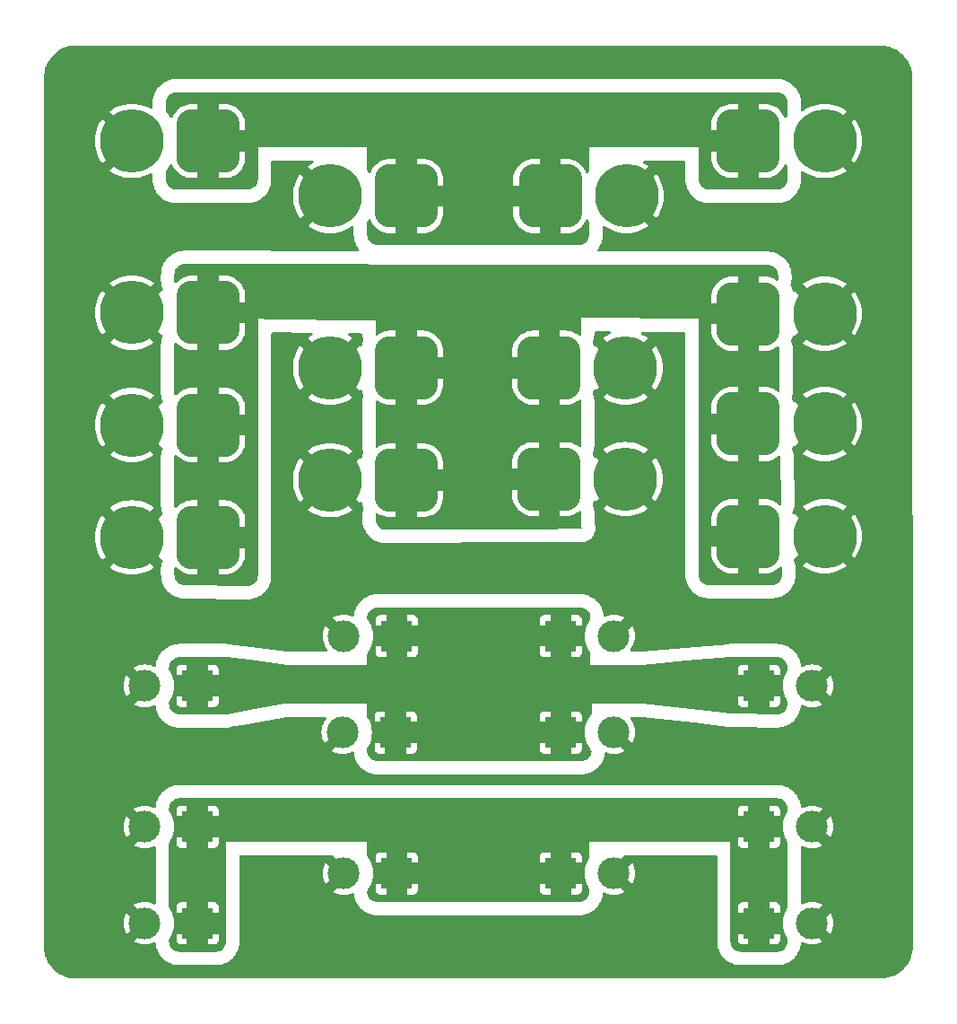
<source format=gbr>
%TF.GenerationSoftware,KiCad,Pcbnew,8.0.4*%
%TF.CreationDate,2024-08-03T01:45:34+02:00*%
%TF.ProjectId,terminal_block,7465726d-696e-4616-9c5f-626c6f636b2e,1*%
%TF.SameCoordinates,Original*%
%TF.FileFunction,Copper,L1,Top*%
%TF.FilePolarity,Positive*%
%FSLAX46Y46*%
G04 Gerber Fmt 4.6, Leading zero omitted, Abs format (unit mm)*
G04 Created by KiCad (PCBNEW 8.0.4) date 2024-08-03 01:45:34*
%MOMM*%
%LPD*%
G01*
G04 APERTURE LIST*
G04 Aperture macros list*
%AMRoundRect*
0 Rectangle with rounded corners*
0 $1 Rounding radius*
0 $2 $3 $4 $5 $6 $7 $8 $9 X,Y pos of 4 corners*
0 Add a 4 corners polygon primitive as box body*
4,1,4,$2,$3,$4,$5,$6,$7,$8,$9,$2,$3,0*
0 Add four circle primitives for the rounded corners*
1,1,$1+$1,$2,$3*
1,1,$1+$1,$4,$5*
1,1,$1+$1,$6,$7*
1,1,$1+$1,$8,$9*
0 Add four rect primitives between the rounded corners*
20,1,$1+$1,$2,$3,$4,$5,0*
20,1,$1+$1,$4,$5,$6,$7,0*
20,1,$1+$1,$6,$7,$8,$9,0*
20,1,$1+$1,$8,$9,$2,$3,0*%
G04 Aperture macros list end*
%TA.AperFunction,ComponentPad*%
%ADD10RoundRect,1.500000X-1.500000X-1.500000X1.500000X-1.500000X1.500000X1.500000X-1.500000X1.500000X0*%
%TD*%
%TA.AperFunction,ComponentPad*%
%ADD11C,6.000000*%
%TD*%
%TA.AperFunction,ComponentPad*%
%ADD12RoundRect,1.500000X1.500000X1.500000X-1.500000X1.500000X-1.500000X-1.500000X1.500000X-1.500000X0*%
%TD*%
%TA.AperFunction,ComponentPad*%
%ADD13R,3.000000X3.000000*%
%TD*%
%TA.AperFunction,ComponentPad*%
%ADD14C,3.000000*%
%TD*%
%TA.AperFunction,ViaPad*%
%ADD15C,0.800000*%
%TD*%
%TA.AperFunction,Conductor*%
%ADD16C,4.000000*%
%TD*%
G04 APERTURE END LIST*
D10*
%TO.P,J3,1,Pin_1*%
%TO.N,+24V*%
X167200000Y-90300000D03*
D11*
%TO.P,J3,2,Pin_2*%
%TO.N,GND*%
X174400000Y-90300000D03*
%TD*%
D12*
%TO.P,J4,1,Pin_1*%
%TO.N,+24V*%
X135000000Y-85200000D03*
D11*
%TO.P,J4,2,Pin_2*%
%TO.N,GND*%
X127800000Y-85200000D03*
%TD*%
D12*
%TO.P,J14,1,Pin_1*%
%TO.N,+24V RAW*%
X135000000Y-58400000D03*
D11*
%TO.P,J14,2,Pin_2*%
%TO.N,GND*%
X127800000Y-58400000D03*
%TD*%
D13*
%TO.P,J24,1,Pin_1*%
%TO.N,+5V*%
X134000000Y-123100000D03*
D14*
%TO.P,J24,2,Pin_2*%
%TO.N,GND*%
X129000000Y-123100000D03*
%TD*%
D10*
%TO.P,J13,1,Pin_1*%
%TO.N,+24V RAW*%
X186000000Y-58400000D03*
D11*
%TO.P,J13,2,Pin_2*%
%TO.N,GND*%
X193200000Y-58400000D03*
%TD*%
D13*
%TO.P,J15,1,Pin_1*%
%TO.N,+15V*%
X187000000Y-109800000D03*
D14*
%TO.P,J15,2,Pin_2*%
%TO.N,GND*%
X192000000Y-109800000D03*
%TD*%
D12*
%TO.P,J10,1,Pin_1*%
%TO.N,+24V*%
X153700000Y-90400000D03*
D11*
%TO.P,J10,2,Pin_2*%
%TO.N,GND*%
X146500000Y-90400000D03*
%TD*%
D13*
%TO.P,J20,1,Pin_1*%
%TO.N,+15V*%
X134000000Y-109800000D03*
D14*
%TO.P,J20,2,Pin_2*%
%TO.N,GND*%
X129000000Y-109800000D03*
%TD*%
D13*
%TO.P,J23,1,Pin_1*%
%TO.N,+5V*%
X187000000Y-132200000D03*
D14*
%TO.P,J23,2,Pin_2*%
%TO.N,GND*%
X192000000Y-132200000D03*
%TD*%
D13*
%TO.P,J22,1,Pin_1*%
%TO.N,+5V*%
X187000000Y-123100000D03*
D14*
%TO.P,J22,2,Pin_2*%
%TO.N,GND*%
X192000000Y-123100000D03*
%TD*%
D10*
%TO.P,J7,1,Pin_1*%
%TO.N,+24V*%
X167200000Y-79800000D03*
D11*
%TO.P,J7,2,Pin_2*%
%TO.N,GND*%
X174400000Y-79800000D03*
%TD*%
D13*
%TO.P,J25,1,Pin_1*%
%TO.N,+5V*%
X134000000Y-132200000D03*
D14*
%TO.P,J25,2,Pin_2*%
%TO.N,GND*%
X129000000Y-132200000D03*
%TD*%
D12*
%TO.P,J9,1,Pin_1*%
%TO.N,+24V*%
X135000000Y-74600000D03*
D11*
%TO.P,J9,2,Pin_2*%
%TO.N,GND*%
X127800000Y-74600000D03*
%TD*%
D10*
%TO.P,J1,1,Pin_1*%
%TO.N,+24V*%
X186000000Y-74700000D03*
D11*
%TO.P,J1,2,Pin_2*%
%TO.N,GND*%
X193200000Y-74700000D03*
%TD*%
D10*
%TO.P,J11,1,Pin_1*%
%TO.N,+24V RAW*%
X167300000Y-63600000D03*
D11*
%TO.P,J11,2,Pin_2*%
%TO.N,GND*%
X174500000Y-63600000D03*
%TD*%
D12*
%TO.P,J12,1,Pin_1*%
%TO.N,+24V RAW*%
X153700000Y-63600000D03*
D11*
%TO.P,J12,2,Pin_2*%
%TO.N,GND*%
X146500000Y-63600000D03*
%TD*%
D12*
%TO.P,J8,1,Pin_1*%
%TO.N,+24V*%
X153700000Y-79800000D03*
D11*
%TO.P,J8,2,Pin_2*%
%TO.N,GND*%
X146500000Y-79800000D03*
%TD*%
D13*
%TO.P,J26,1,Pin_1*%
%TO.N,+5V*%
X152800000Y-127500000D03*
D14*
%TO.P,J26,2,Pin_2*%
%TO.N,GND*%
X147800000Y-127500000D03*
%TD*%
D13*
%TO.P,J17,1,Pin_1*%
%TO.N,+15V*%
X168300000Y-114200000D03*
D14*
%TO.P,J17,2,Pin_2*%
%TO.N,GND*%
X173300000Y-114200000D03*
%TD*%
D13*
%TO.P,J18,1,Pin_1*%
%TO.N,+15V*%
X152800000Y-105100000D03*
D14*
%TO.P,J18,2,Pin_2*%
%TO.N,GND*%
X147800000Y-105100000D03*
%TD*%
D13*
%TO.P,J21,1,Pin_1*%
%TO.N,+5V*%
X168300000Y-127500000D03*
D14*
%TO.P,J21,2,Pin_2*%
%TO.N,GND*%
X173300000Y-127500000D03*
%TD*%
D13*
%TO.P,J19,1,Pin_1*%
%TO.N,+15V*%
X152700000Y-114200000D03*
D14*
%TO.P,J19,2,Pin_2*%
%TO.N,GND*%
X147700000Y-114200000D03*
%TD*%
D13*
%TO.P,J16,1,Pin_1*%
%TO.N,+15V*%
X168300000Y-105100000D03*
D14*
%TO.P,J16,2,Pin_2*%
%TO.N,GND*%
X173300000Y-105100000D03*
%TD*%
D12*
%TO.P,J6,1,Pin_1*%
%TO.N,+24V*%
X135000000Y-95800000D03*
D11*
%TO.P,J6,2,Pin_2*%
%TO.N,GND*%
X127800000Y-95800000D03*
%TD*%
D10*
%TO.P,J5,1,Pin_1*%
%TO.N,+24V*%
X186000000Y-95700000D03*
D11*
%TO.P,J5,2,Pin_2*%
%TO.N,GND*%
X193200000Y-95700000D03*
%TD*%
D10*
%TO.P,J2,1,Pin_1*%
%TO.N,+24V*%
X186000000Y-85100000D03*
D11*
%TO.P,J2,2,Pin_2*%
%TO.N,GND*%
X193200000Y-85100000D03*
%TD*%
D15*
%TO.N,GND*%
X194625000Y-50600000D03*
X190575000Y-50725000D03*
X186500000Y-50525000D03*
X182725000Y-50650000D03*
X178275000Y-50600000D03*
X173300000Y-50650000D03*
X167925000Y-50725000D03*
X162675000Y-50725000D03*
X158000000Y-50650000D03*
X154150000Y-50650000D03*
X149750000Y-50725000D03*
X145550000Y-50650000D03*
X141500000Y-50600000D03*
X137300000Y-50600000D03*
X133250000Y-50650000D03*
X128925000Y-50650000D03*
X125000000Y-50725000D03*
X182100000Y-65975000D03*
X187000000Y-66050000D03*
X190925000Y-66100000D03*
X194900000Y-66175000D03*
X198125000Y-53950000D03*
X198250000Y-58200000D03*
X198250000Y-62200000D03*
X198400000Y-66175000D03*
X198400000Y-70300000D03*
X198675000Y-74850000D03*
X198400000Y-78750000D03*
X198400000Y-80775000D03*
X198175000Y-84775000D03*
X198250000Y-89100000D03*
X198250000Y-91550000D03*
X198325000Y-96375000D03*
X198325000Y-99650000D03*
X139750000Y-65975000D03*
X135900000Y-66050000D03*
X131225000Y-66100000D03*
X126900000Y-65975000D03*
X122700000Y-54025000D03*
X122700000Y-58200000D03*
X122500000Y-62125000D03*
X122425000Y-66250000D03*
X122350000Y-70575000D03*
X122275000Y-74575000D03*
X122200000Y-78350000D03*
X122275000Y-81000000D03*
X122275000Y-85325000D03*
X122275000Y-89100000D03*
X122275000Y-91750000D03*
X122275000Y-95325000D03*
X122350000Y-98250000D03*
X176050000Y-98600000D03*
X170825000Y-98600000D03*
X165650000Y-98650000D03*
X154000000Y-98600000D03*
X149400000Y-98500000D03*
X144825000Y-98500000D03*
X141975000Y-103750000D03*
X137050000Y-103525000D03*
X132025000Y-103250000D03*
X127950000Y-103200000D03*
X179175000Y-102825000D03*
X184625000Y-102725000D03*
X188950000Y-102725000D03*
X193700000Y-102975000D03*
X179675000Y-115575000D03*
X184925000Y-115625000D03*
X189400000Y-115575000D03*
X193650000Y-115575000D03*
X141550000Y-116075000D03*
X136800000Y-116050000D03*
X132350000Y-115950000D03*
X128125000Y-115925000D03*
X123750000Y-101625000D03*
X123725000Y-104950000D03*
X123700000Y-108050000D03*
X123650000Y-111575000D03*
X123650000Y-114450000D03*
X123650000Y-117450000D03*
X196825000Y-101475000D03*
X196800000Y-104225000D03*
X196800000Y-107300000D03*
X196800000Y-110675000D03*
X196800000Y-113950000D03*
X196850000Y-117050000D03*
X197100000Y-134975000D03*
X197000000Y-132425000D03*
X197050000Y-130150000D03*
X197000000Y-127350000D03*
X197000000Y-124650000D03*
X196950000Y-122350000D03*
X196900000Y-120175000D03*
X123875000Y-134300000D03*
X123800000Y-131850000D03*
X123800000Y-129625000D03*
X123725000Y-127350000D03*
X123650000Y-125150000D03*
X123625000Y-123000000D03*
X123575000Y-120600000D03*
X177250000Y-126900000D03*
X177125000Y-129475000D03*
X143050000Y-127175000D03*
X142925000Y-129700000D03*
X180625000Y-126900000D03*
X180575000Y-129550000D03*
X180575000Y-134450000D03*
X177175000Y-134500000D03*
X180575000Y-131875000D03*
X177125000Y-131800000D03*
X172700000Y-133800000D03*
X168400000Y-133800000D03*
X164300000Y-133800000D03*
X159800000Y-133700000D03*
X155500000Y-133700000D03*
X151200000Y-133700000D03*
X147200000Y-133700000D03*
X142800000Y-132000000D03*
X142900000Y-134300000D03*
X140400000Y-134300000D03*
X140400000Y-132000000D03*
X140300000Y-129700000D03*
X140300000Y-127300000D03*
%TD*%
D16*
%TO.N,+24V*%
X186000000Y-74700000D02*
X185900000Y-74600000D01*
X153800000Y-90300000D02*
X153700000Y-90400000D01*
%TD*%
%TA.AperFunction,Conductor*%
%TO.N,GND*%
G36*
X149423836Y-76543151D02*
G01*
X149490692Y-76563439D01*
X149535970Y-76616653D01*
X149546639Y-76662782D01*
X149547607Y-76690275D01*
X149547609Y-76690297D01*
X149583496Y-76912474D01*
X149583501Y-76912498D01*
X149598664Y-76971908D01*
X149662225Y-77152669D01*
X149665893Y-77222442D01*
X149661188Y-77237772D01*
X149569244Y-77480210D01*
X149569241Y-77480221D01*
X149525330Y-77658376D01*
X149490173Y-77718757D01*
X149427954Y-77750545D01*
X149358425Y-77743649D01*
X149308567Y-77706737D01*
X149304898Y-77702207D01*
X148405933Y-78601172D01*
X148374821Y-78547285D01*
X148195269Y-78313289D01*
X147986711Y-78104731D01*
X147752715Y-77925179D01*
X147698826Y-77894066D01*
X148597792Y-76995100D01*
X148560070Y-76964553D01*
X148252410Y-76764756D01*
X148252035Y-76764540D01*
X148251967Y-76764469D01*
X148249679Y-76762983D01*
X148250032Y-76762439D01*
X148203824Y-76713968D01*
X148190608Y-76645360D01*
X148216581Y-76580498D01*
X148273499Y-76539974D01*
X148315157Y-76533163D01*
X149423836Y-76543151D01*
G37*
%TD.AperFunction*%
%TA.AperFunction,Conductor*%
G36*
X172887810Y-76379763D02*
G01*
X172954667Y-76400051D01*
X172999945Y-76453265D01*
X173009265Y-76522510D01*
X172979669Y-76585802D01*
X172942986Y-76614243D01*
X172647594Y-76764754D01*
X172339936Y-76964549D01*
X172302206Y-76995100D01*
X173201173Y-77894066D01*
X173147285Y-77925179D01*
X172913289Y-78104731D01*
X172704731Y-78313289D01*
X172525179Y-78547285D01*
X172494066Y-78601172D01*
X171595100Y-77702206D01*
X171595099Y-77702207D01*
X171591433Y-77706735D01*
X171533946Y-77746447D01*
X171464115Y-77748775D01*
X171404111Y-77712980D01*
X171374670Y-77658376D01*
X171330759Y-77480222D01*
X171330756Y-77480214D01*
X171330754Y-77480208D01*
X171300400Y-77400172D01*
X171295032Y-77330509D01*
X171300975Y-77310739D01*
X171302434Y-77307034D01*
X171302437Y-77307031D01*
X171384956Y-77097619D01*
X171404641Y-77030580D01*
X171435324Y-76901033D01*
X171455500Y-76676855D01*
X171455500Y-76491982D01*
X171475185Y-76424943D01*
X171527989Y-76379188D01*
X171580616Y-76367987D01*
X172887810Y-76379763D01*
G37*
%TD.AperFunction*%
%TA.AperFunction,Conductor*%
G36*
X198477957Y-49421319D02*
G01*
X198479364Y-49421329D01*
X198640921Y-49423509D01*
X198653113Y-49424277D01*
X198974690Y-49460508D01*
X198988396Y-49462836D01*
X199303083Y-49534660D01*
X199316426Y-49538504D01*
X199621115Y-49645118D01*
X199633938Y-49650430D01*
X199924747Y-49790475D01*
X199936915Y-49797199D01*
X200189219Y-49955732D01*
X200210221Y-49968928D01*
X200221559Y-49976973D01*
X200452713Y-50161311D01*
X200473916Y-50178220D01*
X200484284Y-50187486D01*
X200712513Y-50415715D01*
X200721779Y-50426083D01*
X200923024Y-50678437D01*
X200931071Y-50689778D01*
X201102798Y-50963081D01*
X201109524Y-50975252D01*
X201239314Y-51244766D01*
X201249564Y-51266049D01*
X201254886Y-51278896D01*
X201361492Y-51583563D01*
X201365341Y-51596925D01*
X201437162Y-51911602D01*
X201439491Y-51925311D01*
X201475721Y-52246878D01*
X201476490Y-52259088D01*
X201478669Y-52420531D01*
X201478680Y-52422151D01*
X201513581Y-134404161D01*
X201513568Y-134406034D01*
X201511070Y-134576245D01*
X201510217Y-134589057D01*
X201469939Y-134928010D01*
X201467352Y-134942436D01*
X201387580Y-135273368D01*
X201383310Y-135287388D01*
X201265040Y-135606621D01*
X201259144Y-135620040D01*
X201104045Y-135923063D01*
X201096608Y-135935692D01*
X200906830Y-136218313D01*
X200897955Y-136229977D01*
X200676157Y-136488228D01*
X200665967Y-136498763D01*
X200415252Y-136729037D01*
X200403891Y-136738296D01*
X200127751Y-136937383D01*
X200115376Y-136945237D01*
X199817678Y-137110350D01*
X199804463Y-137116689D01*
X199489359Y-137245523D01*
X199475489Y-137250258D01*
X199147390Y-137341013D01*
X199133057Y-137344079D01*
X198795634Y-137395625D01*
X198782862Y-137396904D01*
X198614894Y-137404977D01*
X198608933Y-137405120D01*
X122499337Y-137400489D01*
X122497681Y-137400478D01*
X122336272Y-137398312D01*
X122324052Y-137397543D01*
X122002489Y-137361310D01*
X121988780Y-137358981D01*
X121674095Y-137287156D01*
X121660739Y-137283308D01*
X121356067Y-137176698D01*
X121343235Y-137171383D01*
X121052426Y-137031336D01*
X121040256Y-137024610D01*
X120766956Y-136852884D01*
X120755615Y-136844837D01*
X120503261Y-136643590D01*
X120492893Y-136634324D01*
X120264662Y-136406092D01*
X120255396Y-136395723D01*
X120054157Y-136143376D01*
X120046110Y-136132036D01*
X120045732Y-136131435D01*
X119874378Y-135858725D01*
X119867654Y-135846557D01*
X119866655Y-135844482D01*
X119727609Y-135555748D01*
X119722297Y-135542925D01*
X119615685Y-135238241D01*
X119611837Y-135224883D01*
X119592989Y-135142305D01*
X119540014Y-134910205D01*
X119537686Y-134896498D01*
X119503047Y-134589057D01*
X119501454Y-134574922D01*
X119500686Y-134562720D01*
X119499451Y-134471219D01*
X119498507Y-134401303D01*
X119498497Y-134399630D01*
X119498536Y-132287680D01*
X119498704Y-123099998D01*
X126994891Y-123099998D01*
X126994891Y-123100001D01*
X127015300Y-123385362D01*
X127076109Y-123664895D01*
X127176091Y-123932958D01*
X127276341Y-124116550D01*
X128117296Y-123275596D01*
X128134586Y-123362520D01*
X128202430Y-123526310D01*
X128300924Y-123673717D01*
X128426283Y-123799076D01*
X128573690Y-123897570D01*
X128737480Y-123965414D01*
X128824401Y-123982703D01*
X127983448Y-124823657D01*
X127983448Y-124823658D01*
X128167042Y-124923908D01*
X128167041Y-124923908D01*
X128435104Y-125023890D01*
X128714637Y-125084699D01*
X128999999Y-125105109D01*
X129000001Y-125105109D01*
X129285362Y-125084699D01*
X129564895Y-125023890D01*
X129832954Y-124923909D01*
X129861072Y-124908556D01*
X129929345Y-124893704D01*
X129994810Y-124918120D01*
X130036681Y-124974054D01*
X130044500Y-125017388D01*
X130044500Y-130282611D01*
X130024815Y-130349650D01*
X129972011Y-130395405D01*
X129902853Y-130405349D01*
X129861075Y-130391444D01*
X129832959Y-130376092D01*
X129832958Y-130376091D01*
X129564895Y-130276109D01*
X129285362Y-130215300D01*
X129000001Y-130194891D01*
X128999999Y-130194891D01*
X128714637Y-130215300D01*
X128435104Y-130276109D01*
X128167041Y-130376091D01*
X128167035Y-130376094D01*
X127983448Y-130476339D01*
X127983448Y-130476341D01*
X128824403Y-131317296D01*
X128737480Y-131334586D01*
X128573690Y-131402430D01*
X128426283Y-131500924D01*
X128300924Y-131626283D01*
X128202430Y-131773690D01*
X128134586Y-131937480D01*
X128117296Y-132024402D01*
X127276341Y-131183448D01*
X127276339Y-131183448D01*
X127176094Y-131367035D01*
X127176091Y-131367041D01*
X127076109Y-131635104D01*
X127015300Y-131914637D01*
X126994891Y-132199998D01*
X126994891Y-132200001D01*
X127015300Y-132485362D01*
X127076109Y-132764895D01*
X127176091Y-133032958D01*
X127276341Y-133216550D01*
X128117296Y-132375596D01*
X128134586Y-132462520D01*
X128202430Y-132626310D01*
X128300924Y-132773717D01*
X128426283Y-132899076D01*
X128573690Y-132997570D01*
X128737480Y-133065414D01*
X128824401Y-133082703D01*
X127983448Y-133923657D01*
X127983448Y-133923658D01*
X128167042Y-134023908D01*
X128167041Y-134023908D01*
X128435104Y-134123890D01*
X128714637Y-134184699D01*
X128999999Y-134205109D01*
X129000001Y-134205109D01*
X129285362Y-134184699D01*
X129564895Y-134123890D01*
X129832956Y-134023908D01*
X129875054Y-134000921D01*
X129943327Y-133986068D01*
X130008792Y-134010484D01*
X130050664Y-134066416D01*
X130057886Y-134097598D01*
X130068561Y-134205986D01*
X130068563Y-134206005D01*
X130086632Y-134327829D01*
X130086635Y-134327843D01*
X130091375Y-134351676D01*
X130104990Y-134406034D01*
X130121318Y-134471219D01*
X130121320Y-134471224D01*
X130171137Y-134635453D01*
X130212655Y-134751483D01*
X130221958Y-134773942D01*
X130221966Y-134773961D01*
X130274610Y-134885264D01*
X130274631Y-134885304D01*
X130355516Y-135036631D01*
X130355520Y-135036637D01*
X130418856Y-135142308D01*
X130432361Y-135162520D01*
X130432370Y-135162533D01*
X130432378Y-135162544D01*
X130505750Y-135261477D01*
X130505753Y-135261480D01*
X130614633Y-135394152D01*
X130697366Y-135485433D01*
X130714565Y-135502632D01*
X130805846Y-135585365D01*
X130938518Y-135694245D01*
X130938521Y-135694248D01*
X131037454Y-135767620D01*
X131037461Y-135767624D01*
X131037479Y-135767638D01*
X131057691Y-135781143D01*
X131057693Y-135781144D01*
X131163359Y-135844477D01*
X131163367Y-135844482D01*
X131190014Y-135858725D01*
X131314704Y-135925373D01*
X131314718Y-135925379D01*
X131314734Y-135925388D01*
X131426037Y-135978032D01*
X131426054Y-135978039D01*
X131426058Y-135978041D01*
X131448516Y-135987344D01*
X131564552Y-136028864D01*
X131728775Y-136078680D01*
X131848302Y-136108619D01*
X131848332Y-136108625D01*
X131848341Y-136108627D01*
X131852970Y-136109547D01*
X131872143Y-136113361D01*
X131994001Y-136131436D01*
X132170875Y-136148857D01*
X132232344Y-136153391D01*
X132244498Y-136153988D01*
X132306093Y-136155500D01*
X132306108Y-136155500D01*
X135693892Y-136155500D01*
X135693907Y-136155500D01*
X135755502Y-136153988D01*
X135767656Y-136153391D01*
X135829125Y-136148857D01*
X136005998Y-136131436D01*
X136127856Y-136113361D01*
X136151697Y-136108619D01*
X136271224Y-136078680D01*
X136435447Y-136028864D01*
X136551483Y-135987344D01*
X136573941Y-135978041D01*
X136573952Y-135978035D01*
X136573961Y-135978032D01*
X136685264Y-135925388D01*
X136685270Y-135925384D01*
X136685295Y-135925373D01*
X136836637Y-135844479D01*
X136942308Y-135781143D01*
X136962520Y-135767638D01*
X136986817Y-135749618D01*
X137061477Y-135694248D01*
X137061480Y-135694245D01*
X137061491Y-135694237D01*
X137194147Y-135585369D01*
X137194152Y-135585365D01*
X137285433Y-135502632D01*
X137285439Y-135502627D01*
X137302627Y-135485439D01*
X137340003Y-135444200D01*
X137385365Y-135394152D01*
X137395319Y-135382021D01*
X137494237Y-135261491D01*
X137494245Y-135261479D01*
X137494248Y-135261477D01*
X137567620Y-135162544D01*
X137567638Y-135162520D01*
X137581143Y-135142308D01*
X137644479Y-135036637D01*
X137725373Y-134885295D01*
X137778041Y-134773941D01*
X137787344Y-134751483D01*
X137828864Y-134635447D01*
X137878680Y-134471224D01*
X137908619Y-134351697D01*
X137913361Y-134327856D01*
X137931436Y-134205998D01*
X137948857Y-134029125D01*
X137953391Y-133967656D01*
X137953988Y-133955502D01*
X137955500Y-133893907D01*
X137955500Y-125879500D01*
X137975185Y-125812461D01*
X138027989Y-125766706D01*
X138079500Y-125755500D01*
X146711244Y-125755500D01*
X146778283Y-125775185D01*
X146798925Y-125791819D01*
X147624403Y-126617296D01*
X147537480Y-126634586D01*
X147373690Y-126702430D01*
X147226283Y-126800924D01*
X147100924Y-126926283D01*
X147002430Y-127073690D01*
X146934586Y-127237480D01*
X146917296Y-127324402D01*
X146076341Y-126483448D01*
X146076339Y-126483448D01*
X145976094Y-126667035D01*
X145976091Y-126667041D01*
X145876109Y-126935104D01*
X145815300Y-127214637D01*
X145794891Y-127499998D01*
X145794891Y-127500001D01*
X145815300Y-127785362D01*
X145876109Y-128064895D01*
X145976091Y-128332958D01*
X146076341Y-128516550D01*
X146917296Y-127675596D01*
X146934586Y-127762520D01*
X147002430Y-127926310D01*
X147100924Y-128073717D01*
X147226283Y-128199076D01*
X147373690Y-128297570D01*
X147537480Y-128365414D01*
X147624401Y-128382703D01*
X146783448Y-129223657D01*
X146783448Y-129223658D01*
X146967042Y-129323908D01*
X146967041Y-129323908D01*
X147235104Y-129423890D01*
X147514637Y-129484699D01*
X147799999Y-129505109D01*
X147800001Y-129505109D01*
X148085362Y-129484699D01*
X148364895Y-129423890D01*
X148595513Y-129337874D01*
X148665205Y-129332890D01*
X148726528Y-129366375D01*
X148760013Y-129427698D01*
X148762250Y-129441901D01*
X148768563Y-129505993D01*
X148768564Y-129506009D01*
X148786634Y-129627839D01*
X148791375Y-129651676D01*
X148791380Y-129651697D01*
X148821318Y-129771219D01*
X148821320Y-129771224D01*
X148871137Y-129935453D01*
X148912655Y-130051483D01*
X148921958Y-130073942D01*
X148921966Y-130073961D01*
X148974610Y-130185264D01*
X148974631Y-130185304D01*
X149055516Y-130336631D01*
X149055521Y-130336639D01*
X149088369Y-130391444D01*
X149118856Y-130442308D01*
X149132361Y-130462520D01*
X149132370Y-130462533D01*
X149132378Y-130462544D01*
X149205750Y-130561477D01*
X149205753Y-130561480D01*
X149314633Y-130694152D01*
X149397366Y-130785433D01*
X149414565Y-130802632D01*
X149505846Y-130885365D01*
X149638518Y-130994245D01*
X149638521Y-130994248D01*
X149737454Y-131067620D01*
X149737461Y-131067624D01*
X149737479Y-131067638D01*
X149757691Y-131081143D01*
X149757693Y-131081144D01*
X149863359Y-131144477D01*
X149863367Y-131144482D01*
X149901447Y-131164836D01*
X150014704Y-131225373D01*
X150014718Y-131225379D01*
X150014734Y-131225388D01*
X150126037Y-131278032D01*
X150126054Y-131278039D01*
X150126058Y-131278041D01*
X150148516Y-131287344D01*
X150264552Y-131328864D01*
X150428775Y-131378680D01*
X150548302Y-131408619D01*
X150548332Y-131408625D01*
X150548341Y-131408627D01*
X150552970Y-131409547D01*
X150572143Y-131413361D01*
X150694001Y-131431436D01*
X150870875Y-131448857D01*
X150932344Y-131453391D01*
X150944498Y-131453988D01*
X151006093Y-131455500D01*
X151006108Y-131455500D01*
X169993892Y-131455500D01*
X169993907Y-131455500D01*
X170055502Y-131453988D01*
X170067656Y-131453391D01*
X170129125Y-131448857D01*
X170305998Y-131431436D01*
X170427856Y-131413361D01*
X170451697Y-131408619D01*
X170571224Y-131378680D01*
X170735447Y-131328864D01*
X170851483Y-131287344D01*
X170873941Y-131278041D01*
X170873952Y-131278035D01*
X170873961Y-131278032D01*
X170985264Y-131225388D01*
X170985270Y-131225384D01*
X170985295Y-131225373D01*
X171136637Y-131144479D01*
X171242308Y-131081143D01*
X171262520Y-131067638D01*
X171286817Y-131049618D01*
X171361477Y-130994248D01*
X171361480Y-130994245D01*
X171361491Y-130994237D01*
X171494147Y-130885369D01*
X171494152Y-130885365D01*
X171585433Y-130802632D01*
X171585439Y-130802627D01*
X171602627Y-130785439D01*
X171640003Y-130744200D01*
X171685365Y-130694152D01*
X171718764Y-130653455D01*
X171794237Y-130561491D01*
X171794245Y-130561479D01*
X171794248Y-130561477D01*
X171857388Y-130476341D01*
X171867638Y-130462520D01*
X171881143Y-130442308D01*
X171944479Y-130336637D01*
X172025373Y-130185295D01*
X172078041Y-130073941D01*
X172087344Y-130051483D01*
X172128864Y-129935447D01*
X172178680Y-129771224D01*
X172208619Y-129651697D01*
X172213361Y-129627856D01*
X172231436Y-129505998D01*
X172242112Y-129397596D01*
X172268272Y-129332811D01*
X172325307Y-129292452D01*
X172395107Y-129289335D01*
X172424942Y-129300920D01*
X172467042Y-129323908D01*
X172467041Y-129323908D01*
X172735104Y-129423890D01*
X173014637Y-129484699D01*
X173299999Y-129505109D01*
X173300001Y-129505109D01*
X173585362Y-129484699D01*
X173864895Y-129423890D01*
X174132957Y-129323908D01*
X174316550Y-129223658D01*
X174316550Y-129223657D01*
X173475596Y-128382703D01*
X173562520Y-128365414D01*
X173726310Y-128297570D01*
X173873717Y-128199076D01*
X173999076Y-128073717D01*
X174097570Y-127926310D01*
X174165414Y-127762520D01*
X174182703Y-127675596D01*
X175023657Y-128516550D01*
X175023658Y-128516550D01*
X175123908Y-128332957D01*
X175223890Y-128064895D01*
X175284699Y-127785362D01*
X175305109Y-127500001D01*
X175305109Y-127499998D01*
X175284699Y-127214637D01*
X175223890Y-126935104D01*
X175123908Y-126667042D01*
X175023657Y-126483448D01*
X174182703Y-127324402D01*
X174165414Y-127237480D01*
X174097570Y-127073690D01*
X173999076Y-126926283D01*
X173873717Y-126800924D01*
X173726310Y-126702430D01*
X173562520Y-126634586D01*
X173475596Y-126617296D01*
X174301074Y-125791819D01*
X174362397Y-125758334D01*
X174388755Y-125755500D01*
X182920500Y-125755500D01*
X182987539Y-125775185D01*
X183033294Y-125827989D01*
X183044500Y-125879500D01*
X183044500Y-133893891D01*
X183046012Y-133955509D01*
X183046610Y-133967671D01*
X183051141Y-134029110D01*
X183068561Y-134205986D01*
X183068563Y-134206005D01*
X183086632Y-134327829D01*
X183086635Y-134327843D01*
X183091375Y-134351676D01*
X183104990Y-134406034D01*
X183121318Y-134471219D01*
X183121320Y-134471224D01*
X183171137Y-134635453D01*
X183212655Y-134751483D01*
X183221958Y-134773942D01*
X183221966Y-134773961D01*
X183274610Y-134885264D01*
X183274631Y-134885304D01*
X183355516Y-135036631D01*
X183355520Y-135036637D01*
X183418856Y-135142308D01*
X183432361Y-135162520D01*
X183432370Y-135162533D01*
X183432378Y-135162544D01*
X183505750Y-135261477D01*
X183505753Y-135261480D01*
X183614633Y-135394152D01*
X183697366Y-135485433D01*
X183714565Y-135502632D01*
X183805846Y-135585365D01*
X183938518Y-135694245D01*
X183938521Y-135694248D01*
X184037454Y-135767620D01*
X184037461Y-135767624D01*
X184037479Y-135767638D01*
X184057691Y-135781143D01*
X184057693Y-135781144D01*
X184163359Y-135844477D01*
X184163367Y-135844482D01*
X184190014Y-135858725D01*
X184314704Y-135925373D01*
X184314718Y-135925379D01*
X184314734Y-135925388D01*
X184426037Y-135978032D01*
X184426054Y-135978039D01*
X184426058Y-135978041D01*
X184448516Y-135987344D01*
X184564552Y-136028864D01*
X184728775Y-136078680D01*
X184848302Y-136108619D01*
X184848332Y-136108625D01*
X184848341Y-136108627D01*
X184852970Y-136109547D01*
X184872143Y-136113361D01*
X184994001Y-136131436D01*
X185170875Y-136148857D01*
X185232344Y-136153391D01*
X185244498Y-136153988D01*
X185306093Y-136155500D01*
X185306108Y-136155500D01*
X188693892Y-136155500D01*
X188693907Y-136155500D01*
X188755502Y-136153988D01*
X188767656Y-136153391D01*
X188829125Y-136148857D01*
X189005998Y-136131436D01*
X189127856Y-136113361D01*
X189151697Y-136108619D01*
X189271224Y-136078680D01*
X189435447Y-136028864D01*
X189551483Y-135987344D01*
X189573941Y-135978041D01*
X189573952Y-135978035D01*
X189573961Y-135978032D01*
X189685264Y-135925388D01*
X189685270Y-135925384D01*
X189685295Y-135925373D01*
X189836637Y-135844479D01*
X189942308Y-135781143D01*
X189962520Y-135767638D01*
X189986817Y-135749618D01*
X190061477Y-135694248D01*
X190061480Y-135694245D01*
X190061491Y-135694237D01*
X190194147Y-135585369D01*
X190194152Y-135585365D01*
X190285433Y-135502632D01*
X190285439Y-135502627D01*
X190302627Y-135485439D01*
X190340003Y-135444200D01*
X190385365Y-135394152D01*
X190395319Y-135382021D01*
X190494237Y-135261491D01*
X190494245Y-135261479D01*
X190494248Y-135261477D01*
X190567620Y-135162544D01*
X190567638Y-135162520D01*
X190581143Y-135142308D01*
X190644479Y-135036637D01*
X190725373Y-134885295D01*
X190778041Y-134773941D01*
X190787344Y-134751483D01*
X190828864Y-134635447D01*
X190878680Y-134471224D01*
X190908619Y-134351697D01*
X190913361Y-134327856D01*
X190931436Y-134205998D01*
X190942112Y-134097596D01*
X190968272Y-134032811D01*
X191025307Y-133992452D01*
X191095107Y-133989335D01*
X191124942Y-134000920D01*
X191167042Y-134023908D01*
X191167041Y-134023908D01*
X191435104Y-134123890D01*
X191714637Y-134184699D01*
X191999999Y-134205109D01*
X192000001Y-134205109D01*
X192285362Y-134184699D01*
X192564895Y-134123890D01*
X192832957Y-134023908D01*
X193016550Y-133923658D01*
X193016550Y-133923657D01*
X192175596Y-133082703D01*
X192262520Y-133065414D01*
X192426310Y-132997570D01*
X192573717Y-132899076D01*
X192699076Y-132773717D01*
X192797570Y-132626310D01*
X192865414Y-132462520D01*
X192882703Y-132375596D01*
X193723657Y-133216550D01*
X193723658Y-133216550D01*
X193823908Y-133032957D01*
X193923890Y-132764895D01*
X193984699Y-132485362D01*
X194005109Y-132200001D01*
X194005109Y-132199998D01*
X193984699Y-131914637D01*
X193923890Y-131635104D01*
X193823908Y-131367042D01*
X193723657Y-131183448D01*
X192882703Y-132024402D01*
X192865414Y-131937480D01*
X192797570Y-131773690D01*
X192699076Y-131626283D01*
X192573717Y-131500924D01*
X192426310Y-131402430D01*
X192262520Y-131334586D01*
X192175596Y-131317296D01*
X193016550Y-130476341D01*
X193016550Y-130476340D01*
X192832957Y-130376091D01*
X192832958Y-130376091D01*
X192564895Y-130276109D01*
X192285362Y-130215300D01*
X192000001Y-130194891D01*
X191999999Y-130194891D01*
X191714637Y-130215300D01*
X191435104Y-130276109D01*
X191167041Y-130376091D01*
X191167040Y-130376092D01*
X191138925Y-130391444D01*
X191070652Y-130406295D01*
X191005188Y-130381877D01*
X190963318Y-130325943D01*
X190955500Y-130282611D01*
X190955500Y-125017388D01*
X190975185Y-124950349D01*
X191027989Y-124904594D01*
X191097147Y-124894650D01*
X191138928Y-124908556D01*
X191167045Y-124923909D01*
X191435104Y-125023890D01*
X191714637Y-125084699D01*
X191999999Y-125105109D01*
X192000001Y-125105109D01*
X192285362Y-125084699D01*
X192564895Y-125023890D01*
X192832957Y-124923908D01*
X193016550Y-124823658D01*
X193016550Y-124823657D01*
X192175596Y-123982703D01*
X192262520Y-123965414D01*
X192426310Y-123897570D01*
X192573717Y-123799076D01*
X192699076Y-123673717D01*
X192797570Y-123526310D01*
X192865414Y-123362520D01*
X192882703Y-123275596D01*
X193723657Y-124116550D01*
X193723658Y-124116550D01*
X193823908Y-123932957D01*
X193923890Y-123664895D01*
X193984699Y-123385362D01*
X194005109Y-123100001D01*
X194005109Y-123099998D01*
X193984699Y-122814637D01*
X193923890Y-122535104D01*
X193823908Y-122267042D01*
X193723657Y-122083448D01*
X192882703Y-122924402D01*
X192865414Y-122837480D01*
X192797570Y-122673690D01*
X192699076Y-122526283D01*
X192573717Y-122400924D01*
X192426310Y-122302430D01*
X192262520Y-122234586D01*
X192175596Y-122217296D01*
X193016550Y-121376341D01*
X193016550Y-121376340D01*
X192832957Y-121276091D01*
X192832958Y-121276091D01*
X192564895Y-121176109D01*
X192285362Y-121115300D01*
X192000001Y-121094891D01*
X191999999Y-121094891D01*
X191714637Y-121115300D01*
X191435104Y-121176109D01*
X191167041Y-121276091D01*
X191167040Y-121276092D01*
X191124940Y-121299080D01*
X191056667Y-121313931D01*
X190991203Y-121289513D01*
X190949332Y-121233578D01*
X190942113Y-121202405D01*
X190931436Y-121094001D01*
X190913361Y-120972143D01*
X190908619Y-120948302D01*
X190878680Y-120828775D01*
X190828864Y-120664552D01*
X190787344Y-120548516D01*
X190778041Y-120526058D01*
X190778036Y-120526047D01*
X190778032Y-120526037D01*
X190725388Y-120414734D01*
X190725377Y-120414713D01*
X190725373Y-120414704D01*
X190644479Y-120263362D01*
X190581143Y-120157691D01*
X190567638Y-120137479D01*
X190567623Y-120137459D01*
X190567620Y-120137454D01*
X190494248Y-120038521D01*
X190494245Y-120038518D01*
X190494234Y-120038505D01*
X190474335Y-120014257D01*
X190385365Y-119905846D01*
X190302632Y-119814565D01*
X190285433Y-119797366D01*
X190194152Y-119714633D01*
X190061480Y-119605753D01*
X190061477Y-119605750D01*
X189962544Y-119532378D01*
X189962533Y-119532370D01*
X189962520Y-119532361D01*
X189942308Y-119518856D01*
X189836633Y-119455518D01*
X189685288Y-119374623D01*
X189685270Y-119374614D01*
X189685250Y-119374604D01*
X189573979Y-119321974D01*
X189573960Y-119321966D01*
X189551519Y-119312669D01*
X189551509Y-119312665D01*
X189435450Y-119271136D01*
X189364469Y-119249604D01*
X189271220Y-119221318D01*
X189267018Y-119220265D01*
X189151696Y-119191380D01*
X189151685Y-119191377D01*
X189151671Y-119191374D01*
X189127843Y-119186635D01*
X189127829Y-119186632D01*
X189006005Y-119168563D01*
X189005986Y-119168561D01*
X188829110Y-119151141D01*
X188767671Y-119146610D01*
X188767666Y-119146609D01*
X188767656Y-119146609D01*
X188762397Y-119146350D01*
X188755509Y-119146012D01*
X188735903Y-119145530D01*
X188693907Y-119144500D01*
X132306093Y-119144500D01*
X132265922Y-119145486D01*
X132244490Y-119146012D01*
X132232331Y-119146609D01*
X132170888Y-119151141D01*
X131994024Y-119168560D01*
X131994009Y-119168561D01*
X131993999Y-119168563D01*
X131977111Y-119171068D01*
X131872126Y-119186640D01*
X131853177Y-119190410D01*
X131848291Y-119191382D01*
X131848286Y-119191383D01*
X131848282Y-119191384D01*
X131787366Y-119206642D01*
X131728787Y-119221316D01*
X131728782Y-119221317D01*
X131728776Y-119221319D01*
X131564544Y-119271137D01*
X131448491Y-119312663D01*
X131426065Y-119321954D01*
X131426008Y-119321979D01*
X131314741Y-119374608D01*
X131314690Y-119374633D01*
X131163366Y-119455517D01*
X131057695Y-119518853D01*
X131057689Y-119518856D01*
X131057684Y-119518860D01*
X131037484Y-119532357D01*
X131037459Y-119532374D01*
X130938528Y-119605745D01*
X130938505Y-119605763D01*
X130805841Y-119714637D01*
X130714560Y-119797370D01*
X130697370Y-119814560D01*
X130614637Y-119905841D01*
X130505763Y-120038505D01*
X130505745Y-120038528D01*
X130432374Y-120137459D01*
X130418853Y-120157695D01*
X130355517Y-120263366D01*
X130274633Y-120414690D01*
X130274608Y-120414741D01*
X130221979Y-120526008D01*
X130221954Y-120526065D01*
X130212663Y-120548491D01*
X130171137Y-120664544D01*
X130121319Y-120828776D01*
X130091384Y-120948282D01*
X130086640Y-120972126D01*
X130068565Y-121093987D01*
X130068560Y-121094026D01*
X130057886Y-121202401D01*
X130031725Y-121267189D01*
X129974690Y-121307547D01*
X129904890Y-121310664D01*
X129875056Y-121299079D01*
X129832957Y-121276091D01*
X129832958Y-121276091D01*
X129564895Y-121176109D01*
X129285362Y-121115300D01*
X129000001Y-121094891D01*
X128999999Y-121094891D01*
X128714637Y-121115300D01*
X128435104Y-121176109D01*
X128167041Y-121276091D01*
X128167035Y-121276094D01*
X127983448Y-121376339D01*
X127983448Y-121376341D01*
X128824403Y-122217296D01*
X128737480Y-122234586D01*
X128573690Y-122302430D01*
X128426283Y-122400924D01*
X128300924Y-122526283D01*
X128202430Y-122673690D01*
X128134586Y-122837480D01*
X128117296Y-122924402D01*
X127276341Y-122083448D01*
X127276339Y-122083448D01*
X127176094Y-122267035D01*
X127176091Y-122267041D01*
X127076109Y-122535104D01*
X127015300Y-122814637D01*
X126994891Y-123099998D01*
X119498704Y-123099998D01*
X119498948Y-109799998D01*
X126994891Y-109799998D01*
X126994891Y-109800001D01*
X127015300Y-110085362D01*
X127076109Y-110364895D01*
X127176091Y-110632958D01*
X127276341Y-110816550D01*
X128117296Y-109975596D01*
X128134586Y-110062520D01*
X128202430Y-110226310D01*
X128300924Y-110373717D01*
X128426283Y-110499076D01*
X128573690Y-110597570D01*
X128737480Y-110665414D01*
X128824401Y-110682703D01*
X127983448Y-111523657D01*
X127983448Y-111523658D01*
X128167042Y-111623908D01*
X128167041Y-111623908D01*
X128435104Y-111723890D01*
X128714637Y-111784699D01*
X128999999Y-111805109D01*
X129000001Y-111805109D01*
X129285362Y-111784699D01*
X129564895Y-111723890D01*
X129832956Y-111623908D01*
X129875054Y-111600921D01*
X129943327Y-111586068D01*
X130008792Y-111610484D01*
X130050664Y-111666416D01*
X130057886Y-111697598D01*
X130068561Y-111805986D01*
X130068563Y-111806005D01*
X130086632Y-111927829D01*
X130086635Y-111927843D01*
X130091375Y-111951676D01*
X130118280Y-112059094D01*
X130121318Y-112071219D01*
X130146227Y-112153333D01*
X130171137Y-112235453D01*
X130212655Y-112351483D01*
X130221958Y-112373942D01*
X130221966Y-112373961D01*
X130274610Y-112485264D01*
X130274631Y-112485304D01*
X130355516Y-112636631D01*
X130355521Y-112636639D01*
X130413219Y-112732904D01*
X130418856Y-112742308D01*
X130432361Y-112762520D01*
X130432370Y-112762533D01*
X130432378Y-112762544D01*
X130505750Y-112861477D01*
X130505753Y-112861480D01*
X130614633Y-112994152D01*
X130697366Y-113085433D01*
X130714565Y-113102632D01*
X130805846Y-113185365D01*
X130938518Y-113294245D01*
X130938521Y-113294248D01*
X131037454Y-113367620D01*
X131037461Y-113367624D01*
X131037479Y-113367638D01*
X131057691Y-113381143D01*
X131155108Y-113439532D01*
X131163359Y-113444477D01*
X131163367Y-113444482D01*
X131213809Y-113471443D01*
X131314704Y-113525373D01*
X131314718Y-113525379D01*
X131314734Y-113525388D01*
X131426037Y-113578032D01*
X131426054Y-113578039D01*
X131426058Y-113578041D01*
X131448516Y-113587344D01*
X131564552Y-113628864D01*
X131728775Y-113678680D01*
X131848302Y-113708619D01*
X131848332Y-113708625D01*
X131848341Y-113708627D01*
X131852970Y-113709547D01*
X131872143Y-113713361D01*
X131994001Y-113731436D01*
X132170875Y-113748857D01*
X132232344Y-113753391D01*
X132244498Y-113753988D01*
X132306093Y-113755500D01*
X132306108Y-113755500D01*
X136608716Y-113755500D01*
X136636353Y-113755195D01*
X136636391Y-113755194D01*
X136636405Y-113755194D01*
X136641882Y-113755073D01*
X136669606Y-113754154D01*
X136749629Y-113750616D01*
X136804937Y-113746946D01*
X136815844Y-113745980D01*
X136871000Y-113739863D01*
X136885417Y-113737940D01*
X136885421Y-113737941D01*
X136885421Y-113737940D01*
X136891297Y-113737156D01*
X136914132Y-113734112D01*
X136914133Y-113734113D01*
X136950410Y-113729277D01*
X136950439Y-113729272D01*
X136950475Y-113729268D01*
X136977934Y-113725297D01*
X136977932Y-113725297D01*
X136977941Y-113725296D01*
X136983296Y-113724461D01*
X137010570Y-113719900D01*
X138713131Y-113415872D01*
X142400395Y-112757430D01*
X142422193Y-112755500D01*
X146035309Y-112755500D01*
X146102348Y-112775185D01*
X146148103Y-112827989D01*
X146158047Y-112897147D01*
X146134576Y-112953811D01*
X146013192Y-113115960D01*
X146013191Y-113115961D01*
X145876091Y-113367041D01*
X145776109Y-113635104D01*
X145715300Y-113914637D01*
X145694891Y-114199998D01*
X145694891Y-114200001D01*
X145715300Y-114485362D01*
X145776109Y-114764895D01*
X145876091Y-115032958D01*
X145976341Y-115216550D01*
X146817295Y-114375595D01*
X146834586Y-114462520D01*
X146902430Y-114626310D01*
X147000924Y-114773717D01*
X147126283Y-114899076D01*
X147273690Y-114997570D01*
X147437480Y-115065414D01*
X147524401Y-115082703D01*
X146683448Y-115923657D01*
X146683448Y-115923658D01*
X146867042Y-116023908D01*
X146867041Y-116023908D01*
X147135104Y-116123890D01*
X147414637Y-116184699D01*
X147699999Y-116205109D01*
X147700001Y-116205109D01*
X147985362Y-116184699D01*
X148264895Y-116123890D01*
X148532956Y-116023908D01*
X148575054Y-116000921D01*
X148643327Y-115986068D01*
X148708792Y-116010484D01*
X148750664Y-116066416D01*
X148757886Y-116097598D01*
X148768561Y-116205986D01*
X148768563Y-116206005D01*
X148786632Y-116327829D01*
X148786635Y-116327843D01*
X148791375Y-116351676D01*
X148791382Y-116351705D01*
X148821318Y-116471219D01*
X148846227Y-116553333D01*
X148871137Y-116635453D01*
X148912655Y-116751483D01*
X148921958Y-116773942D01*
X148921966Y-116773961D01*
X148974610Y-116885264D01*
X148974631Y-116885304D01*
X149055516Y-117036631D01*
X149055520Y-117036637D01*
X149118856Y-117142308D01*
X149132361Y-117162520D01*
X149132370Y-117162533D01*
X149132378Y-117162544D01*
X149205750Y-117261477D01*
X149205753Y-117261480D01*
X149314633Y-117394152D01*
X149397366Y-117485433D01*
X149414565Y-117502632D01*
X149505846Y-117585365D01*
X149638518Y-117694245D01*
X149638521Y-117694248D01*
X149737454Y-117767620D01*
X149737461Y-117767624D01*
X149737479Y-117767638D01*
X149757691Y-117781143D01*
X149757693Y-117781144D01*
X149863359Y-117844477D01*
X149863367Y-117844482D01*
X149913809Y-117871443D01*
X150014704Y-117925373D01*
X150014718Y-117925379D01*
X150014734Y-117925388D01*
X150126037Y-117978032D01*
X150126054Y-117978039D01*
X150126058Y-117978041D01*
X150148516Y-117987344D01*
X150264552Y-118028864D01*
X150428775Y-118078680D01*
X150548302Y-118108619D01*
X150548332Y-118108625D01*
X150548341Y-118108627D01*
X150552970Y-118109547D01*
X150572143Y-118113361D01*
X150694001Y-118131436D01*
X150870875Y-118148857D01*
X150932344Y-118153391D01*
X150944498Y-118153988D01*
X151006093Y-118155500D01*
X151006108Y-118155500D01*
X170193892Y-118155500D01*
X170193907Y-118155500D01*
X170255502Y-118153988D01*
X170267656Y-118153391D01*
X170329125Y-118148857D01*
X170505998Y-118131436D01*
X170627856Y-118113361D01*
X170651697Y-118108619D01*
X170771224Y-118078680D01*
X170935447Y-118028864D01*
X171051483Y-117987344D01*
X171073941Y-117978041D01*
X171073952Y-117978035D01*
X171073961Y-117978032D01*
X171185264Y-117925388D01*
X171185270Y-117925384D01*
X171185295Y-117925373D01*
X171336637Y-117844479D01*
X171442308Y-117781143D01*
X171462520Y-117767638D01*
X171486817Y-117749618D01*
X171561477Y-117694248D01*
X171561480Y-117694245D01*
X171561491Y-117694237D01*
X171694147Y-117585369D01*
X171694152Y-117585365D01*
X171785433Y-117502632D01*
X171785439Y-117502627D01*
X171802627Y-117485439D01*
X171840003Y-117444200D01*
X171885365Y-117394152D01*
X171895319Y-117382021D01*
X171994237Y-117261491D01*
X171994245Y-117261479D01*
X171994248Y-117261477D01*
X172067620Y-117162544D01*
X172067638Y-117162520D01*
X172081143Y-117142308D01*
X172144479Y-117036637D01*
X172225373Y-116885295D01*
X172278041Y-116773941D01*
X172287344Y-116751483D01*
X172328863Y-116635449D01*
X172378679Y-116471227D01*
X172408621Y-116351689D01*
X172413363Y-116327847D01*
X172431437Y-116205988D01*
X172434205Y-116177880D01*
X172460364Y-116113093D01*
X172517398Y-116072733D01*
X172587198Y-116069614D01*
X172600942Y-116073850D01*
X172735104Y-116123890D01*
X173014637Y-116184699D01*
X173299999Y-116205109D01*
X173300001Y-116205109D01*
X173585362Y-116184699D01*
X173864895Y-116123890D01*
X174132957Y-116023908D01*
X174316550Y-115923658D01*
X174316550Y-115923657D01*
X173475596Y-115082703D01*
X173562520Y-115065414D01*
X173726310Y-114997570D01*
X173873717Y-114899076D01*
X173999076Y-114773717D01*
X174097570Y-114626310D01*
X174165414Y-114462520D01*
X174182703Y-114375596D01*
X175023657Y-115216550D01*
X175023658Y-115216550D01*
X175123908Y-115032957D01*
X175223890Y-114764895D01*
X175284699Y-114485362D01*
X175305109Y-114200001D01*
X175305109Y-114199998D01*
X175284699Y-113914637D01*
X175223890Y-113635104D01*
X175123908Y-113367041D01*
X174986808Y-113115961D01*
X174986807Y-113115960D01*
X174865424Y-112953811D01*
X174841007Y-112888346D01*
X174855859Y-112820073D01*
X174905264Y-112770668D01*
X174964691Y-112755500D01*
X175925444Y-112755500D01*
X175938810Y-112756222D01*
X180863016Y-113290173D01*
X182776655Y-113497676D01*
X184118632Y-113643192D01*
X184118739Y-113643203D01*
X184132418Y-113644611D01*
X184135150Y-113644877D01*
X184135267Y-113644887D01*
X184135311Y-113644892D01*
X184141503Y-113645458D01*
X184149388Y-113646181D01*
X184189886Y-113649659D01*
X184218125Y-113651764D01*
X184223663Y-113652114D01*
X184223712Y-113652116D01*
X184223735Y-113652118D01*
X184231613Y-113652527D01*
X184251533Y-113653565D01*
X184292037Y-113655222D01*
X184305794Y-113655709D01*
X184308567Y-113655792D01*
X184322886Y-113656139D01*
X184517767Y-113659746D01*
X184517768Y-113659747D01*
X184568450Y-113660685D01*
X184568450Y-113660686D01*
X185015397Y-113668963D01*
X185015398Y-113668963D01*
X188652082Y-113736308D01*
X188714387Y-113735915D01*
X188726692Y-113735532D01*
X188788990Y-113732042D01*
X188823239Y-113729268D01*
X188968202Y-113717527D01*
X188968205Y-113717526D01*
X188968212Y-113717526D01*
X189049414Y-113706870D01*
X189091782Y-113701311D01*
X189091785Y-113701310D01*
X189091796Y-113701309D01*
X189115990Y-113696903D01*
X189237379Y-113668505D01*
X189404269Y-113620610D01*
X189522265Y-113580305D01*
X189545116Y-113571209D01*
X189658487Y-113519423D01*
X189812637Y-113439534D01*
X189920323Y-113376756D01*
X189940926Y-113363332D01*
X190041865Y-113290178D01*
X190110038Y-113235409D01*
X190110050Y-113235399D01*
X190177228Y-113181428D01*
X190270409Y-113098628D01*
X190287959Y-113081400D01*
X190372473Y-112989764D01*
X190483705Y-112856445D01*
X190558729Y-112756860D01*
X190572534Y-112736506D01*
X190637290Y-112630009D01*
X190720018Y-112477367D01*
X190773899Y-112364965D01*
X190783416Y-112342287D01*
X190783418Y-112342278D01*
X190783425Y-112342264D01*
X190825890Y-112225081D01*
X190873147Y-112071219D01*
X190876869Y-112059102D01*
X190907506Y-111938277D01*
X190912360Y-111914167D01*
X190930867Y-111790883D01*
X190940279Y-111696444D01*
X190966514Y-111631690D01*
X191023595Y-111591396D01*
X191093398Y-111588360D01*
X191123094Y-111599911D01*
X191167041Y-111623908D01*
X191435104Y-111723890D01*
X191714637Y-111784699D01*
X191999999Y-111805109D01*
X192000001Y-111805109D01*
X192285362Y-111784699D01*
X192564895Y-111723890D01*
X192832957Y-111623908D01*
X193016550Y-111523658D01*
X193016550Y-111523657D01*
X192175596Y-110682703D01*
X192262520Y-110665414D01*
X192426310Y-110597570D01*
X192573717Y-110499076D01*
X192699076Y-110373717D01*
X192797570Y-110226310D01*
X192865414Y-110062520D01*
X192882703Y-109975596D01*
X193723657Y-110816550D01*
X193723658Y-110816550D01*
X193823908Y-110632957D01*
X193923890Y-110364895D01*
X193984699Y-110085362D01*
X194005109Y-109800001D01*
X194005109Y-109799998D01*
X193984699Y-109514637D01*
X193923890Y-109235104D01*
X193823908Y-108967042D01*
X193723657Y-108783448D01*
X192882703Y-109624402D01*
X192865414Y-109537480D01*
X192797570Y-109373690D01*
X192699076Y-109226283D01*
X192573717Y-109100924D01*
X192426310Y-109002430D01*
X192262520Y-108934586D01*
X192175596Y-108917296D01*
X193016550Y-108076341D01*
X193016550Y-108076340D01*
X192832957Y-107976091D01*
X192832958Y-107976091D01*
X192564895Y-107876109D01*
X192285362Y-107815300D01*
X192000001Y-107794891D01*
X191999999Y-107794891D01*
X191714637Y-107815300D01*
X191435104Y-107876109D01*
X191167041Y-107976091D01*
X191167040Y-107976092D01*
X191124940Y-107999080D01*
X191056667Y-108013931D01*
X190991203Y-107989513D01*
X190949332Y-107933578D01*
X190942113Y-107902405D01*
X190931436Y-107794001D01*
X190913361Y-107672143D01*
X190908619Y-107648302D01*
X190878680Y-107528775D01*
X190828864Y-107364552D01*
X190787344Y-107248516D01*
X190778041Y-107226058D01*
X190778036Y-107226047D01*
X190778032Y-107226037D01*
X190725388Y-107114734D01*
X190725377Y-107114713D01*
X190725373Y-107114704D01*
X190644479Y-106963362D01*
X190581143Y-106857691D01*
X190567638Y-106837479D01*
X190567623Y-106837459D01*
X190567620Y-106837454D01*
X190494248Y-106738521D01*
X190494245Y-106738518D01*
X190494234Y-106738505D01*
X190474335Y-106714257D01*
X190385365Y-106605846D01*
X190302632Y-106514565D01*
X190285433Y-106497366D01*
X190194152Y-106414633D01*
X190061480Y-106305753D01*
X190061477Y-106305750D01*
X189962544Y-106232378D01*
X189962533Y-106232370D01*
X189962520Y-106232361D01*
X189942308Y-106218856D01*
X189942302Y-106218852D01*
X189942288Y-106218843D01*
X189836645Y-106155525D01*
X189836630Y-106155516D01*
X189686887Y-106075477D01*
X189686813Y-106075438D01*
X189686539Y-106075291D01*
X189684997Y-106074467D01*
X189573952Y-106021962D01*
X189551513Y-106012667D01*
X189551509Y-106012665D01*
X189435450Y-105971136D01*
X189364469Y-105949604D01*
X189271220Y-105921318D01*
X189267018Y-105920265D01*
X189151696Y-105891380D01*
X189151685Y-105891377D01*
X189151671Y-105891374D01*
X189127843Y-105886635D01*
X189127829Y-105886632D01*
X189006005Y-105868563D01*
X189005986Y-105868561D01*
X188829110Y-105851141D01*
X188767671Y-105846610D01*
X188767666Y-105846609D01*
X188767656Y-105846609D01*
X188762397Y-105846350D01*
X188755509Y-105846012D01*
X188735903Y-105845530D01*
X188693907Y-105844500D01*
X184343420Y-105844500D01*
X184343347Y-105844500D01*
X184330446Y-105844566D01*
X184327886Y-105844592D01*
X184314671Y-105844799D01*
X184311333Y-105844868D01*
X184310931Y-105844877D01*
X184310780Y-105844880D01*
X184310612Y-105844883D01*
X184310552Y-105844885D01*
X184295098Y-105845210D01*
X184276133Y-105845609D01*
X184249754Y-105846442D01*
X184244536Y-105846662D01*
X184218264Y-105848046D01*
X184183349Y-105850254D01*
X184180108Y-105850459D01*
X184180093Y-105850460D01*
X184180046Y-105850463D01*
X184167170Y-105851345D01*
X184167097Y-105851350D01*
X184167044Y-105851354D01*
X184164972Y-105851506D01*
X184164397Y-105851549D01*
X184151194Y-105852592D01*
X180044489Y-106198941D01*
X175952352Y-106544061D01*
X175941931Y-106544500D01*
X174964691Y-106544500D01*
X174897652Y-106524815D01*
X174851897Y-106472011D01*
X174841953Y-106402853D01*
X174865424Y-106346189D01*
X174986807Y-106184039D01*
X174986808Y-106184038D01*
X175123908Y-105932958D01*
X175223890Y-105664895D01*
X175284699Y-105385362D01*
X175305109Y-105100001D01*
X175305109Y-105099998D01*
X175284699Y-104814637D01*
X175223890Y-104535104D01*
X175123908Y-104267042D01*
X175023657Y-104083448D01*
X174182703Y-104924401D01*
X174165414Y-104837480D01*
X174097570Y-104673690D01*
X173999076Y-104526283D01*
X173873717Y-104400924D01*
X173726310Y-104302430D01*
X173562520Y-104234586D01*
X173475595Y-104217295D01*
X174316550Y-103376341D01*
X174316550Y-103376340D01*
X174132957Y-103276091D01*
X174132958Y-103276091D01*
X173864895Y-103176109D01*
X173585362Y-103115300D01*
X173300001Y-103094891D01*
X173299999Y-103094891D01*
X173014637Y-103115300D01*
X172735102Y-103176110D01*
X172504485Y-103262125D01*
X172434793Y-103267109D01*
X172373470Y-103233624D01*
X172339986Y-103172301D01*
X172337749Y-103158097D01*
X172335020Y-103130395D01*
X172331436Y-103094003D01*
X172313361Y-102972143D01*
X172308619Y-102948302D01*
X172278680Y-102828775D01*
X172228864Y-102664552D01*
X172187344Y-102548516D01*
X172178041Y-102526058D01*
X172178036Y-102526047D01*
X172178032Y-102526037D01*
X172125388Y-102414734D01*
X172125377Y-102414713D01*
X172125373Y-102414704D01*
X172044479Y-102263362D01*
X171981143Y-102157691D01*
X171967638Y-102137479D01*
X171967623Y-102137459D01*
X171967620Y-102137454D01*
X171894248Y-102038521D01*
X171894245Y-102038518D01*
X171894234Y-102038505D01*
X171874335Y-102014257D01*
X171785365Y-101905846D01*
X171702632Y-101814565D01*
X171685433Y-101797366D01*
X171594152Y-101714633D01*
X171461480Y-101605753D01*
X171461477Y-101605750D01*
X171362544Y-101532378D01*
X171362533Y-101532370D01*
X171362520Y-101532361D01*
X171342308Y-101518856D01*
X171236633Y-101455518D01*
X171085288Y-101374623D01*
X171085270Y-101374614D01*
X171085250Y-101374604D01*
X170973979Y-101321974D01*
X170973960Y-101321966D01*
X170951519Y-101312669D01*
X170951509Y-101312665D01*
X170835450Y-101271136D01*
X170730647Y-101239345D01*
X170671220Y-101221318D01*
X170667018Y-101220265D01*
X170551696Y-101191380D01*
X170551685Y-101191377D01*
X170551671Y-101191374D01*
X170527843Y-101186635D01*
X170527829Y-101186632D01*
X170406005Y-101168563D01*
X170405986Y-101168561D01*
X170229110Y-101151141D01*
X170167671Y-101146610D01*
X170167666Y-101146609D01*
X170167656Y-101146609D01*
X170162397Y-101146350D01*
X170155509Y-101146012D01*
X170135903Y-101145530D01*
X170093907Y-101144500D01*
X151006093Y-101144500D01*
X150965922Y-101145486D01*
X150944490Y-101146012D01*
X150932331Y-101146609D01*
X150870888Y-101151141D01*
X150694024Y-101168560D01*
X150694009Y-101168561D01*
X150693999Y-101168563D01*
X150682748Y-101170232D01*
X150572126Y-101186640D01*
X150553177Y-101190410D01*
X150548291Y-101191382D01*
X150548286Y-101191383D01*
X150548282Y-101191384D01*
X150487366Y-101206642D01*
X150428787Y-101221316D01*
X150428782Y-101221317D01*
X150428776Y-101221319D01*
X150264544Y-101271137D01*
X150148491Y-101312663D01*
X150126065Y-101321954D01*
X150126008Y-101321979D01*
X150014741Y-101374608D01*
X150014690Y-101374633D01*
X149863366Y-101455517D01*
X149757695Y-101518853D01*
X149757689Y-101518856D01*
X149757684Y-101518860D01*
X149738861Y-101531437D01*
X149737459Y-101532374D01*
X149638528Y-101605745D01*
X149638505Y-101605763D01*
X149505841Y-101714637D01*
X149414560Y-101797370D01*
X149397370Y-101814560D01*
X149314637Y-101905841D01*
X149205763Y-102038505D01*
X149205745Y-102038528D01*
X149132374Y-102137459D01*
X149118853Y-102157695D01*
X149055517Y-102263366D01*
X148974633Y-102414690D01*
X148974608Y-102414741D01*
X148921979Y-102526008D01*
X148921954Y-102526065D01*
X148912663Y-102548491D01*
X148871137Y-102664544D01*
X148821319Y-102828776D01*
X148791384Y-102948282D01*
X148786640Y-102972126D01*
X148768565Y-103093978D01*
X148768562Y-103094009D01*
X148762249Y-103158099D01*
X148736087Y-103222886D01*
X148679052Y-103263244D01*
X148609252Y-103266360D01*
X148595513Y-103262125D01*
X148364897Y-103176110D01*
X148085362Y-103115300D01*
X147800001Y-103094891D01*
X147799999Y-103094891D01*
X147514637Y-103115300D01*
X147235104Y-103176109D01*
X146967041Y-103276091D01*
X146967035Y-103276094D01*
X146783448Y-103376339D01*
X146783448Y-103376341D01*
X147624403Y-104217296D01*
X147537480Y-104234586D01*
X147373690Y-104302430D01*
X147226283Y-104400924D01*
X147100924Y-104526283D01*
X147002430Y-104673690D01*
X146934586Y-104837480D01*
X146917296Y-104924403D01*
X146076341Y-104083448D01*
X146076339Y-104083448D01*
X145976094Y-104267035D01*
X145976091Y-104267041D01*
X145876109Y-104535104D01*
X145815300Y-104814637D01*
X145794891Y-105099998D01*
X145794891Y-105100001D01*
X145815300Y-105385362D01*
X145876109Y-105664895D01*
X145976091Y-105932958D01*
X146113191Y-106184038D01*
X146113192Y-106184039D01*
X146234576Y-106346189D01*
X146258993Y-106411654D01*
X146244141Y-106479927D01*
X146194736Y-106529332D01*
X146135309Y-106544500D01*
X142484385Y-106544500D01*
X142469270Y-106543575D01*
X139699274Y-106203400D01*
X139699263Y-106203398D01*
X136915631Y-105861549D01*
X136896885Y-105859389D01*
X136893326Y-105859006D01*
X136873866Y-105857064D01*
X136873854Y-105857062D01*
X136873815Y-105857059D01*
X136825154Y-105852587D01*
X136818517Y-105851977D01*
X136797913Y-105850400D01*
X136780282Y-105849052D01*
X136780277Y-105849051D01*
X136780255Y-105849050D01*
X136772804Y-105848594D01*
X136760919Y-105848049D01*
X136734452Y-105846835D01*
X136734427Y-105846834D01*
X136734422Y-105846834D01*
X136682091Y-105845235D01*
X136681933Y-105845231D01*
X136679049Y-105845142D01*
X136666699Y-105844859D01*
X136659953Y-105844705D01*
X136659905Y-105844704D01*
X136659850Y-105844703D01*
X136656142Y-105844646D01*
X136636988Y-105844500D01*
X136636936Y-105844500D01*
X132306093Y-105844500D01*
X132265922Y-105845486D01*
X132244490Y-105846012D01*
X132232331Y-105846609D01*
X132170888Y-105851141D01*
X131994024Y-105868560D01*
X131994009Y-105868561D01*
X131993999Y-105868563D01*
X131977111Y-105871068D01*
X131872126Y-105886640D01*
X131853177Y-105890410D01*
X131848291Y-105891382D01*
X131848286Y-105891383D01*
X131848282Y-105891384D01*
X131787366Y-105906642D01*
X131728787Y-105921316D01*
X131728782Y-105921317D01*
X131728776Y-105921319D01*
X131564544Y-105971137D01*
X131448491Y-106012663D01*
X131426065Y-106021954D01*
X131426008Y-106021979D01*
X131314741Y-106074608D01*
X131314690Y-106074633D01*
X131163366Y-106155517D01*
X131057695Y-106218853D01*
X131057689Y-106218856D01*
X131057684Y-106218860D01*
X131037484Y-106232357D01*
X131037459Y-106232374D01*
X130938528Y-106305745D01*
X130938505Y-106305763D01*
X130805841Y-106414637D01*
X130714560Y-106497370D01*
X130697370Y-106514560D01*
X130614637Y-106605841D01*
X130505763Y-106738505D01*
X130505745Y-106738528D01*
X130432374Y-106837459D01*
X130418853Y-106857695D01*
X130355517Y-106963366D01*
X130274633Y-107114690D01*
X130274608Y-107114741D01*
X130221979Y-107226008D01*
X130221954Y-107226065D01*
X130212663Y-107248491D01*
X130171137Y-107364544D01*
X130121319Y-107528776D01*
X130091384Y-107648282D01*
X130086640Y-107672126D01*
X130068565Y-107793987D01*
X130068560Y-107794026D01*
X130057886Y-107902401D01*
X130031725Y-107967189D01*
X129974690Y-108007547D01*
X129904890Y-108010664D01*
X129875056Y-107999079D01*
X129832957Y-107976091D01*
X129832958Y-107976091D01*
X129564895Y-107876109D01*
X129285362Y-107815300D01*
X129000001Y-107794891D01*
X128999999Y-107794891D01*
X128714637Y-107815300D01*
X128435104Y-107876109D01*
X128167041Y-107976091D01*
X128167035Y-107976094D01*
X127983448Y-108076339D01*
X127983448Y-108076341D01*
X128824403Y-108917296D01*
X128737480Y-108934586D01*
X128573690Y-109002430D01*
X128426283Y-109100924D01*
X128300924Y-109226283D01*
X128202430Y-109373690D01*
X128134586Y-109537480D01*
X128117296Y-109624402D01*
X127276341Y-108783448D01*
X127276339Y-108783448D01*
X127176094Y-108967035D01*
X127176091Y-108967041D01*
X127076109Y-109235104D01*
X127015300Y-109514637D01*
X126994891Y-109799998D01*
X119498948Y-109799998D01*
X119499889Y-58399999D01*
X124295197Y-58399999D01*
X124295197Y-58400000D01*
X124314397Y-58766353D01*
X124371784Y-59128684D01*
X124371784Y-59128686D01*
X124466736Y-59483051D01*
X124598204Y-59825535D01*
X124764754Y-60152406D01*
X124964553Y-60460070D01*
X124995100Y-60497791D01*
X125894066Y-59598825D01*
X125925179Y-59652715D01*
X126104731Y-59886711D01*
X126313289Y-60095269D01*
X126547285Y-60274821D01*
X126601172Y-60305932D01*
X125702206Y-61204899D01*
X125739925Y-61235442D01*
X125739935Y-61235450D01*
X126047593Y-61435245D01*
X126374464Y-61601795D01*
X126716948Y-61733263D01*
X127071314Y-61828215D01*
X127433646Y-61885602D01*
X127799999Y-61904803D01*
X127800001Y-61904803D01*
X128166353Y-61885602D01*
X128528684Y-61828215D01*
X128528686Y-61828215D01*
X128883051Y-61733263D01*
X129225535Y-61601795D01*
X129552408Y-61435244D01*
X129552964Y-61434884D01*
X129553107Y-61434841D01*
X129555214Y-61433625D01*
X129555502Y-61434125D01*
X129619909Y-61414879D01*
X129687041Y-61434244D01*
X129733047Y-61486829D01*
X129744500Y-61538878D01*
X129744500Y-61993891D01*
X129746012Y-62055509D01*
X129746610Y-62067671D01*
X129751141Y-62129110D01*
X129768561Y-62305986D01*
X129768563Y-62306005D01*
X129786632Y-62427829D01*
X129786635Y-62427843D01*
X129791375Y-62451676D01*
X129791380Y-62451697D01*
X129821318Y-62571219D01*
X129821320Y-62571224D01*
X129871137Y-62735453D01*
X129912655Y-62851483D01*
X129921958Y-62873942D01*
X129921966Y-62873961D01*
X129974610Y-62985264D01*
X129974631Y-62985304D01*
X130055516Y-63136631D01*
X130055520Y-63136637D01*
X130118856Y-63242308D01*
X130132361Y-63262520D01*
X130132370Y-63262533D01*
X130132378Y-63262544D01*
X130205750Y-63361477D01*
X130205753Y-63361480D01*
X130314633Y-63494152D01*
X130397366Y-63585433D01*
X130414565Y-63602632D01*
X130505846Y-63685365D01*
X130638518Y-63794245D01*
X130638521Y-63794248D01*
X130737454Y-63867620D01*
X130737461Y-63867624D01*
X130737479Y-63867638D01*
X130757691Y-63881143D01*
X130757693Y-63881144D01*
X130863359Y-63944477D01*
X130863367Y-63944482D01*
X130904285Y-63966353D01*
X131014704Y-64025373D01*
X131014718Y-64025379D01*
X131014734Y-64025388D01*
X131126037Y-64078032D01*
X131126054Y-64078039D01*
X131126058Y-64078041D01*
X131148516Y-64087344D01*
X131264552Y-64128864D01*
X131428775Y-64178680D01*
X131548302Y-64208619D01*
X131548332Y-64208625D01*
X131548341Y-64208627D01*
X131552970Y-64209547D01*
X131572143Y-64213361D01*
X131694001Y-64231436D01*
X131870875Y-64248857D01*
X131932344Y-64253391D01*
X131944498Y-64253988D01*
X132006093Y-64255500D01*
X132006108Y-64255500D01*
X138693892Y-64255500D01*
X138693907Y-64255500D01*
X138755502Y-64253988D01*
X138767656Y-64253391D01*
X138829125Y-64248857D01*
X139005998Y-64231436D01*
X139127856Y-64213361D01*
X139151697Y-64208619D01*
X139271224Y-64178680D01*
X139435447Y-64128864D01*
X139551483Y-64087344D01*
X139573941Y-64078041D01*
X139573952Y-64078035D01*
X139573961Y-64078032D01*
X139685264Y-64025388D01*
X139685270Y-64025384D01*
X139685295Y-64025373D01*
X139836637Y-63944479D01*
X139942308Y-63881143D01*
X139962520Y-63867638D01*
X139986817Y-63849618D01*
X140061477Y-63794248D01*
X140061480Y-63794245D01*
X140061491Y-63794237D01*
X140194147Y-63685369D01*
X140194152Y-63685365D01*
X140285433Y-63602632D01*
X140285439Y-63602627D01*
X140302627Y-63585439D01*
X140368900Y-63512318D01*
X140385365Y-63494152D01*
X140395319Y-63482021D01*
X140494237Y-63361491D01*
X140494245Y-63361479D01*
X140494248Y-63361477D01*
X140567620Y-63262544D01*
X140567638Y-63262520D01*
X140581143Y-63242308D01*
X140644479Y-63136637D01*
X140725373Y-62985295D01*
X140725388Y-62985264D01*
X140778032Y-62873961D01*
X140778035Y-62873952D01*
X140778041Y-62873941D01*
X140787344Y-62851483D01*
X140828864Y-62735447D01*
X140878680Y-62571224D01*
X140908619Y-62451697D01*
X140913361Y-62427856D01*
X140931436Y-62305998D01*
X140948857Y-62129125D01*
X140953391Y-62067656D01*
X140953988Y-62055502D01*
X140955500Y-61993907D01*
X140955500Y-60379500D01*
X140975185Y-60312461D01*
X141027989Y-60266706D01*
X141079500Y-60255500D01*
X144838042Y-60255500D01*
X144905081Y-60275185D01*
X144950836Y-60327989D01*
X144960780Y-60397147D01*
X144931755Y-60460703D01*
X144894337Y-60489985D01*
X144747594Y-60564754D01*
X144439936Y-60764549D01*
X144402206Y-60795100D01*
X145301173Y-61694066D01*
X145247285Y-61725179D01*
X145013289Y-61904731D01*
X144804731Y-62113289D01*
X144625179Y-62347285D01*
X144594066Y-62401172D01*
X143695100Y-61502206D01*
X143664549Y-61539936D01*
X143464754Y-61847594D01*
X143298204Y-62174464D01*
X143166736Y-62516948D01*
X143071784Y-62871313D01*
X143071784Y-62871315D01*
X143014397Y-63233646D01*
X142995197Y-63599999D01*
X142995197Y-63600000D01*
X143014397Y-63966353D01*
X143071784Y-64328684D01*
X143071784Y-64328686D01*
X143166736Y-64683051D01*
X143298204Y-65025535D01*
X143464754Y-65352406D01*
X143664553Y-65660070D01*
X143695100Y-65697791D01*
X144594066Y-64798825D01*
X144625179Y-64852715D01*
X144804731Y-65086711D01*
X145013289Y-65295269D01*
X145247285Y-65474821D01*
X145301172Y-65505932D01*
X144402206Y-66404899D01*
X144439925Y-66435442D01*
X144439935Y-66435450D01*
X144747593Y-66635245D01*
X145074464Y-66801795D01*
X145416948Y-66933263D01*
X145771314Y-67028215D01*
X146133646Y-67085602D01*
X146499999Y-67104803D01*
X146500001Y-67104803D01*
X146866353Y-67085602D01*
X147228684Y-67028215D01*
X147228686Y-67028215D01*
X147583051Y-66933263D01*
X147925535Y-66801795D01*
X148252406Y-66635245D01*
X148552965Y-66440061D01*
X148619910Y-66420057D01*
X148687042Y-66439423D01*
X148733048Y-66492008D01*
X148744500Y-66544056D01*
X148744500Y-67193891D01*
X148746012Y-67255509D01*
X148746610Y-67267671D01*
X148751141Y-67329110D01*
X148768561Y-67505986D01*
X148768563Y-67506005D01*
X148786632Y-67627829D01*
X148786635Y-67627843D01*
X148791375Y-67651676D01*
X148791380Y-67651697D01*
X148821318Y-67771219D01*
X148821320Y-67771224D01*
X148871137Y-67935453D01*
X148912655Y-68051483D01*
X148921958Y-68073942D01*
X148921966Y-68073961D01*
X148974610Y-68185264D01*
X148974631Y-68185304D01*
X149055516Y-68336631D01*
X149055520Y-68336637D01*
X149118856Y-68442308D01*
X149132361Y-68462520D01*
X149132370Y-68462533D01*
X149132378Y-68462544D01*
X149205750Y-68561476D01*
X149214563Y-68572215D01*
X149241875Y-68636525D01*
X149230084Y-68705392D01*
X149182931Y-68756952D01*
X149118491Y-68774879D01*
X132810042Y-68746269D01*
X132810041Y-68746269D01*
X132805297Y-68746377D01*
X132748363Y-68747676D01*
X132736217Y-68748252D01*
X132674703Y-68752685D01*
X132497557Y-68769839D01*
X132375519Y-68787746D01*
X132375514Y-68787747D01*
X132351641Y-68792458D01*
X132231970Y-68822247D01*
X132067498Y-68871883D01*
X131951290Y-68913283D01*
X131928801Y-68922564D01*
X131817268Y-68975144D01*
X131665606Y-69055974D01*
X131585664Y-69103764D01*
X131559757Y-69119252D01*
X131559752Y-69119254D01*
X131559744Y-69119260D01*
X131539533Y-69132733D01*
X131539520Y-69132741D01*
X131440358Y-69206125D01*
X131307461Y-69314970D01*
X131307449Y-69314980D01*
X131215973Y-69397735D01*
X131198766Y-69414912D01*
X131198745Y-69414934D01*
X131115841Y-69506253D01*
X131047101Y-69589884D01*
X131006771Y-69638949D01*
X131006758Y-69638966D01*
X130933248Y-69737928D01*
X130919709Y-69758160D01*
X130856202Y-69863965D01*
X130775120Y-70015458D01*
X130722323Y-70126949D01*
X130713015Y-70149393D01*
X130671420Y-70265503D01*
X130621494Y-70429894D01*
X130591483Y-70549568D01*
X130591482Y-70549573D01*
X130586731Y-70573436D01*
X130586727Y-70573456D01*
X130568619Y-70695401D01*
X130551154Y-70872523D01*
X130546612Y-70934039D01*
X130546013Y-70946223D01*
X130544500Y-71007874D01*
X130544500Y-71672222D01*
X130545299Y-71717014D01*
X130545616Y-71725886D01*
X130564537Y-71902713D01*
X130564538Y-71902720D01*
X130623975Y-72119806D01*
X130623977Y-72119811D01*
X130648383Y-72185246D01*
X130663334Y-72223418D01*
X130663339Y-72223429D01*
X130713952Y-72320793D01*
X130727408Y-72389355D01*
X130701660Y-72454307D01*
X130644883Y-72495028D01*
X130606600Y-72500505D01*
X129705933Y-73401172D01*
X129674821Y-73347285D01*
X129495269Y-73113289D01*
X129286711Y-72904731D01*
X129052715Y-72725179D01*
X128998826Y-72694066D01*
X129897792Y-71795100D01*
X129860070Y-71764553D01*
X129552406Y-71564754D01*
X129225535Y-71398204D01*
X128883051Y-71266736D01*
X128528685Y-71171784D01*
X128166353Y-71114397D01*
X127800001Y-71095197D01*
X127799999Y-71095197D01*
X127433646Y-71114397D01*
X127071315Y-71171784D01*
X127071313Y-71171784D01*
X126716948Y-71266736D01*
X126374464Y-71398204D01*
X126047594Y-71564754D01*
X125739936Y-71764549D01*
X125702206Y-71795100D01*
X126601173Y-72694066D01*
X126547285Y-72725179D01*
X126313289Y-72904731D01*
X126104731Y-73113289D01*
X125925179Y-73347285D01*
X125894066Y-73401172D01*
X124995100Y-72502206D01*
X124964549Y-72539936D01*
X124764754Y-72847594D01*
X124598204Y-73174464D01*
X124466736Y-73516948D01*
X124371784Y-73871313D01*
X124371784Y-73871315D01*
X124314397Y-74233646D01*
X124295197Y-74599999D01*
X124295197Y-74600000D01*
X124314397Y-74966353D01*
X124371784Y-75328684D01*
X124371784Y-75328686D01*
X124466736Y-75683051D01*
X124598204Y-76025535D01*
X124764754Y-76352406D01*
X124964553Y-76660070D01*
X124995100Y-76697791D01*
X125894066Y-75798825D01*
X125925179Y-75852715D01*
X126104731Y-76086711D01*
X126313289Y-76295269D01*
X126547285Y-76474821D01*
X126601172Y-76505933D01*
X125702206Y-77404899D01*
X125739925Y-77435442D01*
X125739935Y-77435450D01*
X126047593Y-77635245D01*
X126374464Y-77801795D01*
X126716948Y-77933263D01*
X127071314Y-78028215D01*
X127433646Y-78085602D01*
X127799999Y-78104803D01*
X127800001Y-78104803D01*
X128166353Y-78085602D01*
X128528684Y-78028215D01*
X128528686Y-78028215D01*
X128883051Y-77933263D01*
X129225535Y-77801795D01*
X129552406Y-77635245D01*
X129860072Y-77435444D01*
X129897791Y-77404899D01*
X129897792Y-77404899D01*
X128998826Y-76505933D01*
X129052715Y-76474821D01*
X129286711Y-76295269D01*
X129495269Y-76086711D01*
X129674821Y-75852715D01*
X129705933Y-75798826D01*
X130609856Y-76702749D01*
X130659842Y-76714624D01*
X130708297Y-76764961D01*
X130721846Y-76833505D01*
X130703751Y-76887630D01*
X130697561Y-76897616D01*
X130615045Y-77107020D01*
X130595358Y-77174065D01*
X130564676Y-77303610D01*
X130563479Y-77316914D01*
X130545416Y-77517618D01*
X130544500Y-77527793D01*
X130544500Y-82272222D01*
X130545299Y-82317014D01*
X130545616Y-82325886D01*
X130564537Y-82502713D01*
X130564538Y-82502720D01*
X130623975Y-82719806D01*
X130623977Y-82719811D01*
X130648383Y-82785246D01*
X130663334Y-82823418D01*
X130663339Y-82823429D01*
X130713952Y-82920793D01*
X130727408Y-82989355D01*
X130701660Y-83054307D01*
X130644883Y-83095028D01*
X130606600Y-83100505D01*
X129705933Y-84001172D01*
X129674821Y-83947285D01*
X129495269Y-83713289D01*
X129286711Y-83504731D01*
X129052715Y-83325179D01*
X128998826Y-83294066D01*
X129897792Y-82395100D01*
X129860070Y-82364553D01*
X129552406Y-82164754D01*
X129225535Y-81998204D01*
X128883051Y-81866736D01*
X128528685Y-81771784D01*
X128166353Y-81714397D01*
X127800001Y-81695197D01*
X127799999Y-81695197D01*
X127433646Y-81714397D01*
X127071315Y-81771784D01*
X127071313Y-81771784D01*
X126716948Y-81866736D01*
X126374464Y-81998204D01*
X126047594Y-82164754D01*
X125739936Y-82364549D01*
X125702206Y-82395100D01*
X126601173Y-83294066D01*
X126547285Y-83325179D01*
X126313289Y-83504731D01*
X126104731Y-83713289D01*
X125925179Y-83947285D01*
X125894066Y-84001172D01*
X124995100Y-83102206D01*
X124964549Y-83139936D01*
X124764754Y-83447594D01*
X124598204Y-83774464D01*
X124466736Y-84116948D01*
X124371784Y-84471313D01*
X124371784Y-84471315D01*
X124314397Y-84833646D01*
X124295197Y-85199999D01*
X124295197Y-85200000D01*
X124314397Y-85566353D01*
X124371784Y-85928684D01*
X124371784Y-85928686D01*
X124466736Y-86283051D01*
X124598204Y-86625535D01*
X124764754Y-86952406D01*
X124964553Y-87260070D01*
X124995100Y-87297791D01*
X125894066Y-86398825D01*
X125925179Y-86452715D01*
X126104731Y-86686711D01*
X126313289Y-86895269D01*
X126547285Y-87074821D01*
X126601172Y-87105933D01*
X125702206Y-88004899D01*
X125739925Y-88035442D01*
X125739935Y-88035450D01*
X126047593Y-88235245D01*
X126374464Y-88401795D01*
X126716948Y-88533263D01*
X127071314Y-88628215D01*
X127433646Y-88685602D01*
X127799999Y-88704803D01*
X127800001Y-88704803D01*
X128166353Y-88685602D01*
X128528684Y-88628215D01*
X128528686Y-88628215D01*
X128883051Y-88533263D01*
X129225535Y-88401795D01*
X129552406Y-88235245D01*
X129860072Y-88035444D01*
X129897791Y-88004899D01*
X129897792Y-88004899D01*
X128998826Y-87105933D01*
X129052715Y-87074821D01*
X129286711Y-86895269D01*
X129495269Y-86686711D01*
X129674821Y-86452715D01*
X129705933Y-86398826D01*
X130609856Y-87302749D01*
X130659842Y-87314624D01*
X130708297Y-87364961D01*
X130721846Y-87433505D01*
X130703751Y-87487630D01*
X130697561Y-87497616D01*
X130615045Y-87707020D01*
X130595358Y-87774065D01*
X130564676Y-87903610D01*
X130559811Y-87957664D01*
X130544623Y-88126430D01*
X130544500Y-88127793D01*
X130544500Y-92872222D01*
X130545299Y-92917014D01*
X130545616Y-92925886D01*
X130564537Y-93102713D01*
X130564538Y-93102720D01*
X130623975Y-93319806D01*
X130623977Y-93319811D01*
X130644122Y-93373823D01*
X130648394Y-93385275D01*
X130656385Y-93405677D01*
X130663334Y-93423418D01*
X130663339Y-93423429D01*
X130713952Y-93520793D01*
X130727408Y-93589355D01*
X130701660Y-93654307D01*
X130644883Y-93695028D01*
X130606600Y-93700505D01*
X129705933Y-94601172D01*
X129674821Y-94547285D01*
X129495269Y-94313289D01*
X129286711Y-94104731D01*
X129052715Y-93925179D01*
X128998826Y-93894066D01*
X129897792Y-92995100D01*
X129860070Y-92964553D01*
X129552406Y-92764754D01*
X129225535Y-92598204D01*
X128883051Y-92466736D01*
X128528685Y-92371784D01*
X128166353Y-92314397D01*
X127800001Y-92295197D01*
X127799999Y-92295197D01*
X127433646Y-92314397D01*
X127071315Y-92371784D01*
X127071313Y-92371784D01*
X126716948Y-92466736D01*
X126374464Y-92598204D01*
X126047594Y-92764754D01*
X125739936Y-92964549D01*
X125702206Y-92995100D01*
X126601173Y-93894066D01*
X126547285Y-93925179D01*
X126313289Y-94104731D01*
X126104731Y-94313289D01*
X125925179Y-94547285D01*
X125894066Y-94601172D01*
X124995100Y-93702206D01*
X124964549Y-93739936D01*
X124764754Y-94047594D01*
X124598204Y-94374464D01*
X124466736Y-94716948D01*
X124371784Y-95071313D01*
X124371784Y-95071315D01*
X124314397Y-95433646D01*
X124295197Y-95799999D01*
X124295197Y-95800000D01*
X124314397Y-96166353D01*
X124371784Y-96528684D01*
X124371784Y-96528686D01*
X124466736Y-96883051D01*
X124598204Y-97225535D01*
X124764754Y-97552406D01*
X124964553Y-97860070D01*
X124995100Y-97897791D01*
X125894066Y-96998825D01*
X125925179Y-97052715D01*
X126104731Y-97286711D01*
X126313289Y-97495269D01*
X126547285Y-97674821D01*
X126601172Y-97705933D01*
X125702206Y-98604899D01*
X125739925Y-98635442D01*
X125739935Y-98635450D01*
X126047593Y-98835245D01*
X126374464Y-99001795D01*
X126716948Y-99133263D01*
X127071314Y-99228215D01*
X127433646Y-99285602D01*
X127799999Y-99304803D01*
X127800001Y-99304803D01*
X128166353Y-99285602D01*
X128528684Y-99228215D01*
X128528686Y-99228215D01*
X128883051Y-99133263D01*
X129225535Y-99001795D01*
X129552406Y-98835245D01*
X129860072Y-98635444D01*
X129897791Y-98604899D01*
X129897792Y-98604899D01*
X128998826Y-97705933D01*
X129052715Y-97674821D01*
X129286711Y-97495269D01*
X129495269Y-97286711D01*
X129674821Y-97052715D01*
X129705933Y-96998826D01*
X130609856Y-97902749D01*
X130659842Y-97914624D01*
X130708297Y-97964961D01*
X130721846Y-98033505D01*
X130703751Y-98087630D01*
X130697561Y-98097616D01*
X130615045Y-98307020D01*
X130595358Y-98374065D01*
X130564676Y-98503610D01*
X130544500Y-98727793D01*
X130544500Y-99306554D01*
X130545984Y-99367584D01*
X130546569Y-99379589D01*
X130546571Y-99379626D01*
X130551034Y-99440646D01*
X130552483Y-99455479D01*
X130568177Y-99616134D01*
X130568177Y-99616135D01*
X130585963Y-99737032D01*
X130590623Y-99760658D01*
X130620089Y-99879295D01*
X130666196Y-100032600D01*
X130669122Y-100042329D01*
X130669127Y-100042343D01*
X130709992Y-100157553D01*
X130709995Y-100157560D01*
X130709998Y-100157568D01*
X130719154Y-100179871D01*
X130719155Y-100179873D01*
X130770989Y-100290481D01*
X130848363Y-100436626D01*
X130850652Y-100440948D01*
X130910808Y-100542308D01*
X130913027Y-100546046D01*
X130913042Y-100546071D01*
X130926326Y-100566158D01*
X130965838Y-100620010D01*
X130998619Y-100664688D01*
X131105884Y-100796878D01*
X131105887Y-100796881D01*
X131105887Y-100796882D01*
X131185198Y-100885439D01*
X131187420Y-100887920D01*
X131204363Y-100905079D01*
X131204375Y-100905090D01*
X131204381Y-100905096D01*
X131294352Y-100987750D01*
X131294360Y-100987756D01*
X131294368Y-100987764D01*
X131425186Y-101096692D01*
X131488645Y-101144500D01*
X131520585Y-101168563D01*
X131522801Y-101170232D01*
X131542744Y-101183787D01*
X131542750Y-101183791D01*
X131604198Y-101221319D01*
X131647057Y-101247494D01*
X131796486Y-101329044D01*
X131906497Y-101382304D01*
X131906503Y-101382306D01*
X131906514Y-101382312D01*
X131928653Y-101391729D01*
X131928673Y-101391737D01*
X131928685Y-101391742D01*
X132043324Y-101434043D01*
X132043347Y-101434050D01*
X132043355Y-101434053D01*
X132078677Y-101445165D01*
X132205708Y-101485132D01*
X132323946Y-101516095D01*
X132347543Y-101521061D01*
X132468225Y-101540380D01*
X132643462Y-101559741D01*
X132704362Y-101564972D01*
X132716409Y-101565712D01*
X132777502Y-101567974D01*
X132928682Y-101569886D01*
X132935295Y-101569971D01*
X132935340Y-101569971D01*
X132936075Y-101569980D01*
X132936112Y-101569981D01*
X132941865Y-101570053D01*
X138665328Y-101642502D01*
X138727452Y-101641751D01*
X138739691Y-101641300D01*
X138788473Y-101638293D01*
X138801690Y-101637479D01*
X138826807Y-101635305D01*
X138853809Y-101632969D01*
X138853811Y-101632968D01*
X138858703Y-101632545D01*
X138858709Y-101632544D01*
X138980177Y-101622034D01*
X139103193Y-101605228D01*
X139127276Y-101600715D01*
X139248102Y-101571819D01*
X139414152Y-101523308D01*
X139531503Y-101482624D01*
X139554230Y-101473462D01*
X139666990Y-101421381D01*
X139820252Y-101341167D01*
X139927336Y-101278184D01*
X139947816Y-101264732D01*
X140048093Y-101191522D01*
X140182591Y-101082737D01*
X140275190Y-100999936D01*
X140292626Y-100982719D01*
X140376573Y-100891195D01*
X140487049Y-100758089D01*
X140561544Y-100658716D01*
X140575254Y-100638407D01*
X140639573Y-100532148D01*
X140721721Y-100379910D01*
X140775211Y-100267851D01*
X140784660Y-100245243D01*
X140826835Y-100128396D01*
X140877443Y-99962978D01*
X140907864Y-99842539D01*
X140912682Y-99818514D01*
X140931047Y-99695706D01*
X140931047Y-99695696D01*
X140931050Y-99695681D01*
X140948746Y-99517458D01*
X140948749Y-99517431D01*
X140953355Y-99455500D01*
X140953962Y-99443248D01*
X140955500Y-99381123D01*
X140955500Y-76591982D01*
X140975185Y-76524943D01*
X141027989Y-76479188D01*
X141080616Y-76467987D01*
X144749788Y-76501043D01*
X144816644Y-76521330D01*
X144861922Y-76574544D01*
X144871242Y-76643789D01*
X144841646Y-76707081D01*
X144804965Y-76735521D01*
X144747595Y-76764753D01*
X144439936Y-76964549D01*
X144402206Y-76995100D01*
X145301173Y-77894066D01*
X145247285Y-77925179D01*
X145013289Y-78104731D01*
X144804731Y-78313289D01*
X144625179Y-78547285D01*
X144594066Y-78601172D01*
X143695100Y-77702206D01*
X143664549Y-77739936D01*
X143464754Y-78047594D01*
X143298204Y-78374464D01*
X143166736Y-78716948D01*
X143071784Y-79071313D01*
X143071784Y-79071315D01*
X143014397Y-79433646D01*
X142995197Y-79799999D01*
X142995197Y-79800000D01*
X143014397Y-80166353D01*
X143071784Y-80528684D01*
X143071784Y-80528686D01*
X143166736Y-80883051D01*
X143298204Y-81225535D01*
X143464754Y-81552406D01*
X143664553Y-81860070D01*
X143695100Y-81897791D01*
X144594066Y-80998825D01*
X144625179Y-81052715D01*
X144804731Y-81286711D01*
X145013289Y-81495269D01*
X145247285Y-81674821D01*
X145301172Y-81705933D01*
X144402206Y-82604899D01*
X144439925Y-82635442D01*
X144439935Y-82635450D01*
X144747593Y-82835245D01*
X145074464Y-83001795D01*
X145416948Y-83133263D01*
X145771314Y-83228215D01*
X146133646Y-83285602D01*
X146499999Y-83304803D01*
X146500001Y-83304803D01*
X146866353Y-83285602D01*
X147228684Y-83228215D01*
X147228686Y-83228215D01*
X147583051Y-83133263D01*
X147925535Y-83001795D01*
X148252406Y-82835245D01*
X148560072Y-82635444D01*
X148597791Y-82604899D01*
X148597792Y-82604899D01*
X147698826Y-81705933D01*
X147752715Y-81674821D01*
X147986711Y-81495269D01*
X148195269Y-81286711D01*
X148374821Y-81052715D01*
X148405933Y-80998826D01*
X149304898Y-81897791D01*
X149308567Y-81893261D01*
X149366054Y-81853550D01*
X149435885Y-81851222D01*
X149495889Y-81887018D01*
X149525329Y-81941620D01*
X149552042Y-82050000D01*
X149569241Y-82119778D01*
X149569242Y-82119783D01*
X149663109Y-82367290D01*
X149668476Y-82436954D01*
X149662533Y-82456721D01*
X149615045Y-82577233D01*
X149595358Y-82644278D01*
X149564676Y-82773823D01*
X149560213Y-82823413D01*
X149545279Y-82989355D01*
X149544500Y-82998006D01*
X149544500Y-87202003D01*
X149547607Y-87290275D01*
X149547609Y-87290297D01*
X149583496Y-87512474D01*
X149583501Y-87512498D01*
X149598664Y-87571908D01*
X149662225Y-87752669D01*
X149665893Y-87822442D01*
X149661188Y-87837772D01*
X149569244Y-88080210D01*
X149569241Y-88080221D01*
X149525330Y-88258376D01*
X149490173Y-88318757D01*
X149427954Y-88350545D01*
X149358425Y-88343649D01*
X149308567Y-88306737D01*
X149304898Y-88302207D01*
X148405933Y-89201172D01*
X148374821Y-89147285D01*
X148195269Y-88913289D01*
X147986711Y-88704731D01*
X147752715Y-88525179D01*
X147698826Y-88494066D01*
X148597792Y-87595100D01*
X148560070Y-87564553D01*
X148252406Y-87364754D01*
X147925535Y-87198204D01*
X147583051Y-87066736D01*
X147228685Y-86971784D01*
X146866353Y-86914397D01*
X146500001Y-86895197D01*
X146499999Y-86895197D01*
X146133646Y-86914397D01*
X145771315Y-86971784D01*
X145771313Y-86971784D01*
X145416948Y-87066736D01*
X145074464Y-87198204D01*
X144747594Y-87364754D01*
X144439936Y-87564549D01*
X144402206Y-87595100D01*
X145301173Y-88494066D01*
X145247285Y-88525179D01*
X145013289Y-88704731D01*
X144804731Y-88913289D01*
X144625179Y-89147285D01*
X144594066Y-89201172D01*
X143695100Y-88302206D01*
X143664549Y-88339936D01*
X143464754Y-88647594D01*
X143298204Y-88974464D01*
X143166736Y-89316948D01*
X143071784Y-89671313D01*
X143071784Y-89671315D01*
X143014397Y-90033646D01*
X142995197Y-90399999D01*
X142995197Y-90400000D01*
X143014397Y-90766353D01*
X143071784Y-91128684D01*
X143071784Y-91128686D01*
X143166736Y-91483051D01*
X143298204Y-91825535D01*
X143464754Y-92152406D01*
X143664553Y-92460070D01*
X143695100Y-92497791D01*
X144594066Y-91598825D01*
X144625179Y-91652715D01*
X144804731Y-91886711D01*
X145013289Y-92095269D01*
X145247285Y-92274821D01*
X145301172Y-92305933D01*
X144402206Y-93204899D01*
X144439925Y-93235442D01*
X144439935Y-93235450D01*
X144747593Y-93435245D01*
X145074464Y-93601795D01*
X145416948Y-93733263D01*
X145771314Y-93828215D01*
X146133646Y-93885602D01*
X146499999Y-93904803D01*
X146500001Y-93904803D01*
X146866353Y-93885602D01*
X147228684Y-93828215D01*
X147228686Y-93828215D01*
X147583051Y-93733263D01*
X147925535Y-93601795D01*
X148252406Y-93435245D01*
X148560072Y-93235444D01*
X148597791Y-93204899D01*
X148597792Y-93204899D01*
X147698826Y-92305933D01*
X147752715Y-92274821D01*
X147986711Y-92095269D01*
X148195269Y-91886711D01*
X148374821Y-91652715D01*
X148405933Y-91598826D01*
X149304898Y-92497791D01*
X149308567Y-92493261D01*
X149366054Y-92453550D01*
X149435885Y-92451222D01*
X149495889Y-92487018D01*
X149525329Y-92541620D01*
X149555679Y-92664754D01*
X149569241Y-92719778D01*
X149569242Y-92719783D01*
X149663109Y-92967290D01*
X149668476Y-93036954D01*
X149662533Y-93056721D01*
X149615045Y-93177233D01*
X149595358Y-93244278D01*
X149564676Y-93373823D01*
X149563617Y-93385595D01*
X149545279Y-93589355D01*
X149544500Y-93598006D01*
X149544500Y-94088917D01*
X149546022Y-94150712D01*
X149546622Y-94162885D01*
X149546624Y-94162908D01*
X149550352Y-94213289D01*
X149551186Y-94224550D01*
X149568713Y-94401952D01*
X149586899Y-94524182D01*
X149590699Y-94543224D01*
X149591509Y-94547285D01*
X149591672Y-94548099D01*
X149621804Y-94668004D01*
X149671936Y-94832712D01*
X149671947Y-94832743D01*
X149713678Y-94948981D01*
X149713679Y-94948982D01*
X149713686Y-94949000D01*
X149713689Y-94949007D01*
X149723041Y-94971507D01*
X149776053Y-95083192D01*
X149776067Y-95083218D01*
X149857445Y-95234899D01*
X149916863Y-95333646D01*
X149921176Y-95340813D01*
X149934119Y-95360105D01*
X149934770Y-95361075D01*
X150008575Y-95460169D01*
X150118079Y-95593010D01*
X150201318Y-95684420D01*
X150209866Y-95692924D01*
X150218591Y-95701606D01*
X150310385Y-95784361D01*
X150443760Y-95893196D01*
X150543260Y-95966536D01*
X150563577Y-95980020D01*
X150563585Y-95980024D01*
X150563590Y-95980028D01*
X150669768Y-96043198D01*
X150669775Y-96043202D01*
X150669789Y-96043210D01*
X150821895Y-96123845D01*
X150933800Y-96176284D01*
X150933805Y-96176286D01*
X150933822Y-96176294D01*
X150956342Y-96185524D01*
X150956347Y-96185526D01*
X150956360Y-96185530D01*
X150956361Y-96185531D01*
X151072918Y-96226727D01*
X151072931Y-96226730D01*
X151072937Y-96226733D01*
X151072943Y-96226735D01*
X151231416Y-96274107D01*
X151237858Y-96276033D01*
X151237883Y-96276039D01*
X151237901Y-96276044D01*
X151305512Y-96292678D01*
X151357841Y-96305553D01*
X151357862Y-96305557D01*
X151357875Y-96305560D01*
X151367181Y-96307368D01*
X151381774Y-96310206D01*
X151504154Y-96327797D01*
X151504171Y-96327798D01*
X151504182Y-96327800D01*
X151681651Y-96344443D01*
X151704882Y-96346045D01*
X151743352Y-96348700D01*
X151755547Y-96349240D01*
X151817333Y-96350453D01*
X151817344Y-96350452D01*
X151817347Y-96350453D01*
X165734985Y-96281211D01*
X170205112Y-96258971D01*
X170335177Y-96251565D01*
X170555840Y-96207169D01*
X170622307Y-96187457D01*
X170658692Y-96176062D01*
X170865261Y-96086665D01*
X171052549Y-95961820D01*
X171214535Y-95805539D01*
X171260267Y-95752715D01*
X171286618Y-95721252D01*
X171412055Y-95534360D01*
X171502104Y-95328074D01*
X171553872Y-95109023D01*
X171555990Y-95094241D01*
X171556818Y-95083192D01*
X171568650Y-94925287D01*
X171568649Y-94925285D01*
X171568650Y-94925281D01*
X171550101Y-94700962D01*
X171491796Y-94483560D01*
X171467392Y-94431928D01*
X171455500Y-94378939D01*
X171455500Y-93423136D01*
X171453340Y-93361795D01*
X171452392Y-93334852D01*
X171416500Y-93112648D01*
X171406773Y-93074539D01*
X171401336Y-93053235D01*
X171401334Y-93053230D01*
X171401332Y-93053221D01*
X171327937Y-92844494D01*
X171307304Y-92808131D01*
X171291340Y-92740110D01*
X171299210Y-92702964D01*
X171330759Y-92619778D01*
X171374671Y-92441619D01*
X171409825Y-92381243D01*
X171472044Y-92349454D01*
X171541573Y-92356350D01*
X171591432Y-92393262D01*
X171595100Y-92397791D01*
X172494066Y-91498825D01*
X172525179Y-91552715D01*
X172704731Y-91786711D01*
X172913289Y-91995269D01*
X173147285Y-92174821D01*
X173201172Y-92205933D01*
X172302206Y-93104899D01*
X172339925Y-93135442D01*
X172339935Y-93135450D01*
X172647593Y-93335245D01*
X172974464Y-93501795D01*
X173316948Y-93633263D01*
X173671314Y-93728215D01*
X174033646Y-93785602D01*
X174399999Y-93804803D01*
X174400001Y-93804803D01*
X174766353Y-93785602D01*
X175128684Y-93728215D01*
X175128686Y-93728215D01*
X175483051Y-93633263D01*
X175825535Y-93501795D01*
X176152406Y-93335245D01*
X176460072Y-93135444D01*
X176497791Y-93104899D01*
X176497792Y-93104899D01*
X175598826Y-92205933D01*
X175652715Y-92174821D01*
X175886711Y-91995269D01*
X176095269Y-91786711D01*
X176274821Y-91552715D01*
X176305933Y-91498826D01*
X177204899Y-92397792D01*
X177204899Y-92397791D01*
X177235444Y-92360072D01*
X177435245Y-92052406D01*
X177601795Y-91725535D01*
X177733263Y-91383051D01*
X177828215Y-91028686D01*
X177828215Y-91028684D01*
X177885602Y-90666353D01*
X177904803Y-90300000D01*
X177904803Y-90299999D01*
X177885602Y-89933646D01*
X177828215Y-89571315D01*
X177828215Y-89571313D01*
X177733263Y-89216948D01*
X177601795Y-88874464D01*
X177435245Y-88547594D01*
X177235450Y-88239935D01*
X177235442Y-88239925D01*
X177204899Y-88202206D01*
X176305933Y-89101172D01*
X176274821Y-89047285D01*
X176095269Y-88813289D01*
X175886711Y-88604731D01*
X175652715Y-88425179D01*
X175598826Y-88394066D01*
X176497792Y-87495100D01*
X176460070Y-87464553D01*
X176152406Y-87264754D01*
X175825535Y-87098204D01*
X175483051Y-86966736D01*
X175128685Y-86871784D01*
X174766353Y-86814397D01*
X174400001Y-86795197D01*
X174399999Y-86795197D01*
X174033646Y-86814397D01*
X173671315Y-86871784D01*
X173671313Y-86871784D01*
X173316948Y-86966736D01*
X172974464Y-87098204D01*
X172647594Y-87264754D01*
X172339936Y-87464549D01*
X172302206Y-87495100D01*
X173201173Y-88394066D01*
X173147285Y-88425179D01*
X172913289Y-88604731D01*
X172704731Y-88813289D01*
X172525179Y-89047285D01*
X172494066Y-89101172D01*
X171595100Y-88202206D01*
X171595099Y-88202207D01*
X171591433Y-88206735D01*
X171533946Y-88246447D01*
X171464115Y-88248775D01*
X171404111Y-88212980D01*
X171374670Y-88158377D01*
X171330759Y-87980222D01*
X171300399Y-87900171D01*
X171295032Y-87830509D01*
X171300975Y-87810739D01*
X171302434Y-87807034D01*
X171302437Y-87807031D01*
X171384956Y-87597619D01*
X171404641Y-87530580D01*
X171435324Y-87401033D01*
X171455500Y-87176855D01*
X171455500Y-82923144D01*
X171455417Y-82920793D01*
X171452925Y-82850000D01*
X171452392Y-82834852D01*
X171416500Y-82612648D01*
X171411444Y-82592839D01*
X171401336Y-82553235D01*
X171401334Y-82553230D01*
X171401332Y-82553221D01*
X171327937Y-82344494D01*
X171307304Y-82308131D01*
X171291340Y-82240110D01*
X171299210Y-82202964D01*
X171330759Y-82119778D01*
X171374671Y-81941619D01*
X171409825Y-81881243D01*
X171472044Y-81849454D01*
X171541573Y-81856350D01*
X171591432Y-81893262D01*
X171595100Y-81897791D01*
X172494066Y-80998825D01*
X172525179Y-81052715D01*
X172704731Y-81286711D01*
X172913289Y-81495269D01*
X173147285Y-81674821D01*
X173201172Y-81705933D01*
X172302206Y-82604899D01*
X172339925Y-82635442D01*
X172339935Y-82635450D01*
X172647593Y-82835245D01*
X172974464Y-83001795D01*
X173316948Y-83133263D01*
X173671314Y-83228215D01*
X174033646Y-83285602D01*
X174399999Y-83304803D01*
X174400001Y-83304803D01*
X174766353Y-83285602D01*
X175128684Y-83228215D01*
X175128686Y-83228215D01*
X175483051Y-83133263D01*
X175825535Y-83001795D01*
X176152406Y-82835245D01*
X176460072Y-82635444D01*
X176497791Y-82604899D01*
X176497792Y-82604899D01*
X175598826Y-81705933D01*
X175652715Y-81674821D01*
X175886711Y-81495269D01*
X176095269Y-81286711D01*
X176274821Y-81052715D01*
X176305933Y-80998826D01*
X177204899Y-81897792D01*
X177204899Y-81897791D01*
X177235444Y-81860072D01*
X177435245Y-81552406D01*
X177601795Y-81225535D01*
X177733263Y-80883051D01*
X177828215Y-80528686D01*
X177828215Y-80528684D01*
X177885602Y-80166353D01*
X177904803Y-79800000D01*
X177904803Y-79799999D01*
X177885602Y-79433646D01*
X177828215Y-79071315D01*
X177828215Y-79071313D01*
X177733263Y-78716948D01*
X177601795Y-78374464D01*
X177435245Y-78047594D01*
X177235450Y-77739935D01*
X177235442Y-77739925D01*
X177204899Y-77702206D01*
X176305933Y-78601172D01*
X176274821Y-78547285D01*
X176095269Y-78313289D01*
X175886711Y-78104731D01*
X175652715Y-77925179D01*
X175598826Y-77894066D01*
X176497792Y-76995100D01*
X176460070Y-76964553D01*
X176152406Y-76764754D01*
X175911491Y-76642001D01*
X175860695Y-76594026D01*
X175843900Y-76526205D01*
X175866438Y-76460070D01*
X175921153Y-76416619D01*
X175968899Y-76407521D01*
X179921620Y-76443131D01*
X179988476Y-76463419D01*
X180033754Y-76516633D01*
X180044500Y-76567126D01*
X180044500Y-99293907D01*
X180046012Y-99355502D01*
X180046605Y-99367584D01*
X180046610Y-99367671D01*
X180051141Y-99429110D01*
X180068561Y-99605986D01*
X180068563Y-99606005D01*
X180086632Y-99727829D01*
X180086635Y-99727843D01*
X180091375Y-99751676D01*
X180121315Y-99871209D01*
X180121320Y-99871226D01*
X180165646Y-100017353D01*
X180165647Y-100017355D01*
X180171133Y-100035442D01*
X180212650Y-100151469D01*
X180212669Y-100151519D01*
X180221953Y-100173930D01*
X180221971Y-100173971D01*
X180255687Y-100245252D01*
X180274623Y-100285287D01*
X180303567Y-100339438D01*
X180303572Y-100339452D01*
X180355513Y-100436626D01*
X180358103Y-100440948D01*
X180418856Y-100542308D01*
X180432361Y-100562520D01*
X180432370Y-100562533D01*
X180432378Y-100562544D01*
X180505750Y-100661477D01*
X180505753Y-100661480D01*
X180614633Y-100794152D01*
X180697366Y-100885433D01*
X180714565Y-100902632D01*
X180805846Y-100985365D01*
X180914257Y-101074335D01*
X180929342Y-101086715D01*
X180938518Y-101094245D01*
X180938521Y-101094248D01*
X181037454Y-101167620D01*
X181037461Y-101167624D01*
X181037479Y-101167638D01*
X181057691Y-101181143D01*
X181154796Y-101239345D01*
X181163359Y-101244477D01*
X181163367Y-101244482D01*
X181201253Y-101264732D01*
X181314704Y-101325373D01*
X181314718Y-101325379D01*
X181314734Y-101325388D01*
X181426037Y-101378032D01*
X181426054Y-101378039D01*
X181426058Y-101378041D01*
X181448516Y-101387344D01*
X181564552Y-101428864D01*
X181728775Y-101478680D01*
X181848302Y-101508619D01*
X181848332Y-101508625D01*
X181848341Y-101508627D01*
X181852970Y-101509547D01*
X181872143Y-101513361D01*
X181994001Y-101531436D01*
X182170875Y-101548857D01*
X182232344Y-101553391D01*
X182244498Y-101553988D01*
X182306093Y-101555500D01*
X182306108Y-101555500D01*
X188180524Y-101555500D01*
X188183676Y-101555421D01*
X188242632Y-101553963D01*
X188254887Y-101553356D01*
X188316871Y-101548745D01*
X188352058Y-101545250D01*
X188352061Y-101545250D01*
X188495222Y-101531030D01*
X188618107Y-101512645D01*
X188642140Y-101507823D01*
X188762597Y-101477385D01*
X188928072Y-101426739D01*
X189044961Y-101384531D01*
X189067576Y-101375075D01*
X189179664Y-101321547D01*
X189331934Y-101239345D01*
X189438184Y-101175004D01*
X189458498Y-101161285D01*
X189557921Y-101086718D01*
X189691055Y-100976161D01*
X189782609Y-100892139D01*
X189799827Y-100874691D01*
X189882606Y-100782056D01*
X189991386Y-100647475D01*
X190064611Y-100547102D01*
X190078060Y-100526609D01*
X190130937Y-100436626D01*
X190140992Y-100419514D01*
X190140992Y-100419513D01*
X190141009Y-100419485D01*
X190221191Y-100266132D01*
X190273245Y-100153304D01*
X190282400Y-100130565D01*
X190283151Y-100128396D01*
X190323039Y-100013172D01*
X190323040Y-100013168D01*
X190337677Y-99962978D01*
X190371490Y-99847034D01*
X190400330Y-99726185D01*
X190404833Y-99702091D01*
X190421586Y-99578986D01*
X190436938Y-99400424D01*
X190440727Y-99338404D01*
X190441172Y-99326140D01*
X190441888Y-99263986D01*
X190433509Y-98631389D01*
X190432495Y-98594910D01*
X190432190Y-98587706D01*
X190413593Y-98419158D01*
X190413593Y-98419156D01*
X190354160Y-98202078D01*
X190354155Y-98202064D01*
X190329738Y-98136599D01*
X190323344Y-98120276D01*
X190314794Y-98098443D01*
X190314782Y-98098418D01*
X190251879Y-97977417D01*
X190238422Y-97908856D01*
X190264169Y-97843903D01*
X190320944Y-97803181D01*
X190368389Y-97796392D01*
X190395100Y-97797791D01*
X191294066Y-96898825D01*
X191325179Y-96952715D01*
X191504731Y-97186711D01*
X191713289Y-97395269D01*
X191947285Y-97574821D01*
X192001172Y-97605933D01*
X191102206Y-98504899D01*
X191139925Y-98535442D01*
X191139935Y-98535450D01*
X191447593Y-98735245D01*
X191774464Y-98901795D01*
X192116948Y-99033263D01*
X192471314Y-99128215D01*
X192833646Y-99185602D01*
X193199999Y-99204803D01*
X193200001Y-99204803D01*
X193566353Y-99185602D01*
X193928684Y-99128215D01*
X193928686Y-99128215D01*
X194283051Y-99033263D01*
X194625535Y-98901795D01*
X194952406Y-98735245D01*
X195260072Y-98535444D01*
X195297791Y-98504899D01*
X195297792Y-98504899D01*
X194398826Y-97605933D01*
X194452715Y-97574821D01*
X194686711Y-97395269D01*
X194895269Y-97186711D01*
X195074821Y-96952715D01*
X195105933Y-96898826D01*
X196004899Y-97797792D01*
X196004899Y-97797791D01*
X196035444Y-97760072D01*
X196235245Y-97452406D01*
X196401795Y-97125535D01*
X196533263Y-96783051D01*
X196628215Y-96428686D01*
X196628215Y-96428684D01*
X196685602Y-96066353D01*
X196704803Y-95700000D01*
X196704803Y-95699999D01*
X196685602Y-95333646D01*
X196628215Y-94971315D01*
X196628215Y-94971313D01*
X196533263Y-94616948D01*
X196401795Y-94274464D01*
X196235245Y-93947594D01*
X196035450Y-93639935D01*
X196035442Y-93639925D01*
X196004899Y-93602206D01*
X195105933Y-94501172D01*
X195074821Y-94447285D01*
X194895269Y-94213289D01*
X194686711Y-94004731D01*
X194452715Y-93825179D01*
X194398826Y-93794066D01*
X195297792Y-92895100D01*
X195260070Y-92864553D01*
X194952406Y-92664754D01*
X194625535Y-92498204D01*
X194283051Y-92366736D01*
X193928685Y-92271784D01*
X193566353Y-92214397D01*
X193200001Y-92195197D01*
X193199999Y-92195197D01*
X192833646Y-92214397D01*
X192471315Y-92271784D01*
X192471313Y-92271784D01*
X192116948Y-92366736D01*
X191774464Y-92498204D01*
X191447594Y-92664754D01*
X191139936Y-92864549D01*
X191102206Y-92895100D01*
X192001173Y-93794066D01*
X191947285Y-93825179D01*
X191713289Y-94004731D01*
X191504731Y-94213289D01*
X191325179Y-94447285D01*
X191294066Y-94501172D01*
X190395100Y-93602206D01*
X190395099Y-93602207D01*
X190391433Y-93606735D01*
X190333946Y-93646447D01*
X190264115Y-93648775D01*
X190204111Y-93612980D01*
X190174670Y-93558377D01*
X190149288Y-93455397D01*
X190152357Y-93385595D01*
X190163430Y-93361802D01*
X190209624Y-93285026D01*
X190289361Y-93074539D01*
X190308156Y-93007245D01*
X190337123Y-92877283D01*
X190354324Y-92652857D01*
X190353839Y-92616302D01*
X190294946Y-88169946D01*
X190293984Y-88135245D01*
X190293940Y-88133640D01*
X190293635Y-88126434D01*
X190293635Y-88126430D01*
X190275023Y-87957671D01*
X190215577Y-87740578D01*
X190191158Y-87675115D01*
X190176215Y-87636968D01*
X190127913Y-87544058D01*
X190114456Y-87475500D01*
X190121992Y-87442894D01*
X190130759Y-87419778D01*
X190174671Y-87241619D01*
X190209825Y-87181243D01*
X190272044Y-87149454D01*
X190341573Y-87156350D01*
X190391432Y-87193262D01*
X190395100Y-87197791D01*
X191294066Y-86298825D01*
X191325179Y-86352715D01*
X191504731Y-86586711D01*
X191713289Y-86795269D01*
X191947285Y-86974821D01*
X192001172Y-87005933D01*
X191102206Y-87904899D01*
X191139925Y-87935442D01*
X191139935Y-87935450D01*
X191447593Y-88135245D01*
X191774464Y-88301795D01*
X192116948Y-88433263D01*
X192471314Y-88528215D01*
X192833646Y-88585602D01*
X193199999Y-88604803D01*
X193200001Y-88604803D01*
X193566353Y-88585602D01*
X193928684Y-88528215D01*
X193928686Y-88528215D01*
X194283051Y-88433263D01*
X194625535Y-88301795D01*
X194952406Y-88135245D01*
X195260072Y-87935444D01*
X195297791Y-87904899D01*
X195297792Y-87904899D01*
X194398826Y-87005933D01*
X194452715Y-86974821D01*
X194686711Y-86795269D01*
X194895269Y-86586711D01*
X195074821Y-86352715D01*
X195105933Y-86298826D01*
X196004899Y-87197792D01*
X196004899Y-87197791D01*
X196035444Y-87160072D01*
X196235245Y-86852406D01*
X196401795Y-86525535D01*
X196533263Y-86183051D01*
X196628215Y-85828686D01*
X196628215Y-85828684D01*
X196685602Y-85466353D01*
X196704803Y-85100000D01*
X196704803Y-85099999D01*
X196685602Y-84733646D01*
X196628215Y-84371315D01*
X196628215Y-84371313D01*
X196533263Y-84016948D01*
X196401795Y-83674464D01*
X196235245Y-83347594D01*
X196035450Y-83039935D01*
X196035442Y-83039925D01*
X196004899Y-83002206D01*
X195105933Y-83901172D01*
X195074821Y-83847285D01*
X194895269Y-83613289D01*
X194686711Y-83404731D01*
X194452715Y-83225179D01*
X194398826Y-83194066D01*
X195297792Y-82295100D01*
X195260070Y-82264553D01*
X194952406Y-82064754D01*
X194625535Y-81898204D01*
X194283051Y-81766736D01*
X193928685Y-81671784D01*
X193566353Y-81614397D01*
X193200001Y-81595197D01*
X193199999Y-81595197D01*
X192833646Y-81614397D01*
X192471315Y-81671784D01*
X192471313Y-81671784D01*
X192116948Y-81766736D01*
X191774464Y-81898204D01*
X191447594Y-82064754D01*
X191139936Y-82264549D01*
X191102206Y-82295100D01*
X192001173Y-83194066D01*
X191947285Y-83225179D01*
X191713289Y-83404731D01*
X191504731Y-83613289D01*
X191325179Y-83847285D01*
X191294066Y-83901172D01*
X190395100Y-83002206D01*
X190395099Y-83002207D01*
X190391433Y-83006735D01*
X190333946Y-83046447D01*
X190264115Y-83048775D01*
X190204111Y-83012980D01*
X190174670Y-82958377D01*
X190130759Y-82780222D01*
X190073769Y-82629953D01*
X190068403Y-82560294D01*
X190073749Y-82542071D01*
X190147286Y-82347953D01*
X190166081Y-82280659D01*
X190195043Y-82150725D01*
X190212249Y-81926299D01*
X190158620Y-77877306D01*
X190155010Y-77797359D01*
X190117649Y-77575397D01*
X190102492Y-77517611D01*
X190040081Y-77341986D01*
X190036182Y-77272230D01*
X190040976Y-77256514D01*
X190130759Y-77019778D01*
X190174671Y-76841619D01*
X190209825Y-76781243D01*
X190272044Y-76749454D01*
X190341573Y-76756350D01*
X190391432Y-76793262D01*
X190395100Y-76797791D01*
X191294066Y-75898825D01*
X191325179Y-75952715D01*
X191504731Y-76186711D01*
X191713289Y-76395269D01*
X191947285Y-76574821D01*
X192001172Y-76605933D01*
X191102206Y-77504899D01*
X191139925Y-77535442D01*
X191139935Y-77535450D01*
X191447593Y-77735245D01*
X191774464Y-77901795D01*
X192116948Y-78033263D01*
X192471314Y-78128215D01*
X192833646Y-78185602D01*
X193199999Y-78204803D01*
X193200001Y-78204803D01*
X193566353Y-78185602D01*
X193928684Y-78128215D01*
X193928686Y-78128215D01*
X194283051Y-78033263D01*
X194625535Y-77901795D01*
X194952406Y-77735245D01*
X195260072Y-77535444D01*
X195297791Y-77504899D01*
X195297792Y-77504899D01*
X194398826Y-76605933D01*
X194452715Y-76574821D01*
X194686711Y-76395269D01*
X194895269Y-76186711D01*
X195074821Y-75952715D01*
X195105933Y-75898826D01*
X196004899Y-76797792D01*
X196004899Y-76797791D01*
X196035444Y-76760072D01*
X196235245Y-76452406D01*
X196401795Y-76125535D01*
X196533263Y-75783051D01*
X196628215Y-75428686D01*
X196628215Y-75428684D01*
X196685602Y-75066353D01*
X196704803Y-74700000D01*
X196704803Y-74699999D01*
X196685602Y-74333646D01*
X196628215Y-73971315D01*
X196628215Y-73971313D01*
X196533263Y-73616948D01*
X196401795Y-73274464D01*
X196235245Y-72947594D01*
X196035450Y-72639935D01*
X196035442Y-72639925D01*
X196004899Y-72602206D01*
X195105933Y-73501172D01*
X195074821Y-73447285D01*
X194895269Y-73213289D01*
X194686711Y-73004731D01*
X194452715Y-72825179D01*
X194398826Y-72794066D01*
X195297792Y-71895100D01*
X195260070Y-71864553D01*
X194952406Y-71664754D01*
X194625535Y-71498204D01*
X194283051Y-71366736D01*
X193928685Y-71271784D01*
X193566353Y-71214397D01*
X193200001Y-71195197D01*
X193199999Y-71195197D01*
X192833646Y-71214397D01*
X192471315Y-71271784D01*
X192471313Y-71271784D01*
X192116948Y-71366736D01*
X191774464Y-71498204D01*
X191447594Y-71664754D01*
X191139936Y-71864549D01*
X191102206Y-71895100D01*
X192001173Y-72794066D01*
X191947285Y-72825179D01*
X191713289Y-73004731D01*
X191504731Y-73213289D01*
X191325179Y-73447285D01*
X191294066Y-73501172D01*
X190395100Y-72602206D01*
X190395099Y-72602207D01*
X190391433Y-72606735D01*
X190333946Y-72646447D01*
X190264115Y-72648775D01*
X190204111Y-72612980D01*
X190174670Y-72558377D01*
X190130759Y-72380222D01*
X190119297Y-72350000D01*
X190078390Y-72242137D01*
X190012765Y-72069096D01*
X190012763Y-72069093D01*
X190012762Y-72069089D01*
X189998937Y-72042750D01*
X189986443Y-72018945D01*
X189972717Y-71950439D01*
X189980278Y-71917399D01*
X190008159Y-71843803D01*
X190026954Y-71776509D01*
X190055919Y-71646561D01*
X190073122Y-71422135D01*
X190072291Y-71359449D01*
X190068515Y-71074428D01*
X190066230Y-71013554D01*
X190065486Y-71001525D01*
X190060226Y-70940598D01*
X190040816Y-70765633D01*
X190021485Y-70645159D01*
X190016520Y-70621600D01*
X189985579Y-70503547D01*
X189934543Y-70341409D01*
X189892282Y-70226907D01*
X189882857Y-70204751D01*
X189829692Y-70094919D01*
X189748286Y-69945705D01*
X189684698Y-69841537D01*
X189671169Y-69821620D01*
X189671163Y-69821612D01*
X189671154Y-69821599D01*
X189597797Y-69724155D01*
X189597769Y-69724119D01*
X189489068Y-69593457D01*
X189406569Y-69503564D01*
X189406545Y-69503539D01*
X189389416Y-69486606D01*
X189298596Y-69405161D01*
X189298574Y-69405143D01*
X189166666Y-69297945D01*
X189068358Y-69225694D01*
X189068354Y-69225692D01*
X189068349Y-69225688D01*
X189068344Y-69225685D01*
X189048273Y-69212386D01*
X189048265Y-69212381D01*
X189048249Y-69212371D01*
X188943407Y-69150014D01*
X188943358Y-69149986D01*
X188793266Y-69070326D01*
X188793256Y-69070321D01*
X188793248Y-69070317D01*
X188682794Y-69018410D01*
X188675733Y-69015502D01*
X188660529Y-69009239D01*
X188660506Y-69009231D01*
X188545590Y-68968311D01*
X188382897Y-68919146D01*
X188382885Y-68919142D01*
X188382870Y-68919138D01*
X188382864Y-68919136D01*
X188382838Y-68919129D01*
X188264557Y-68889573D01*
X188264533Y-68889567D01*
X188264528Y-68889566D01*
X188264524Y-68889565D01*
X188240917Y-68884871D01*
X188120146Y-68866911D01*
X187944946Y-68849511D01*
X187884137Y-68844961D01*
X187872075Y-68844353D01*
X187811073Y-68842763D01*
X171848344Y-68814757D01*
X171781340Y-68794955D01*
X171735677Y-68742070D01*
X171725855Y-68672895D01*
X171752709Y-68612092D01*
X171794237Y-68561491D01*
X171794243Y-68561482D01*
X171794248Y-68561477D01*
X171867620Y-68462544D01*
X171867638Y-68462520D01*
X171881143Y-68442308D01*
X171944479Y-68336637D01*
X172025373Y-68185295D01*
X172078041Y-68073941D01*
X172087344Y-68051483D01*
X172128864Y-67935447D01*
X172178680Y-67771224D01*
X172208619Y-67651697D01*
X172213361Y-67627856D01*
X172231436Y-67505998D01*
X172248857Y-67329125D01*
X172253391Y-67267656D01*
X172253988Y-67255502D01*
X172255500Y-67193907D01*
X172255500Y-66544056D01*
X172275185Y-66477017D01*
X172327989Y-66431262D01*
X172397147Y-66421318D01*
X172447035Y-66440061D01*
X172747593Y-66635245D01*
X173074464Y-66801795D01*
X173416948Y-66933263D01*
X173771314Y-67028215D01*
X174133646Y-67085602D01*
X174499999Y-67104803D01*
X174500001Y-67104803D01*
X174866353Y-67085602D01*
X175228684Y-67028215D01*
X175228686Y-67028215D01*
X175583051Y-66933263D01*
X175925535Y-66801795D01*
X176252406Y-66635245D01*
X176560072Y-66435444D01*
X176597791Y-66404899D01*
X176597792Y-66404899D01*
X175698826Y-65505933D01*
X175752715Y-65474821D01*
X175986711Y-65295269D01*
X176195269Y-65086711D01*
X176374821Y-64852715D01*
X176405933Y-64798826D01*
X177304898Y-65697792D01*
X177304899Y-65697791D01*
X177335444Y-65660072D01*
X177535245Y-65352406D01*
X177701795Y-65025535D01*
X177833263Y-64683051D01*
X177928215Y-64328686D01*
X177928215Y-64328684D01*
X177985602Y-63966353D01*
X178004803Y-63600000D01*
X178004803Y-63599999D01*
X177985602Y-63233646D01*
X177928215Y-62871315D01*
X177928215Y-62871313D01*
X177833263Y-62516948D01*
X177701795Y-62174464D01*
X177535245Y-61847594D01*
X177335450Y-61539935D01*
X177335442Y-61539925D01*
X177304899Y-61502206D01*
X176405933Y-62401172D01*
X176374821Y-62347285D01*
X176195269Y-62113289D01*
X175986711Y-61904731D01*
X175752715Y-61725179D01*
X175698825Y-61694066D01*
X176597791Y-60795100D01*
X176560070Y-60764553D01*
X176252406Y-60564754D01*
X176105664Y-60489985D01*
X176054868Y-60442010D01*
X176038073Y-60374189D01*
X176060610Y-60308054D01*
X176115326Y-60264603D01*
X176161959Y-60255500D01*
X179920500Y-60255500D01*
X179987539Y-60275185D01*
X180033294Y-60327989D01*
X180044500Y-60379500D01*
X180044500Y-61993891D01*
X180046012Y-62055509D01*
X180046610Y-62067671D01*
X180051141Y-62129110D01*
X180068561Y-62305986D01*
X180068563Y-62306005D01*
X180086632Y-62427829D01*
X180086635Y-62427843D01*
X180091375Y-62451676D01*
X180091380Y-62451697D01*
X180121318Y-62571219D01*
X180121320Y-62571224D01*
X180171137Y-62735453D01*
X180212655Y-62851483D01*
X180221958Y-62873942D01*
X180221966Y-62873961D01*
X180274610Y-62985264D01*
X180274631Y-62985304D01*
X180355516Y-63136631D01*
X180355520Y-63136637D01*
X180418856Y-63242308D01*
X180432361Y-63262520D01*
X180432370Y-63262533D01*
X180432378Y-63262544D01*
X180505750Y-63361477D01*
X180505753Y-63361480D01*
X180614633Y-63494152D01*
X180697366Y-63585433D01*
X180714565Y-63602632D01*
X180805846Y-63685365D01*
X180938518Y-63794245D01*
X180938521Y-63794248D01*
X181037454Y-63867620D01*
X181037461Y-63867624D01*
X181037479Y-63867638D01*
X181057691Y-63881143D01*
X181057693Y-63881144D01*
X181163359Y-63944477D01*
X181163367Y-63944482D01*
X181204285Y-63966353D01*
X181314704Y-64025373D01*
X181314718Y-64025379D01*
X181314734Y-64025388D01*
X181426037Y-64078032D01*
X181426054Y-64078039D01*
X181426058Y-64078041D01*
X181448516Y-64087344D01*
X181564552Y-64128864D01*
X181728775Y-64178680D01*
X181848302Y-64208619D01*
X181848332Y-64208625D01*
X181848341Y-64208627D01*
X181852970Y-64209547D01*
X181872143Y-64213361D01*
X181994001Y-64231436D01*
X182170875Y-64248857D01*
X182232344Y-64253391D01*
X182244498Y-64253988D01*
X182306093Y-64255500D01*
X182306108Y-64255500D01*
X188693892Y-64255500D01*
X188693907Y-64255500D01*
X188755502Y-64253988D01*
X188767656Y-64253391D01*
X188829125Y-64248857D01*
X189005998Y-64231436D01*
X189127856Y-64213361D01*
X189151697Y-64208619D01*
X189271224Y-64178680D01*
X189435447Y-64128864D01*
X189551483Y-64087344D01*
X189573941Y-64078041D01*
X189573952Y-64078035D01*
X189573961Y-64078032D01*
X189685264Y-64025388D01*
X189685270Y-64025384D01*
X189685295Y-64025373D01*
X189836637Y-63944479D01*
X189942308Y-63881143D01*
X189962520Y-63867638D01*
X189986817Y-63849618D01*
X190061477Y-63794248D01*
X190061480Y-63794245D01*
X190061491Y-63794237D01*
X190194147Y-63685369D01*
X190194152Y-63685365D01*
X190285433Y-63602632D01*
X190285439Y-63602627D01*
X190302627Y-63585439D01*
X190368900Y-63512318D01*
X190385365Y-63494152D01*
X190395319Y-63482021D01*
X190494237Y-63361491D01*
X190494245Y-63361479D01*
X190494248Y-63361477D01*
X190567620Y-63262544D01*
X190567638Y-63262520D01*
X190581143Y-63242308D01*
X190644479Y-63136637D01*
X190725373Y-62985295D01*
X190725388Y-62985264D01*
X190778032Y-62873961D01*
X190778035Y-62873952D01*
X190778041Y-62873941D01*
X190787344Y-62851483D01*
X190828864Y-62735447D01*
X190878680Y-62571224D01*
X190908619Y-62451697D01*
X190913361Y-62427856D01*
X190931436Y-62305998D01*
X190948857Y-62129125D01*
X190953391Y-62067656D01*
X190953988Y-62055502D01*
X190955500Y-61993907D01*
X190955500Y-61344056D01*
X190975185Y-61277017D01*
X191027989Y-61231262D01*
X191097147Y-61221318D01*
X191147035Y-61240061D01*
X191447593Y-61435245D01*
X191774464Y-61601795D01*
X192116948Y-61733263D01*
X192471314Y-61828215D01*
X192833646Y-61885602D01*
X193199999Y-61904803D01*
X193200001Y-61904803D01*
X193566353Y-61885602D01*
X193928684Y-61828215D01*
X193928686Y-61828215D01*
X194283051Y-61733263D01*
X194625535Y-61601795D01*
X194952406Y-61435245D01*
X195260072Y-61235444D01*
X195297791Y-61204899D01*
X195297792Y-61204899D01*
X194398826Y-60305933D01*
X194452715Y-60274821D01*
X194686711Y-60095269D01*
X194895269Y-59886711D01*
X195074821Y-59652715D01*
X195105933Y-59598826D01*
X196004899Y-60497792D01*
X196004899Y-60497791D01*
X196035444Y-60460072D01*
X196235245Y-60152406D01*
X196401795Y-59825535D01*
X196533263Y-59483051D01*
X196628215Y-59128686D01*
X196628215Y-59128684D01*
X196685602Y-58766353D01*
X196704803Y-58400000D01*
X196704803Y-58399999D01*
X196685602Y-58033646D01*
X196628215Y-57671315D01*
X196628215Y-57671313D01*
X196533263Y-57316948D01*
X196401795Y-56974464D01*
X196235245Y-56647594D01*
X196035450Y-56339935D01*
X196035442Y-56339925D01*
X196004899Y-56302206D01*
X195105933Y-57201172D01*
X195074821Y-57147285D01*
X194895269Y-56913289D01*
X194686711Y-56704731D01*
X194452715Y-56525179D01*
X194398825Y-56494066D01*
X195297791Y-55595100D01*
X195260070Y-55564553D01*
X194952406Y-55364754D01*
X194625535Y-55198204D01*
X194283051Y-55066736D01*
X193928685Y-54971784D01*
X193566353Y-54914397D01*
X193200001Y-54895197D01*
X193199999Y-54895197D01*
X192833646Y-54914397D01*
X192471315Y-54971784D01*
X192471313Y-54971784D01*
X192116948Y-55066736D01*
X191774464Y-55198204D01*
X191447594Y-55364754D01*
X191147035Y-55559939D01*
X191080090Y-55579943D01*
X191012958Y-55560577D01*
X190966952Y-55507992D01*
X190955500Y-55455944D01*
X190955500Y-54806107D01*
X190955500Y-54806092D01*
X190953988Y-54744497D01*
X190953391Y-54732343D01*
X190948857Y-54670874D01*
X190931436Y-54494001D01*
X190913361Y-54372143D01*
X190908619Y-54348302D01*
X190878680Y-54228775D01*
X190828864Y-54064552D01*
X190787344Y-53948516D01*
X190778041Y-53926058D01*
X190778036Y-53926047D01*
X190778032Y-53926037D01*
X190725388Y-53814734D01*
X190725377Y-53814713D01*
X190725373Y-53814704D01*
X190644479Y-53663362D01*
X190581143Y-53557691D01*
X190567638Y-53537479D01*
X190567623Y-53537459D01*
X190567620Y-53537454D01*
X190494248Y-53438521D01*
X190494245Y-53438518D01*
X190494234Y-53438505D01*
X190474335Y-53414257D01*
X190385365Y-53305846D01*
X190302632Y-53214565D01*
X190285433Y-53197366D01*
X190194152Y-53114633D01*
X190061480Y-53005753D01*
X190061477Y-53005750D01*
X189962544Y-52932378D01*
X189962533Y-52932370D01*
X189962520Y-52932361D01*
X189942308Y-52918856D01*
X189836633Y-52855518D01*
X189685288Y-52774623D01*
X189685270Y-52774614D01*
X189685250Y-52774604D01*
X189573979Y-52721974D01*
X189573960Y-52721966D01*
X189551519Y-52712669D01*
X189551509Y-52712665D01*
X189435450Y-52671136D01*
X189364469Y-52649604D01*
X189271220Y-52621318D01*
X189267018Y-52620265D01*
X189151696Y-52591380D01*
X189151685Y-52591377D01*
X189151671Y-52591374D01*
X189127843Y-52586635D01*
X189127829Y-52586632D01*
X189006005Y-52568563D01*
X189005986Y-52568561D01*
X188829110Y-52551141D01*
X188767671Y-52546610D01*
X188767666Y-52546609D01*
X188767656Y-52546609D01*
X188762397Y-52546350D01*
X188755509Y-52546012D01*
X188735903Y-52545530D01*
X188693907Y-52544500D01*
X132006093Y-52544500D01*
X131965922Y-52545486D01*
X131944490Y-52546012D01*
X131932331Y-52546609D01*
X131870888Y-52551141D01*
X131694024Y-52568560D01*
X131694009Y-52568561D01*
X131693999Y-52568563D01*
X131677111Y-52571068D01*
X131572126Y-52586640D01*
X131553177Y-52590410D01*
X131548291Y-52591382D01*
X131548286Y-52591383D01*
X131548282Y-52591384D01*
X131487366Y-52606642D01*
X131428787Y-52621316D01*
X131428782Y-52621317D01*
X131428776Y-52621319D01*
X131264544Y-52671137D01*
X131148491Y-52712663D01*
X131126065Y-52721954D01*
X131126008Y-52721979D01*
X131014741Y-52774608D01*
X131014690Y-52774633D01*
X130863366Y-52855517D01*
X130757695Y-52918853D01*
X130757689Y-52918856D01*
X130757684Y-52918860D01*
X130737484Y-52932357D01*
X130737459Y-52932374D01*
X130638528Y-53005745D01*
X130638505Y-53005763D01*
X130505841Y-53114637D01*
X130414560Y-53197370D01*
X130397370Y-53214560D01*
X130314637Y-53305841D01*
X130205763Y-53438505D01*
X130205745Y-53438528D01*
X130132374Y-53537459D01*
X130118853Y-53557695D01*
X130055517Y-53663366D01*
X129974633Y-53814690D01*
X129974608Y-53814741D01*
X129921979Y-53926008D01*
X129921954Y-53926065D01*
X129912663Y-53948491D01*
X129871137Y-54064544D01*
X129821319Y-54228776D01*
X129791384Y-54348282D01*
X129786640Y-54372126D01*
X129768565Y-54493986D01*
X129768560Y-54494023D01*
X129751141Y-54670886D01*
X129746609Y-54732330D01*
X129746012Y-54744489D01*
X129744500Y-54806107D01*
X129744500Y-55261121D01*
X129724815Y-55328160D01*
X129672011Y-55373915D01*
X129602853Y-55383859D01*
X129555407Y-55366039D01*
X129555214Y-55366375D01*
X129553190Y-55365206D01*
X129552986Y-55365130D01*
X129552410Y-55364756D01*
X129552408Y-55364755D01*
X129225535Y-55198204D01*
X128883051Y-55066736D01*
X128528685Y-54971784D01*
X128166353Y-54914397D01*
X127800001Y-54895197D01*
X127799999Y-54895197D01*
X127433646Y-54914397D01*
X127071315Y-54971784D01*
X127071313Y-54971784D01*
X126716948Y-55066736D01*
X126374464Y-55198204D01*
X126047594Y-55364754D01*
X125739936Y-55564549D01*
X125702206Y-55595100D01*
X126601173Y-56494066D01*
X126547285Y-56525179D01*
X126313289Y-56704731D01*
X126104731Y-56913289D01*
X125925179Y-57147285D01*
X125894066Y-57201172D01*
X124995100Y-56302206D01*
X124964549Y-56339936D01*
X124764754Y-56647594D01*
X124598204Y-56974464D01*
X124466736Y-57316948D01*
X124371784Y-57671313D01*
X124371784Y-57671315D01*
X124314397Y-58033646D01*
X124295197Y-58399999D01*
X119499889Y-58399999D01*
X119499999Y-52400738D01*
X119500010Y-52399283D01*
X119502274Y-52237729D01*
X119503041Y-52225610D01*
X119539277Y-51904005D01*
X119541606Y-51890299D01*
X119563746Y-51793293D01*
X119613427Y-51575627D01*
X119617272Y-51562279D01*
X119723883Y-51257601D01*
X119729196Y-51244777D01*
X119869243Y-50953965D01*
X119875959Y-50941813D01*
X120047693Y-50668501D01*
X120055723Y-50657183D01*
X120256979Y-50404816D01*
X120266228Y-50394467D01*
X120494467Y-50166228D01*
X120504816Y-50156979D01*
X120757183Y-49955723D01*
X120768501Y-49947693D01*
X121041813Y-49775959D01*
X121053965Y-49769243D01*
X121344777Y-49629196D01*
X121357601Y-49623883D01*
X121662279Y-49517272D01*
X121675627Y-49513427D01*
X121907483Y-49460508D01*
X121990299Y-49441606D01*
X122004005Y-49439277D01*
X122325610Y-49403041D01*
X122337729Y-49402274D01*
X122499160Y-49400011D01*
X122500863Y-49400000D01*
X198477957Y-49421319D01*
G37*
%TD.AperFunction*%
%TD*%
%TA.AperFunction,Conductor*%
%TO.N,+24V*%
G36*
X167798061Y-70063154D02*
G01*
X187808866Y-70098261D01*
X187820885Y-70098867D01*
X187996071Y-70116265D01*
X188019683Y-70120960D01*
X188182398Y-70170132D01*
X188204660Y-70179301D01*
X188354798Y-70258986D01*
X188374869Y-70272285D01*
X188506779Y-70379484D01*
X188523901Y-70396410D01*
X188632610Y-70527081D01*
X188646139Y-70546998D01*
X188727545Y-70696212D01*
X188736970Y-70718368D01*
X188788006Y-70880506D01*
X188792971Y-70904065D01*
X188812381Y-71079030D01*
X188813125Y-71091059D01*
X188816901Y-71376091D01*
X188817732Y-71438777D01*
X188798937Y-71506071D01*
X188746744Y-71552521D01*
X188677723Y-71563380D01*
X188619434Y-71539687D01*
X188584044Y-71513195D01*
X188584038Y-71513191D01*
X188332957Y-71376091D01*
X188332958Y-71376091D01*
X188064895Y-71276109D01*
X187785362Y-71215300D01*
X187571436Y-71200000D01*
X187000000Y-71200000D01*
X187000000Y-72679273D01*
X186997285Y-72677706D01*
X186724791Y-72564835D01*
X186439895Y-72488498D01*
X186147473Y-72450000D01*
X185852527Y-72450000D01*
X185560105Y-72488498D01*
X185275209Y-72564835D01*
X185002715Y-72677706D01*
X185000000Y-72679273D01*
X185000000Y-71200000D01*
X184428563Y-71200000D01*
X184214637Y-71215300D01*
X183935104Y-71276109D01*
X183667041Y-71376091D01*
X183415961Y-71513191D01*
X183415960Y-71513192D01*
X183186934Y-71684639D01*
X183186922Y-71684649D01*
X182984649Y-71886922D01*
X182984639Y-71886934D01*
X182813192Y-72115960D01*
X182813191Y-72115961D01*
X182676091Y-72367041D01*
X182576109Y-72635104D01*
X182515300Y-72914637D01*
X182500000Y-73128563D01*
X182500000Y-73700000D01*
X183979274Y-73700000D01*
X183977706Y-73702715D01*
X183864835Y-73975209D01*
X183788498Y-74260105D01*
X183750000Y-74552527D01*
X183750000Y-74847473D01*
X183788498Y-75139895D01*
X183864835Y-75424791D01*
X183977706Y-75697285D01*
X183979274Y-75700000D01*
X182500000Y-75700000D01*
X182500000Y-76271436D01*
X182515300Y-76485362D01*
X182576109Y-76764895D01*
X182676091Y-77032958D01*
X182813191Y-77284038D01*
X182813192Y-77284039D01*
X182984639Y-77513065D01*
X182984649Y-77513077D01*
X183186922Y-77715350D01*
X183186934Y-77715360D01*
X183415960Y-77886807D01*
X183415961Y-77886808D01*
X183667042Y-78023908D01*
X183667041Y-78023908D01*
X183935104Y-78123890D01*
X184214637Y-78184699D01*
X184428563Y-78199999D01*
X184428566Y-78200000D01*
X185000000Y-78200000D01*
X185000000Y-76720726D01*
X185002715Y-76722294D01*
X185275209Y-76835165D01*
X185560105Y-76911502D01*
X185852527Y-76950000D01*
X186147473Y-76950000D01*
X186439895Y-76911502D01*
X186724791Y-76835165D01*
X186997285Y-76722294D01*
X187000000Y-76720726D01*
X187000000Y-78200000D01*
X187571434Y-78200000D01*
X187571436Y-78199999D01*
X187785362Y-78184699D01*
X188064895Y-78123890D01*
X188332958Y-78023908D01*
X188584038Y-77886808D01*
X188584039Y-77886808D01*
X188704930Y-77796309D01*
X188770394Y-77771892D01*
X188838667Y-77786743D01*
X188888073Y-77836148D01*
X188903230Y-77893934D01*
X188956859Y-81942927D01*
X188938064Y-82010221D01*
X188885871Y-82056671D01*
X188816850Y-82067530D01*
X188758559Y-82043836D01*
X188584039Y-81913192D01*
X188584038Y-81913191D01*
X188332957Y-81776091D01*
X188332958Y-81776091D01*
X188064895Y-81676109D01*
X187785362Y-81615300D01*
X187571436Y-81600000D01*
X187000000Y-81600000D01*
X187000000Y-83079273D01*
X186997285Y-83077706D01*
X186724791Y-82964835D01*
X186439895Y-82888498D01*
X186147473Y-82850000D01*
X185852527Y-82850000D01*
X185560105Y-82888498D01*
X185275209Y-82964835D01*
X185002715Y-83077706D01*
X185000000Y-83079273D01*
X185000000Y-81600000D01*
X184428563Y-81600000D01*
X184214637Y-81615300D01*
X183935104Y-81676109D01*
X183667041Y-81776091D01*
X183415961Y-81913191D01*
X183415960Y-81913192D01*
X183186934Y-82084639D01*
X183186922Y-82084649D01*
X182984649Y-82286922D01*
X182984639Y-82286934D01*
X182813192Y-82515960D01*
X182813191Y-82515961D01*
X182676091Y-82767041D01*
X182576109Y-83035104D01*
X182515300Y-83314637D01*
X182500000Y-83528563D01*
X182500000Y-84100000D01*
X183979274Y-84100000D01*
X183977706Y-84102715D01*
X183864835Y-84375209D01*
X183788498Y-84660105D01*
X183750000Y-84952527D01*
X183750000Y-85247473D01*
X183788498Y-85539895D01*
X183864835Y-85824791D01*
X183977706Y-86097285D01*
X183979274Y-86100000D01*
X182500000Y-86100000D01*
X182500000Y-86671436D01*
X182515300Y-86885362D01*
X182576109Y-87164895D01*
X182676091Y-87432958D01*
X182813191Y-87684038D01*
X182813192Y-87684039D01*
X182984639Y-87913065D01*
X182984649Y-87913077D01*
X183186922Y-88115350D01*
X183186934Y-88115360D01*
X183415960Y-88286807D01*
X183415961Y-88286808D01*
X183667042Y-88423908D01*
X183667041Y-88423908D01*
X183935104Y-88523890D01*
X184214637Y-88584699D01*
X184428563Y-88599999D01*
X184428566Y-88600000D01*
X185000000Y-88600000D01*
X185000000Y-87120726D01*
X185002715Y-87122294D01*
X185275209Y-87235165D01*
X185560105Y-87311502D01*
X185852527Y-87350000D01*
X186147473Y-87350000D01*
X186439895Y-87311502D01*
X186724791Y-87235165D01*
X186997285Y-87122294D01*
X187000000Y-87120726D01*
X187000000Y-88600000D01*
X187571434Y-88600000D01*
X187571436Y-88599999D01*
X187785362Y-88584699D01*
X188064895Y-88523890D01*
X188332958Y-88423908D01*
X188584038Y-88286808D01*
X188584039Y-88286807D01*
X188813065Y-88115360D01*
X188813068Y-88115358D01*
X188827884Y-88100542D01*
X188889207Y-88067056D01*
X188958898Y-88072038D01*
X189014833Y-88113908D01*
X189039252Y-88179371D01*
X189039556Y-88186574D01*
X189098449Y-92632958D01*
X189098934Y-92669513D01*
X189080139Y-92736807D01*
X189027946Y-92783257D01*
X188958925Y-92794116D01*
X188894991Y-92765935D01*
X188887264Y-92758836D01*
X188813077Y-92684649D01*
X188813065Y-92684639D01*
X188584039Y-92513192D01*
X188584038Y-92513191D01*
X188332957Y-92376091D01*
X188332958Y-92376091D01*
X188064895Y-92276109D01*
X187785362Y-92215300D01*
X187571436Y-92200000D01*
X187000000Y-92200000D01*
X187000000Y-93679273D01*
X186997285Y-93677706D01*
X186724791Y-93564835D01*
X186439895Y-93488498D01*
X186147473Y-93450000D01*
X185852527Y-93450000D01*
X185560105Y-93488498D01*
X185275209Y-93564835D01*
X185002715Y-93677706D01*
X185000000Y-93679273D01*
X185000000Y-92200000D01*
X184428563Y-92200000D01*
X184214637Y-92215300D01*
X183935104Y-92276109D01*
X183667041Y-92376091D01*
X183415961Y-92513191D01*
X183415960Y-92513192D01*
X183186934Y-92684639D01*
X183186922Y-92684649D01*
X182984649Y-92886922D01*
X182984639Y-92886934D01*
X182813192Y-93115960D01*
X182813191Y-93115961D01*
X182676091Y-93367041D01*
X182576109Y-93635104D01*
X182515300Y-93914637D01*
X182500000Y-94128563D01*
X182500000Y-94700000D01*
X183979274Y-94700000D01*
X183977706Y-94702715D01*
X183864835Y-94975209D01*
X183788498Y-95260105D01*
X183750000Y-95552527D01*
X183750000Y-95847473D01*
X183788498Y-96139895D01*
X183864835Y-96424791D01*
X183977706Y-96697285D01*
X183979274Y-96700000D01*
X182500000Y-96700000D01*
X182500000Y-97271436D01*
X182515300Y-97485362D01*
X182576109Y-97764895D01*
X182676091Y-98032958D01*
X182813191Y-98284038D01*
X182813192Y-98284039D01*
X182984639Y-98513065D01*
X182984649Y-98513077D01*
X183186922Y-98715350D01*
X183186934Y-98715360D01*
X183415960Y-98886807D01*
X183415961Y-98886808D01*
X183667042Y-99023908D01*
X183667041Y-99023908D01*
X183935104Y-99123890D01*
X184214637Y-99184699D01*
X184428563Y-99199999D01*
X184428566Y-99200000D01*
X185000000Y-99200000D01*
X185000000Y-97720726D01*
X185002715Y-97722294D01*
X185275209Y-97835165D01*
X185560105Y-97911502D01*
X185852527Y-97950000D01*
X186147473Y-97950000D01*
X186439895Y-97911502D01*
X186724791Y-97835165D01*
X186997285Y-97722294D01*
X187000000Y-97720726D01*
X187000000Y-99200000D01*
X187571434Y-99200000D01*
X187571436Y-99199999D01*
X187785362Y-99184699D01*
X188064895Y-99123890D01*
X188332958Y-99023908D01*
X188584038Y-98886808D01*
X188584039Y-98886807D01*
X188813065Y-98715360D01*
X188813069Y-98715357D01*
X188966448Y-98561978D01*
X189027772Y-98528493D01*
X189097463Y-98533477D01*
X189153397Y-98575348D01*
X189177814Y-98640813D01*
X189178119Y-98648017D01*
X189186498Y-99280614D01*
X189186053Y-99292878D01*
X189170701Y-99471440D01*
X189166198Y-99495534D01*
X189117750Y-99661662D01*
X189108595Y-99684401D01*
X189028413Y-99837754D01*
X189014964Y-99858247D01*
X188906184Y-99992828D01*
X188888966Y-100010276D01*
X188755832Y-100120833D01*
X188735518Y-100134552D01*
X188583248Y-100216754D01*
X188560633Y-100226210D01*
X188395158Y-100276856D01*
X188371125Y-100281678D01*
X188227964Y-100295898D01*
X188192777Y-100299393D01*
X188180522Y-100300000D01*
X182306093Y-100300000D01*
X182293939Y-100299403D01*
X182117065Y-100281982D01*
X182093224Y-100277240D01*
X181929001Y-100227424D01*
X181906543Y-100218121D01*
X181755201Y-100137227D01*
X181734989Y-100123722D01*
X181602333Y-100014854D01*
X181585145Y-99997666D01*
X181476277Y-99865010D01*
X181462772Y-99844798D01*
X181418031Y-99761093D01*
X181381877Y-99693453D01*
X181372575Y-99670998D01*
X181369743Y-99661662D01*
X181322757Y-99506769D01*
X181318018Y-99482941D01*
X181300597Y-99306061D01*
X181300000Y-99293907D01*
X181300000Y-76191035D01*
X181300000Y-76191032D01*
X181300000Y-75200000D01*
X180309013Y-75191072D01*
X180308998Y-75191071D01*
X171209016Y-75109089D01*
X171209005Y-75109089D01*
X170200000Y-75100000D01*
X170200000Y-76109048D01*
X170200000Y-76676855D01*
X170180315Y-76743894D01*
X170127511Y-76789649D01*
X170058353Y-76799593D01*
X170001690Y-76776122D01*
X169784046Y-76613196D01*
X169784038Y-76613191D01*
X169532957Y-76476091D01*
X169532958Y-76476091D01*
X169264895Y-76376109D01*
X168985362Y-76315300D01*
X168771436Y-76300000D01*
X168200000Y-76300000D01*
X168200000Y-77779273D01*
X168197285Y-77777706D01*
X167924791Y-77664835D01*
X167639895Y-77588498D01*
X167347473Y-77550000D01*
X167052527Y-77550000D01*
X166760105Y-77588498D01*
X166475209Y-77664835D01*
X166202715Y-77777706D01*
X166200000Y-77779273D01*
X166200000Y-76300000D01*
X165628563Y-76300000D01*
X165414637Y-76315300D01*
X165135104Y-76376109D01*
X164867041Y-76476091D01*
X164615961Y-76613191D01*
X164615960Y-76613192D01*
X164386934Y-76784639D01*
X164386922Y-76784649D01*
X164184649Y-76986922D01*
X164184639Y-76986934D01*
X164013192Y-77215960D01*
X164013191Y-77215961D01*
X163876091Y-77467041D01*
X163776109Y-77735104D01*
X163715300Y-78014637D01*
X163700000Y-78228563D01*
X163700000Y-78800000D01*
X165179274Y-78800000D01*
X165177706Y-78802715D01*
X165064835Y-79075209D01*
X164988498Y-79360105D01*
X164950000Y-79652527D01*
X164950000Y-79947473D01*
X164988498Y-80239895D01*
X165064835Y-80524791D01*
X165177706Y-80797285D01*
X165179274Y-80800000D01*
X163700000Y-80800000D01*
X163700000Y-81371436D01*
X163715300Y-81585362D01*
X163776109Y-81864895D01*
X163876091Y-82132958D01*
X164013191Y-82384038D01*
X164013192Y-82384039D01*
X164184639Y-82613065D01*
X164184649Y-82613077D01*
X164386922Y-82815350D01*
X164386934Y-82815360D01*
X164615960Y-82986807D01*
X164615961Y-82986808D01*
X164867042Y-83123908D01*
X164867041Y-83123908D01*
X165135104Y-83223890D01*
X165414637Y-83284699D01*
X165628563Y-83299999D01*
X165628566Y-83300000D01*
X166200000Y-83300000D01*
X166200000Y-81820726D01*
X166202715Y-81822294D01*
X166475209Y-81935165D01*
X166760105Y-82011502D01*
X167052527Y-82050000D01*
X167347473Y-82050000D01*
X167639895Y-82011502D01*
X167924791Y-81935165D01*
X168197285Y-81822294D01*
X168200000Y-81820726D01*
X168200000Y-83300000D01*
X168771434Y-83300000D01*
X168771436Y-83299999D01*
X168985362Y-83284699D01*
X169264895Y-83223890D01*
X169532958Y-83123908D01*
X169784038Y-82986808D01*
X169784039Y-82986807D01*
X170001689Y-82823877D01*
X170067154Y-82799460D01*
X170135427Y-82814312D01*
X170184832Y-82863717D01*
X170200000Y-82923144D01*
X170200000Y-87176855D01*
X170180315Y-87243894D01*
X170127511Y-87289649D01*
X170058353Y-87299593D01*
X170001690Y-87276122D01*
X169784046Y-87113196D01*
X169784038Y-87113191D01*
X169532957Y-86976091D01*
X169532958Y-86976091D01*
X169264895Y-86876109D01*
X168985362Y-86815300D01*
X168771436Y-86800000D01*
X168200000Y-86800000D01*
X168200000Y-88279273D01*
X168197285Y-88277706D01*
X167924791Y-88164835D01*
X167639895Y-88088498D01*
X167347473Y-88050000D01*
X167052527Y-88050000D01*
X166760105Y-88088498D01*
X166475209Y-88164835D01*
X166202715Y-88277706D01*
X166200000Y-88279273D01*
X166200000Y-86800000D01*
X165628563Y-86800000D01*
X165414637Y-86815300D01*
X165135104Y-86876109D01*
X164867041Y-86976091D01*
X164615961Y-87113191D01*
X164615960Y-87113192D01*
X164386934Y-87284639D01*
X164386922Y-87284649D01*
X164184649Y-87486922D01*
X164184639Y-87486934D01*
X164013192Y-87715960D01*
X164013191Y-87715961D01*
X163876091Y-87967041D01*
X163776109Y-88235104D01*
X163715300Y-88514637D01*
X163700000Y-88728563D01*
X163700000Y-89300000D01*
X165179274Y-89300000D01*
X165177706Y-89302715D01*
X165064835Y-89575209D01*
X164988498Y-89860105D01*
X164950000Y-90152527D01*
X164950000Y-90447473D01*
X164988498Y-90739895D01*
X165064835Y-91024791D01*
X165177706Y-91297285D01*
X165179274Y-91300000D01*
X163700000Y-91300000D01*
X163700000Y-91871436D01*
X163715300Y-92085362D01*
X163776109Y-92364895D01*
X163876091Y-92632958D01*
X164013191Y-92884038D01*
X164013192Y-92884039D01*
X164184639Y-93113065D01*
X164184649Y-93113077D01*
X164386922Y-93315350D01*
X164386934Y-93315360D01*
X164615960Y-93486807D01*
X164615961Y-93486808D01*
X164867042Y-93623908D01*
X164867041Y-93623908D01*
X165135104Y-93723890D01*
X165414637Y-93784699D01*
X165628563Y-93799999D01*
X165628566Y-93800000D01*
X166200000Y-93800000D01*
X166200000Y-92320726D01*
X166202715Y-92322294D01*
X166475209Y-92435165D01*
X166760105Y-92511502D01*
X167052527Y-92550000D01*
X167347473Y-92550000D01*
X167639895Y-92511502D01*
X167924791Y-92435165D01*
X168197285Y-92322294D01*
X168200000Y-92320726D01*
X168200000Y-93800000D01*
X168771434Y-93800000D01*
X168771436Y-93799999D01*
X168985362Y-93784699D01*
X169264895Y-93723890D01*
X169532958Y-93623908D01*
X169784038Y-93486808D01*
X169784039Y-93486807D01*
X170001689Y-93323877D01*
X170067154Y-93299460D01*
X170135427Y-93314312D01*
X170184832Y-93363717D01*
X170200000Y-93423144D01*
X170200000Y-94900000D01*
X170313183Y-94916169D01*
X170311065Y-94930951D01*
X170265333Y-94983775D01*
X170198866Y-95003487D01*
X165728739Y-95025727D01*
X151811087Y-95094969D01*
X151798892Y-95094429D01*
X151621379Y-95077782D01*
X151597446Y-95073129D01*
X151432506Y-95023823D01*
X151409945Y-95014576D01*
X151257839Y-94933941D01*
X151237522Y-94920457D01*
X151104147Y-94811622D01*
X151086861Y-94794422D01*
X150977360Y-94661585D01*
X150963775Y-94641336D01*
X150882384Y-94489632D01*
X150873032Y-94467132D01*
X150822902Y-94302431D01*
X150818131Y-94278519D01*
X150800601Y-94101094D01*
X150800000Y-94088902D01*
X150800000Y-93598003D01*
X150819685Y-93530964D01*
X150872489Y-93485209D01*
X150941647Y-93475265D01*
X150998311Y-93498736D01*
X151115960Y-93586807D01*
X151115961Y-93586808D01*
X151367042Y-93723908D01*
X151367041Y-93723908D01*
X151635104Y-93823890D01*
X151914637Y-93884699D01*
X152128563Y-93899999D01*
X152128566Y-93900000D01*
X152700000Y-93900000D01*
X152700000Y-92420726D01*
X152702715Y-92422294D01*
X152975209Y-92535165D01*
X153260105Y-92611502D01*
X153552527Y-92650000D01*
X153847473Y-92650000D01*
X154139895Y-92611502D01*
X154424791Y-92535165D01*
X154697285Y-92422294D01*
X154700000Y-92420726D01*
X154700000Y-93900000D01*
X155271434Y-93900000D01*
X155271436Y-93899999D01*
X155485362Y-93884699D01*
X155764895Y-93823890D01*
X156032958Y-93723908D01*
X156284038Y-93586808D01*
X156284039Y-93586807D01*
X156513065Y-93415360D01*
X156513077Y-93415350D01*
X156715350Y-93213077D01*
X156715360Y-93213065D01*
X156886807Y-92984039D01*
X156886808Y-92984038D01*
X157023908Y-92732958D01*
X157123890Y-92464895D01*
X157184699Y-92185362D01*
X157199999Y-91971436D01*
X157200000Y-91971434D01*
X157200000Y-91400000D01*
X155720726Y-91400000D01*
X155722294Y-91397285D01*
X155835165Y-91124791D01*
X155911502Y-90839895D01*
X155950000Y-90547473D01*
X155950000Y-90252527D01*
X155911502Y-89960105D01*
X155835165Y-89675209D01*
X155722294Y-89402715D01*
X155720726Y-89400000D01*
X157200000Y-89400000D01*
X157200000Y-88828566D01*
X157199999Y-88828563D01*
X157184699Y-88614637D01*
X157123890Y-88335104D01*
X157023908Y-88067041D01*
X156886808Y-87815961D01*
X156886807Y-87815960D01*
X156715360Y-87586934D01*
X156715350Y-87586922D01*
X156513077Y-87384649D01*
X156513065Y-87384639D01*
X156284039Y-87213192D01*
X156284038Y-87213191D01*
X156032957Y-87076091D01*
X156032958Y-87076091D01*
X155764895Y-86976109D01*
X155485362Y-86915300D01*
X155271436Y-86900000D01*
X154700000Y-86900000D01*
X154700000Y-88379273D01*
X154697285Y-88377706D01*
X154424791Y-88264835D01*
X154139895Y-88188498D01*
X153847473Y-88150000D01*
X153552527Y-88150000D01*
X153260105Y-88188498D01*
X152975209Y-88264835D01*
X152702715Y-88377706D01*
X152700000Y-88379273D01*
X152700000Y-86900000D01*
X152128563Y-86900000D01*
X151914637Y-86915300D01*
X151635104Y-86976109D01*
X151367041Y-87076091D01*
X151115961Y-87213191D01*
X151115953Y-87213196D01*
X150998310Y-87301263D01*
X150932846Y-87325680D01*
X150864573Y-87310828D01*
X150815168Y-87261423D01*
X150800000Y-87201996D01*
X150800000Y-82998003D01*
X150819685Y-82930964D01*
X150872489Y-82885209D01*
X150941647Y-82875265D01*
X150998311Y-82898736D01*
X151115960Y-82986807D01*
X151115961Y-82986808D01*
X151367042Y-83123908D01*
X151367041Y-83123908D01*
X151635104Y-83223890D01*
X151914637Y-83284699D01*
X152128563Y-83299999D01*
X152128566Y-83300000D01*
X152700000Y-83300000D01*
X152700000Y-81820726D01*
X152702715Y-81822294D01*
X152975209Y-81935165D01*
X153260105Y-82011502D01*
X153552527Y-82050000D01*
X153847473Y-82050000D01*
X154139895Y-82011502D01*
X154424791Y-81935165D01*
X154697285Y-81822294D01*
X154700000Y-81820726D01*
X154700000Y-83300000D01*
X155271434Y-83300000D01*
X155271436Y-83299999D01*
X155485362Y-83284699D01*
X155764895Y-83223890D01*
X156032958Y-83123908D01*
X156284038Y-82986808D01*
X156284039Y-82986807D01*
X156513065Y-82815360D01*
X156513077Y-82815350D01*
X156715350Y-82613077D01*
X156715360Y-82613065D01*
X156886807Y-82384039D01*
X156886808Y-82384038D01*
X157023908Y-82132958D01*
X157123890Y-81864895D01*
X157184699Y-81585362D01*
X157199999Y-81371436D01*
X157200000Y-81371434D01*
X157200000Y-80800000D01*
X155720726Y-80800000D01*
X155722294Y-80797285D01*
X155835165Y-80524791D01*
X155911502Y-80239895D01*
X155950000Y-79947473D01*
X155950000Y-79652527D01*
X155911502Y-79360105D01*
X155835165Y-79075209D01*
X155722294Y-78802715D01*
X155720726Y-78800000D01*
X157200000Y-78800000D01*
X157200000Y-78228566D01*
X157199999Y-78228563D01*
X157184699Y-78014637D01*
X157123890Y-77735104D01*
X157023908Y-77467041D01*
X156886808Y-77215961D01*
X156886807Y-77215960D01*
X156715360Y-76986934D01*
X156715350Y-76986922D01*
X156513077Y-76784649D01*
X156513065Y-76784639D01*
X156284039Y-76613192D01*
X156284038Y-76613191D01*
X156032957Y-76476091D01*
X156032958Y-76476091D01*
X155764895Y-76376109D01*
X155485362Y-76315300D01*
X155271436Y-76300000D01*
X154700000Y-76300000D01*
X154700000Y-77779273D01*
X154697285Y-77777706D01*
X154424791Y-77664835D01*
X154139895Y-77588498D01*
X153847473Y-77550000D01*
X153552527Y-77550000D01*
X153260105Y-77588498D01*
X152975209Y-77664835D01*
X152702715Y-77777706D01*
X152700000Y-77779273D01*
X152700000Y-76300000D01*
X152128563Y-76300000D01*
X151914637Y-76315300D01*
X151635104Y-76376109D01*
X151367041Y-76476091D01*
X151115961Y-76613191D01*
X151115953Y-76613196D01*
X150998310Y-76701263D01*
X150932846Y-76725680D01*
X150864573Y-76710828D01*
X150815168Y-76661423D01*
X150800000Y-76601996D01*
X150800000Y-76291035D01*
X150800000Y-76291032D01*
X150800000Y-75300000D01*
X149809013Y-75291072D01*
X149808998Y-75291071D01*
X140709016Y-75209089D01*
X140709005Y-75209089D01*
X139700000Y-75200000D01*
X139700000Y-76209048D01*
X139700000Y-99381123D01*
X139699393Y-99393375D01*
X139681691Y-99571650D01*
X139676873Y-99595675D01*
X139626265Y-99761093D01*
X139616816Y-99783701D01*
X139534668Y-99935939D01*
X139520958Y-99956248D01*
X139410482Y-100089354D01*
X139393046Y-100106571D01*
X139258548Y-100215356D01*
X139238068Y-100228808D01*
X139084806Y-100309022D01*
X139062079Y-100318184D01*
X138896029Y-100366695D01*
X138871946Y-100371208D01*
X138745582Y-100382142D01*
X138693458Y-100386652D01*
X138681219Y-100387103D01*
X132951231Y-100314572D01*
X132927283Y-100314268D01*
X132793384Y-100312574D01*
X132781337Y-100311834D01*
X132606100Y-100292473D01*
X132582503Y-100287507D01*
X132420119Y-100236418D01*
X132397931Y-100226980D01*
X132248502Y-100145430D01*
X132228559Y-100131875D01*
X132097741Y-100022947D01*
X132080798Y-100005788D01*
X131973533Y-99873598D01*
X131960236Y-99853492D01*
X131880581Y-99703040D01*
X131871426Y-99680740D01*
X131868496Y-99670998D01*
X131822392Y-99517706D01*
X131817730Y-99494070D01*
X131800586Y-99318577D01*
X131800000Y-99306540D01*
X131800000Y-98727790D01*
X131819685Y-98660751D01*
X131872489Y-98614996D01*
X131941647Y-98605052D01*
X132005203Y-98634077D01*
X132011681Y-98640109D01*
X132186922Y-98815350D01*
X132186934Y-98815360D01*
X132415960Y-98986807D01*
X132415961Y-98986808D01*
X132667042Y-99123908D01*
X132667041Y-99123908D01*
X132935104Y-99223890D01*
X133214637Y-99284699D01*
X133428563Y-99299999D01*
X133428566Y-99300000D01*
X134000000Y-99300000D01*
X134000000Y-97820726D01*
X134002715Y-97822294D01*
X134275209Y-97935165D01*
X134560105Y-98011502D01*
X134852527Y-98050000D01*
X135147473Y-98050000D01*
X135439895Y-98011502D01*
X135724791Y-97935165D01*
X135997285Y-97822294D01*
X136000000Y-97820726D01*
X136000000Y-99300000D01*
X136571434Y-99300000D01*
X136571436Y-99299999D01*
X136785362Y-99284699D01*
X137064895Y-99223890D01*
X137332958Y-99123908D01*
X137584038Y-98986808D01*
X137584039Y-98986807D01*
X137813065Y-98815360D01*
X137813077Y-98815350D01*
X138015350Y-98613077D01*
X138015360Y-98613065D01*
X138186807Y-98384039D01*
X138186808Y-98384038D01*
X138323908Y-98132958D01*
X138423890Y-97864895D01*
X138484699Y-97585362D01*
X138499999Y-97371436D01*
X138500000Y-97371434D01*
X138500000Y-96800000D01*
X137020726Y-96800000D01*
X137022294Y-96797285D01*
X137135165Y-96524791D01*
X137211502Y-96239895D01*
X137250000Y-95947473D01*
X137250000Y-95652527D01*
X137211502Y-95360105D01*
X137135165Y-95075209D01*
X137022294Y-94802715D01*
X137020726Y-94800000D01*
X138500000Y-94800000D01*
X138500000Y-94228566D01*
X138499999Y-94228563D01*
X138484699Y-94014637D01*
X138423890Y-93735104D01*
X138323908Y-93467041D01*
X138186808Y-93215961D01*
X138186807Y-93215960D01*
X138015360Y-92986934D01*
X138015350Y-92986922D01*
X137813077Y-92784649D01*
X137813065Y-92784639D01*
X137584039Y-92613192D01*
X137584038Y-92613191D01*
X137332957Y-92476091D01*
X137332958Y-92476091D01*
X137064895Y-92376109D01*
X136785362Y-92315300D01*
X136571436Y-92300000D01*
X136000000Y-92300000D01*
X136000000Y-93779273D01*
X135997285Y-93777706D01*
X135724791Y-93664835D01*
X135439895Y-93588498D01*
X135147473Y-93550000D01*
X134852527Y-93550000D01*
X134560105Y-93588498D01*
X134275209Y-93664835D01*
X134002715Y-93777706D01*
X134000000Y-93779273D01*
X134000000Y-92300000D01*
X133428563Y-92300000D01*
X133214637Y-92315300D01*
X132935104Y-92376109D01*
X132667041Y-92476091D01*
X132415961Y-92613191D01*
X132415960Y-92613192D01*
X132186934Y-92784639D01*
X132186922Y-92784649D01*
X132011681Y-92959891D01*
X131950358Y-92993376D01*
X131880666Y-92988392D01*
X131824733Y-92946520D01*
X131800316Y-92881056D01*
X131800000Y-92872210D01*
X131800000Y-88127790D01*
X131819685Y-88060751D01*
X131872489Y-88014996D01*
X131941647Y-88005052D01*
X132005203Y-88034077D01*
X132011681Y-88040109D01*
X132186922Y-88215350D01*
X132186934Y-88215360D01*
X132415960Y-88386807D01*
X132415961Y-88386808D01*
X132667042Y-88523908D01*
X132667041Y-88523908D01*
X132935104Y-88623890D01*
X133214637Y-88684699D01*
X133428563Y-88699999D01*
X133428566Y-88700000D01*
X134000000Y-88700000D01*
X134000000Y-87220726D01*
X134002715Y-87222294D01*
X134275209Y-87335165D01*
X134560105Y-87411502D01*
X134852527Y-87450000D01*
X135147473Y-87450000D01*
X135439895Y-87411502D01*
X135724791Y-87335165D01*
X135997285Y-87222294D01*
X136000000Y-87220726D01*
X136000000Y-88700000D01*
X136571434Y-88700000D01*
X136571436Y-88699999D01*
X136785362Y-88684699D01*
X137064895Y-88623890D01*
X137332958Y-88523908D01*
X137584038Y-88386808D01*
X137584039Y-88386807D01*
X137813065Y-88215360D01*
X137813077Y-88215350D01*
X138015350Y-88013077D01*
X138015360Y-88013065D01*
X138186807Y-87784039D01*
X138186808Y-87784038D01*
X138323908Y-87532958D01*
X138423890Y-87264895D01*
X138484699Y-86985362D01*
X138499999Y-86771436D01*
X138500000Y-86771434D01*
X138500000Y-86200000D01*
X137020726Y-86200000D01*
X137022294Y-86197285D01*
X137135165Y-85924791D01*
X137211502Y-85639895D01*
X137250000Y-85347473D01*
X137250000Y-85052527D01*
X137211502Y-84760105D01*
X137135165Y-84475209D01*
X137022294Y-84202715D01*
X137020726Y-84200000D01*
X138500000Y-84200000D01*
X138500000Y-83628566D01*
X138499999Y-83628563D01*
X138484699Y-83414637D01*
X138423890Y-83135104D01*
X138323908Y-82867041D01*
X138186808Y-82615961D01*
X138186807Y-82615960D01*
X138015360Y-82386934D01*
X138015350Y-82386922D01*
X137813077Y-82184649D01*
X137813065Y-82184639D01*
X137584039Y-82013192D01*
X137584038Y-82013191D01*
X137332957Y-81876091D01*
X137332958Y-81876091D01*
X137064895Y-81776109D01*
X136785362Y-81715300D01*
X136571436Y-81700000D01*
X136000000Y-81700000D01*
X136000000Y-83179273D01*
X135997285Y-83177706D01*
X135724791Y-83064835D01*
X135439895Y-82988498D01*
X135147473Y-82950000D01*
X134852527Y-82950000D01*
X134560105Y-82988498D01*
X134275209Y-83064835D01*
X134002715Y-83177706D01*
X134000000Y-83179273D01*
X134000000Y-81700000D01*
X133428563Y-81700000D01*
X133214637Y-81715300D01*
X132935104Y-81776109D01*
X132667041Y-81876091D01*
X132415961Y-82013191D01*
X132415960Y-82013192D01*
X132186934Y-82184639D01*
X132186922Y-82184649D01*
X132011681Y-82359891D01*
X131950358Y-82393376D01*
X131880666Y-82388392D01*
X131824733Y-82346520D01*
X131800316Y-82281056D01*
X131800000Y-82272210D01*
X131800000Y-77527790D01*
X131819685Y-77460751D01*
X131872489Y-77414996D01*
X131941647Y-77405052D01*
X132005203Y-77434077D01*
X132011681Y-77440109D01*
X132186922Y-77615350D01*
X132186934Y-77615360D01*
X132415960Y-77786807D01*
X132415961Y-77786808D01*
X132667042Y-77923908D01*
X132667041Y-77923908D01*
X132935104Y-78023890D01*
X133214637Y-78084699D01*
X133428563Y-78099999D01*
X133428566Y-78100000D01*
X134000000Y-78100000D01*
X134000000Y-76620726D01*
X134002715Y-76622294D01*
X134275209Y-76735165D01*
X134560105Y-76811502D01*
X134852527Y-76850000D01*
X135147473Y-76850000D01*
X135439895Y-76811502D01*
X135724791Y-76735165D01*
X135997285Y-76622294D01*
X136000000Y-76620726D01*
X136000000Y-78100000D01*
X136571434Y-78100000D01*
X136571436Y-78099999D01*
X136785362Y-78084699D01*
X137064895Y-78023890D01*
X137332958Y-77923908D01*
X137584038Y-77786808D01*
X137584039Y-77786807D01*
X137813065Y-77615360D01*
X137813077Y-77615350D01*
X138015350Y-77413077D01*
X138015360Y-77413065D01*
X138186807Y-77184039D01*
X138186808Y-77184038D01*
X138323908Y-76932958D01*
X138423890Y-76664895D01*
X138484699Y-76385362D01*
X138499999Y-76171436D01*
X138500000Y-76171434D01*
X138500000Y-75600000D01*
X137020726Y-75600000D01*
X137022294Y-75597285D01*
X137135165Y-75324791D01*
X137211502Y-75039895D01*
X137250000Y-74747473D01*
X137250000Y-74452527D01*
X137211502Y-74160105D01*
X137135165Y-73875209D01*
X137022294Y-73602715D01*
X137020726Y-73600000D01*
X138500000Y-73600000D01*
X138500000Y-73028566D01*
X138499999Y-73028563D01*
X138484699Y-72814637D01*
X138423890Y-72535104D01*
X138323908Y-72267041D01*
X138186808Y-72015961D01*
X138186807Y-72015960D01*
X138015360Y-71786934D01*
X138015350Y-71786922D01*
X137813077Y-71584649D01*
X137813065Y-71584639D01*
X137584039Y-71413192D01*
X137584038Y-71413191D01*
X137332957Y-71276091D01*
X137332958Y-71276091D01*
X137064895Y-71176109D01*
X136785362Y-71115300D01*
X136571436Y-71100000D01*
X136000000Y-71100000D01*
X136000000Y-72579273D01*
X135997285Y-72577706D01*
X135724791Y-72464835D01*
X135439895Y-72388498D01*
X135147473Y-72350000D01*
X134852527Y-72350000D01*
X134560105Y-72388498D01*
X134275209Y-72464835D01*
X134002715Y-72577706D01*
X134000000Y-72579273D01*
X134000000Y-71100000D01*
X133428563Y-71100000D01*
X133214637Y-71115300D01*
X132935104Y-71176109D01*
X132667041Y-71276091D01*
X132415961Y-71413191D01*
X132415960Y-71413192D01*
X132186934Y-71584639D01*
X132186922Y-71584649D01*
X132011681Y-71759891D01*
X131950358Y-71793376D01*
X131880666Y-71788392D01*
X131824733Y-71746520D01*
X131800316Y-71681056D01*
X131800000Y-71672210D01*
X131800000Y-71007859D01*
X131800598Y-70995691D01*
X131818058Y-70818616D01*
X131822809Y-70794755D01*
X131872737Y-70630358D01*
X131882053Y-70607894D01*
X131963130Y-70456411D01*
X131976659Y-70436194D01*
X132017002Y-70387113D01*
X132085753Y-70303470D01*
X132102968Y-70286285D01*
X132235888Y-70177420D01*
X132256124Y-70163931D01*
X132407751Y-70083119D01*
X132430229Y-70073843D01*
X132594713Y-70024203D01*
X132618581Y-70019493D01*
X132795690Y-70002343D01*
X132807838Y-70001767D01*
X167798061Y-70063154D01*
G37*
%TD.AperFunction*%
%TD*%
%TA.AperFunction,Conductor*%
%TO.N,+24V RAW*%
G36*
X188706061Y-53800597D02*
G01*
X188882941Y-53818018D01*
X188906769Y-53822757D01*
X189071001Y-53872576D01*
X189093453Y-53881877D01*
X189244798Y-53962772D01*
X189265010Y-53976277D01*
X189397666Y-54085145D01*
X189414854Y-54102333D01*
X189523722Y-54234989D01*
X189537227Y-54255201D01*
X189618121Y-54406543D01*
X189627424Y-54429001D01*
X189677240Y-54593224D01*
X189681982Y-54617065D01*
X189699403Y-54793938D01*
X189700000Y-54806092D01*
X189700000Y-55947692D01*
X189680315Y-56014731D01*
X189677008Y-56019619D01*
X189620197Y-56099399D01*
X189620196Y-56099401D01*
X189579119Y-56170547D01*
X189528552Y-56218762D01*
X189459945Y-56231984D01*
X189395080Y-56206016D01*
X189355551Y-56151879D01*
X189323910Y-56067046D01*
X189323908Y-56067042D01*
X189186808Y-55815961D01*
X189186807Y-55815960D01*
X189015360Y-55586934D01*
X189015350Y-55586922D01*
X188813077Y-55384649D01*
X188813065Y-55384639D01*
X188584039Y-55213192D01*
X188584038Y-55213191D01*
X188332957Y-55076091D01*
X188332958Y-55076091D01*
X188064895Y-54976109D01*
X187785362Y-54915300D01*
X187571436Y-54900000D01*
X187000000Y-54900000D01*
X187000000Y-56379273D01*
X186997285Y-56377706D01*
X186724791Y-56264835D01*
X186439895Y-56188498D01*
X186147473Y-56150000D01*
X185852527Y-56150000D01*
X185560105Y-56188498D01*
X185275209Y-56264835D01*
X185002715Y-56377706D01*
X185000000Y-56379273D01*
X185000000Y-54900000D01*
X184428563Y-54900000D01*
X184214637Y-54915300D01*
X183935104Y-54976109D01*
X183667041Y-55076091D01*
X183415961Y-55213191D01*
X183415960Y-55213192D01*
X183186934Y-55384639D01*
X183186922Y-55384649D01*
X182984649Y-55586922D01*
X182984639Y-55586934D01*
X182813192Y-55815960D01*
X182813191Y-55815961D01*
X182676091Y-56067041D01*
X182576109Y-56335104D01*
X182515300Y-56614637D01*
X182500000Y-56828563D01*
X182500000Y-57400000D01*
X183979274Y-57400000D01*
X183977706Y-57402715D01*
X183864835Y-57675209D01*
X183788498Y-57960105D01*
X183750000Y-58252527D01*
X183750000Y-58547473D01*
X183788498Y-58839895D01*
X183864835Y-59124791D01*
X183977706Y-59397285D01*
X183979274Y-59400000D01*
X182500000Y-59400000D01*
X182500000Y-59971436D01*
X182515300Y-60185362D01*
X182576109Y-60464895D01*
X182676091Y-60732958D01*
X182813191Y-60984038D01*
X182813192Y-60984039D01*
X182984639Y-61213065D01*
X182984649Y-61213077D01*
X183186922Y-61415350D01*
X183186934Y-61415360D01*
X183415960Y-61586807D01*
X183415961Y-61586808D01*
X183667042Y-61723908D01*
X183667041Y-61723908D01*
X183935104Y-61823890D01*
X184214637Y-61884699D01*
X184428563Y-61899999D01*
X184428566Y-61900000D01*
X185000000Y-61900000D01*
X185000000Y-60420726D01*
X185002715Y-60422294D01*
X185275209Y-60535165D01*
X185560105Y-60611502D01*
X185852527Y-60650000D01*
X186147473Y-60650000D01*
X186439895Y-60611502D01*
X186724791Y-60535165D01*
X186997285Y-60422294D01*
X187000000Y-60420726D01*
X187000000Y-61900000D01*
X187571434Y-61900000D01*
X187571436Y-61899999D01*
X187785362Y-61884699D01*
X188064895Y-61823890D01*
X188332958Y-61723908D01*
X188584038Y-61586808D01*
X188584039Y-61586807D01*
X188813065Y-61415360D01*
X188813077Y-61415350D01*
X189015350Y-61213077D01*
X189015360Y-61213065D01*
X189186807Y-60984039D01*
X189186808Y-60984038D01*
X189323908Y-60732957D01*
X189323912Y-60732949D01*
X189355551Y-60648120D01*
X189397422Y-60592186D01*
X189462886Y-60567768D01*
X189531159Y-60582619D01*
X189579119Y-60629451D01*
X189620197Y-60700600D01*
X189677007Y-60780378D01*
X189699860Y-60846404D01*
X189700000Y-60852305D01*
X189700000Y-61993907D01*
X189699403Y-62006061D01*
X189681982Y-62182934D01*
X189677240Y-62206775D01*
X189627424Y-62370998D01*
X189618121Y-62393456D01*
X189537227Y-62544798D01*
X189523722Y-62565010D01*
X189414854Y-62697666D01*
X189397666Y-62714854D01*
X189265010Y-62823722D01*
X189244798Y-62837227D01*
X189093456Y-62918121D01*
X189070998Y-62927424D01*
X188906775Y-62977240D01*
X188882934Y-62981982D01*
X188706061Y-62999403D01*
X188693907Y-63000000D01*
X182306093Y-63000000D01*
X182293939Y-62999403D01*
X182117065Y-62981982D01*
X182093224Y-62977240D01*
X181929001Y-62927424D01*
X181906543Y-62918121D01*
X181755201Y-62837227D01*
X181734989Y-62823722D01*
X181602333Y-62714854D01*
X181585145Y-62697666D01*
X181476277Y-62565010D01*
X181462772Y-62544798D01*
X181381878Y-62393456D01*
X181372575Y-62370998D01*
X181322757Y-62206769D01*
X181318018Y-62182941D01*
X181300597Y-62006061D01*
X181300000Y-61993907D01*
X181300000Y-60000003D01*
X181300000Y-60000000D01*
X181300000Y-59000000D01*
X180300000Y-59000000D01*
X180299997Y-59000000D01*
X172000003Y-59000000D01*
X172000000Y-59000000D01*
X171000000Y-59000000D01*
X171000000Y-60000000D01*
X171000000Y-60000003D01*
X171000000Y-61147692D01*
X170980315Y-61214731D01*
X170977008Y-61219619D01*
X170920197Y-61299399D01*
X170920196Y-61299401D01*
X170879119Y-61370547D01*
X170828552Y-61418762D01*
X170759945Y-61431984D01*
X170695080Y-61406016D01*
X170655551Y-61351879D01*
X170623910Y-61267046D01*
X170623908Y-61267042D01*
X170486808Y-61015961D01*
X170486807Y-61015960D01*
X170315360Y-60786934D01*
X170315350Y-60786922D01*
X170113077Y-60584649D01*
X170113065Y-60584639D01*
X169884039Y-60413192D01*
X169884038Y-60413191D01*
X169632957Y-60276091D01*
X169632958Y-60276091D01*
X169364895Y-60176109D01*
X169085362Y-60115300D01*
X168871436Y-60100000D01*
X168300000Y-60100000D01*
X168300000Y-61579273D01*
X168297285Y-61577706D01*
X168024791Y-61464835D01*
X167739895Y-61388498D01*
X167447473Y-61350000D01*
X167152527Y-61350000D01*
X166860105Y-61388498D01*
X166575209Y-61464835D01*
X166302715Y-61577706D01*
X166300000Y-61579273D01*
X166300000Y-60100000D01*
X165728563Y-60100000D01*
X165514637Y-60115300D01*
X165235104Y-60176109D01*
X164967041Y-60276091D01*
X164715961Y-60413191D01*
X164715960Y-60413192D01*
X164486934Y-60584639D01*
X164486922Y-60584649D01*
X164284649Y-60786922D01*
X164284639Y-60786934D01*
X164113192Y-61015960D01*
X164113191Y-61015961D01*
X163976091Y-61267041D01*
X163876109Y-61535104D01*
X163815300Y-61814637D01*
X163800000Y-62028563D01*
X163800000Y-62600000D01*
X165279274Y-62600000D01*
X165277706Y-62602715D01*
X165164835Y-62875209D01*
X165088498Y-63160105D01*
X165050000Y-63452527D01*
X165050000Y-63747473D01*
X165088498Y-64039895D01*
X165164835Y-64324791D01*
X165277706Y-64597285D01*
X165279274Y-64600000D01*
X163800000Y-64600000D01*
X163800000Y-65171436D01*
X163815300Y-65385362D01*
X163876109Y-65664895D01*
X163976091Y-65932958D01*
X164113191Y-66184038D01*
X164113192Y-66184039D01*
X164284639Y-66413065D01*
X164284649Y-66413077D01*
X164486922Y-66615350D01*
X164486934Y-66615360D01*
X164715960Y-66786807D01*
X164715961Y-66786808D01*
X164967042Y-66923908D01*
X164967041Y-66923908D01*
X165235104Y-67023890D01*
X165514637Y-67084699D01*
X165728563Y-67099999D01*
X165728566Y-67100000D01*
X166300000Y-67100000D01*
X166300000Y-65620726D01*
X166302715Y-65622294D01*
X166575209Y-65735165D01*
X166860105Y-65811502D01*
X167152527Y-65850000D01*
X167447473Y-65850000D01*
X167739895Y-65811502D01*
X168024791Y-65735165D01*
X168297285Y-65622294D01*
X168300000Y-65620726D01*
X168300000Y-67100000D01*
X168871434Y-67100000D01*
X168871436Y-67099999D01*
X169085362Y-67084699D01*
X169364895Y-67023890D01*
X169632958Y-66923908D01*
X169884038Y-66786808D01*
X169884039Y-66786807D01*
X170113065Y-66615360D01*
X170113077Y-66615350D01*
X170315350Y-66413077D01*
X170315360Y-66413065D01*
X170486807Y-66184039D01*
X170486808Y-66184038D01*
X170623908Y-65932957D01*
X170623912Y-65932949D01*
X170655551Y-65848120D01*
X170697422Y-65792186D01*
X170762886Y-65767768D01*
X170831159Y-65782619D01*
X170879119Y-65829451D01*
X170920197Y-65900600D01*
X170973177Y-65975000D01*
X170977007Y-65980378D01*
X170999860Y-66046404D01*
X171000000Y-66052305D01*
X171000000Y-67193907D01*
X170999403Y-67206061D01*
X170981982Y-67382934D01*
X170977240Y-67406775D01*
X170927424Y-67570998D01*
X170918121Y-67593456D01*
X170837227Y-67744798D01*
X170823722Y-67765010D01*
X170714854Y-67897666D01*
X170697666Y-67914854D01*
X170565010Y-68023722D01*
X170544798Y-68037227D01*
X170393456Y-68118121D01*
X170370998Y-68127424D01*
X170206775Y-68177240D01*
X170182934Y-68181982D01*
X170006061Y-68199403D01*
X169993907Y-68200000D01*
X151006093Y-68200000D01*
X150993939Y-68199403D01*
X150817065Y-68181982D01*
X150793224Y-68177240D01*
X150629001Y-68127424D01*
X150606543Y-68118121D01*
X150455201Y-68037227D01*
X150434989Y-68023722D01*
X150302333Y-67914854D01*
X150285145Y-67897666D01*
X150176277Y-67765010D01*
X150162772Y-67744798D01*
X150081878Y-67593456D01*
X150072575Y-67570998D01*
X150022757Y-67406769D01*
X150018018Y-67382941D01*
X150000597Y-67206061D01*
X150000000Y-67193907D01*
X150000000Y-66052305D01*
X150019685Y-65985266D01*
X150022977Y-65980400D01*
X150079803Y-65900600D01*
X150120881Y-65829449D01*
X150171445Y-65781237D01*
X150240052Y-65768013D01*
X150304917Y-65793981D01*
X150344448Y-65848118D01*
X150376091Y-65932958D01*
X150513191Y-66184038D01*
X150513192Y-66184039D01*
X150684639Y-66413065D01*
X150684649Y-66413077D01*
X150886922Y-66615350D01*
X150886934Y-66615360D01*
X151115960Y-66786807D01*
X151115961Y-66786808D01*
X151367042Y-66923908D01*
X151367041Y-66923908D01*
X151635104Y-67023890D01*
X151914637Y-67084699D01*
X152128563Y-67099999D01*
X152128566Y-67100000D01*
X152700000Y-67100000D01*
X152700000Y-65620726D01*
X152702715Y-65622294D01*
X152975209Y-65735165D01*
X153260105Y-65811502D01*
X153552527Y-65850000D01*
X153847473Y-65850000D01*
X154139895Y-65811502D01*
X154424791Y-65735165D01*
X154697285Y-65622294D01*
X154700000Y-65620726D01*
X154700000Y-67100000D01*
X155271434Y-67100000D01*
X155271436Y-67099999D01*
X155485362Y-67084699D01*
X155764895Y-67023890D01*
X156032958Y-66923908D01*
X156284038Y-66786808D01*
X156284039Y-66786807D01*
X156513065Y-66615360D01*
X156513077Y-66615350D01*
X156715350Y-66413077D01*
X156715360Y-66413065D01*
X156886807Y-66184039D01*
X156886808Y-66184038D01*
X157023908Y-65932958D01*
X157123890Y-65664895D01*
X157184699Y-65385362D01*
X157199999Y-65171436D01*
X157200000Y-65171434D01*
X157200000Y-64600000D01*
X155720726Y-64600000D01*
X155722294Y-64597285D01*
X155835165Y-64324791D01*
X155911502Y-64039895D01*
X155950000Y-63747473D01*
X155950000Y-63452527D01*
X155911502Y-63160105D01*
X155835165Y-62875209D01*
X155722294Y-62602715D01*
X155720726Y-62600000D01*
X157200000Y-62600000D01*
X157200000Y-62028566D01*
X157199999Y-62028563D01*
X157184699Y-61814637D01*
X157123890Y-61535104D01*
X157023908Y-61267041D01*
X156886808Y-61015961D01*
X156886807Y-61015960D01*
X156715360Y-60786934D01*
X156715350Y-60786922D01*
X156513077Y-60584649D01*
X156513065Y-60584639D01*
X156284039Y-60413192D01*
X156284038Y-60413191D01*
X156032957Y-60276091D01*
X156032958Y-60276091D01*
X155764895Y-60176109D01*
X155485362Y-60115300D01*
X155271436Y-60100000D01*
X154700000Y-60100000D01*
X154700000Y-61579273D01*
X154697285Y-61577706D01*
X154424791Y-61464835D01*
X154139895Y-61388498D01*
X153847473Y-61350000D01*
X153552527Y-61350000D01*
X153260105Y-61388498D01*
X152975209Y-61464835D01*
X152702715Y-61577706D01*
X152700000Y-61579273D01*
X152700000Y-60100000D01*
X152128563Y-60100000D01*
X151914637Y-60115300D01*
X151635104Y-60176109D01*
X151367041Y-60276091D01*
X151115961Y-60413191D01*
X151115960Y-60413192D01*
X150886934Y-60584639D01*
X150886922Y-60584649D01*
X150684649Y-60786922D01*
X150684639Y-60786934D01*
X150513192Y-61015960D01*
X150513191Y-61015961D01*
X150376091Y-61267042D01*
X150344448Y-61351881D01*
X150302576Y-61407814D01*
X150237112Y-61432231D01*
X150168839Y-61417379D01*
X150120880Y-61370548D01*
X150079803Y-61299400D01*
X150022992Y-61219620D01*
X150000140Y-61153592D01*
X150000000Y-61147693D01*
X150000000Y-60000003D01*
X150000000Y-60000000D01*
X150000000Y-59000000D01*
X149000000Y-59000000D01*
X148999997Y-59000000D01*
X140700003Y-59000000D01*
X140700000Y-59000000D01*
X139700000Y-59000000D01*
X139700000Y-60000000D01*
X139700000Y-60000003D01*
X139700000Y-61993907D01*
X139699403Y-62006061D01*
X139681982Y-62182934D01*
X139677240Y-62206775D01*
X139627424Y-62370998D01*
X139618121Y-62393456D01*
X139537227Y-62544798D01*
X139523722Y-62565010D01*
X139414854Y-62697666D01*
X139397666Y-62714854D01*
X139265010Y-62823722D01*
X139244798Y-62837227D01*
X139093456Y-62918121D01*
X139070998Y-62927424D01*
X138906775Y-62977240D01*
X138882934Y-62981982D01*
X138706061Y-62999403D01*
X138693907Y-63000000D01*
X132006093Y-63000000D01*
X131993939Y-62999403D01*
X131817065Y-62981982D01*
X131793224Y-62977240D01*
X131629001Y-62927424D01*
X131606543Y-62918121D01*
X131455201Y-62837227D01*
X131434989Y-62823722D01*
X131302333Y-62714854D01*
X131285145Y-62697666D01*
X131176277Y-62565010D01*
X131162772Y-62544798D01*
X131081878Y-62393456D01*
X131072575Y-62370998D01*
X131022757Y-62206769D01*
X131018018Y-62182941D01*
X131000597Y-62006061D01*
X131000000Y-61993907D01*
X131000000Y-61243945D01*
X131019685Y-61176906D01*
X131030281Y-61162748D01*
X131144907Y-61030464D01*
X131155236Y-61015960D01*
X131379793Y-60700614D01*
X131379794Y-60700613D01*
X131379795Y-60700611D01*
X131379803Y-60700600D01*
X131420881Y-60629449D01*
X131471445Y-60581237D01*
X131540052Y-60568013D01*
X131604917Y-60593981D01*
X131644448Y-60648118D01*
X131676091Y-60732958D01*
X131813191Y-60984038D01*
X131813192Y-60984039D01*
X131984639Y-61213065D01*
X131984649Y-61213077D01*
X132186922Y-61415350D01*
X132186934Y-61415360D01*
X132415960Y-61586807D01*
X132415961Y-61586808D01*
X132667042Y-61723908D01*
X132667041Y-61723908D01*
X132935104Y-61823890D01*
X133214637Y-61884699D01*
X133428563Y-61899999D01*
X133428566Y-61900000D01*
X134000000Y-61900000D01*
X134000000Y-60420726D01*
X134002715Y-60422294D01*
X134275209Y-60535165D01*
X134560105Y-60611502D01*
X134852527Y-60650000D01*
X135147473Y-60650000D01*
X135439895Y-60611502D01*
X135724791Y-60535165D01*
X135997285Y-60422294D01*
X136000000Y-60420726D01*
X136000000Y-61900000D01*
X136571434Y-61900000D01*
X136571436Y-61899999D01*
X136785362Y-61884699D01*
X137064895Y-61823890D01*
X137332958Y-61723908D01*
X137584038Y-61586808D01*
X137584039Y-61586807D01*
X137813065Y-61415360D01*
X137813077Y-61415350D01*
X138015350Y-61213077D01*
X138015360Y-61213065D01*
X138186807Y-60984039D01*
X138186808Y-60984038D01*
X138323908Y-60732958D01*
X138423890Y-60464895D01*
X138484699Y-60185362D01*
X138499999Y-59971436D01*
X138500000Y-59971434D01*
X138500000Y-59400000D01*
X137020726Y-59400000D01*
X137022294Y-59397285D01*
X137135165Y-59124791D01*
X137211502Y-58839895D01*
X137250000Y-58547473D01*
X137250000Y-58252527D01*
X137211502Y-57960105D01*
X137135165Y-57675209D01*
X137022294Y-57402715D01*
X137020726Y-57400000D01*
X138500000Y-57400000D01*
X138500000Y-56828566D01*
X138499999Y-56828563D01*
X138484699Y-56614637D01*
X138423890Y-56335104D01*
X138323908Y-56067041D01*
X138186808Y-55815961D01*
X138186807Y-55815960D01*
X138015360Y-55586934D01*
X138015350Y-55586922D01*
X137813077Y-55384649D01*
X137813065Y-55384639D01*
X137584039Y-55213192D01*
X137584038Y-55213191D01*
X137332957Y-55076091D01*
X137332958Y-55076091D01*
X137064895Y-54976109D01*
X136785362Y-54915300D01*
X136571436Y-54900000D01*
X136000000Y-54900000D01*
X136000000Y-56379273D01*
X135997285Y-56377706D01*
X135724791Y-56264835D01*
X135439895Y-56188498D01*
X135147473Y-56150000D01*
X134852527Y-56150000D01*
X134560105Y-56188498D01*
X134275209Y-56264835D01*
X134002715Y-56377706D01*
X134000000Y-56379273D01*
X134000000Y-54900000D01*
X133428563Y-54900000D01*
X133214637Y-54915300D01*
X132935104Y-54976109D01*
X132667041Y-55076091D01*
X132415961Y-55213191D01*
X132415960Y-55213192D01*
X132186934Y-55384639D01*
X132186922Y-55384649D01*
X131984649Y-55586922D01*
X131984639Y-55586934D01*
X131813192Y-55815960D01*
X131813191Y-55815961D01*
X131676091Y-56067042D01*
X131644448Y-56151881D01*
X131602576Y-56207814D01*
X131537112Y-56232231D01*
X131468839Y-56217379D01*
X131420880Y-56170548D01*
X131379803Y-56099400D01*
X131379802Y-56099399D01*
X131379799Y-56099393D01*
X131379793Y-56099385D01*
X131144916Y-55769547D01*
X131144905Y-55769534D01*
X131030287Y-55637257D01*
X131001262Y-55573701D01*
X131000000Y-55556054D01*
X131000000Y-54806092D01*
X131000597Y-54793938D01*
X131018018Y-54617056D01*
X131022757Y-54593232D01*
X131072577Y-54428994D01*
X131081875Y-54406549D01*
X131162775Y-54255195D01*
X131176272Y-54234995D01*
X131285149Y-54102328D01*
X131302328Y-54085149D01*
X131434995Y-53976272D01*
X131455195Y-53962775D01*
X131606549Y-53881875D01*
X131628994Y-53872577D01*
X131793232Y-53822757D01*
X131817056Y-53818018D01*
X131993939Y-53800597D01*
X132006093Y-53800000D01*
X188693907Y-53800000D01*
X188706061Y-53800597D01*
G37*
%TD.AperFunction*%
%TD*%
%TA.AperFunction,Conductor*%
%TO.N,+15V*%
G36*
X170106061Y-102400597D02*
G01*
X170282941Y-102418018D01*
X170306769Y-102422757D01*
X170471001Y-102472576D01*
X170493453Y-102481877D01*
X170644798Y-102562772D01*
X170665010Y-102576277D01*
X170797666Y-102685145D01*
X170814854Y-102702333D01*
X170923722Y-102834989D01*
X170937227Y-102855201D01*
X171018121Y-103006543D01*
X171027424Y-103029001D01*
X171077240Y-103193224D01*
X171081982Y-103217065D01*
X171099343Y-103393332D01*
X171086324Y-103461978D01*
X171073552Y-103481958D01*
X171032244Y-103534684D01*
X170860101Y-103819445D01*
X170860100Y-103819447D01*
X170723536Y-104122880D01*
X170723530Y-104122895D01*
X170624546Y-104440550D01*
X170624544Y-104440556D01*
X170624544Y-104440559D01*
X170597266Y-104589412D01*
X170564563Y-104767863D01*
X170544473Y-105100000D01*
X170564563Y-105432136D01*
X170564563Y-105432141D01*
X170564564Y-105432142D01*
X170624544Y-105759441D01*
X170624545Y-105759445D01*
X170624546Y-105759449D01*
X170723530Y-106077104D01*
X170723534Y-106077116D01*
X170723537Y-106077123D01*
X170860102Y-106380557D01*
X171032246Y-106665318D01*
X171073611Y-106718116D01*
X171099460Y-106783026D01*
X171100000Y-106794588D01*
X171100000Y-107800000D01*
X172100003Y-107800000D01*
X172763222Y-107800000D01*
X172785573Y-107802031D01*
X172806553Y-107805875D01*
X172967858Y-107835436D01*
X173300000Y-107855527D01*
X173632142Y-107835436D01*
X173797247Y-107805179D01*
X173814427Y-107802031D01*
X173836778Y-107800000D01*
X175957887Y-107800000D01*
X175957906Y-107800000D01*
X176000000Y-107800000D01*
X180150000Y-107450000D01*
X184256769Y-107103646D01*
X184259320Y-107103458D01*
X184297442Y-107101048D01*
X184302613Y-107100830D01*
X184336968Y-107100107D01*
X184340813Y-107100027D01*
X184343420Y-107100000D01*
X188693907Y-107100000D01*
X188706061Y-107100597D01*
X188882941Y-107118018D01*
X188906769Y-107122757D01*
X189071001Y-107172576D01*
X189093453Y-107181877D01*
X189094975Y-107182690D01*
X189244798Y-107262772D01*
X189265010Y-107276277D01*
X189397666Y-107385145D01*
X189414854Y-107402333D01*
X189523722Y-107534989D01*
X189537227Y-107555201D01*
X189618121Y-107706543D01*
X189627424Y-107729001D01*
X189677240Y-107893224D01*
X189681982Y-107917065D01*
X189699403Y-108093938D01*
X189700000Y-108106092D01*
X189700000Y-108253455D01*
X189682117Y-108317605D01*
X189560101Y-108519445D01*
X189560100Y-108519447D01*
X189423536Y-108822880D01*
X189423530Y-108822895D01*
X189324546Y-109140550D01*
X189324544Y-109140556D01*
X189324544Y-109140559D01*
X189281821Y-109373690D01*
X189264563Y-109467863D01*
X189244473Y-109800000D01*
X189264563Y-110132136D01*
X189264563Y-110132141D01*
X189264564Y-110132142D01*
X189324544Y-110459441D01*
X189324545Y-110459445D01*
X189324546Y-110459449D01*
X189423530Y-110777104D01*
X189423534Y-110777116D01*
X189423537Y-110777123D01*
X189560102Y-111080557D01*
X189682117Y-111282395D01*
X189700000Y-111346543D01*
X189700000Y-111475143D01*
X189699389Y-111487440D01*
X189681556Y-111666373D01*
X189676702Y-111690483D01*
X189625726Y-111856453D01*
X189616209Y-111879131D01*
X189533481Y-112031773D01*
X189519676Y-112052127D01*
X189408444Y-112185446D01*
X189390894Y-112202674D01*
X189323716Y-112256645D01*
X189255543Y-112311414D01*
X189234940Y-112324838D01*
X189080790Y-112404727D01*
X189057939Y-112413823D01*
X188891049Y-112461718D01*
X188866855Y-112466124D01*
X188687633Y-112480640D01*
X188675328Y-112481023D01*
X185038644Y-112413678D01*
X184591697Y-112405401D01*
X184346129Y-112400854D01*
X184343356Y-112400771D01*
X184302852Y-112399114D01*
X184297314Y-112398764D01*
X184256816Y-112395286D01*
X184254084Y-112395020D01*
X182912000Y-112249493D01*
X176053747Y-111505827D01*
X176053710Y-111505824D01*
X176000000Y-111500000D01*
X175945942Y-111500000D01*
X175945935Y-111500000D01*
X173836778Y-111500000D01*
X173814427Y-111497969D01*
X173632137Y-111464563D01*
X173300000Y-111444473D01*
X172967862Y-111464563D01*
X172785573Y-111497969D01*
X172763222Y-111500000D01*
X172200003Y-111500000D01*
X172200000Y-111500000D01*
X171200000Y-111500000D01*
X171200000Y-112404360D01*
X171186694Y-112437542D01*
X171032245Y-112634683D01*
X170860101Y-112919445D01*
X170860100Y-112919447D01*
X170723536Y-113222880D01*
X170723530Y-113222895D01*
X170624546Y-113540550D01*
X170624544Y-113540556D01*
X170624544Y-113540559D01*
X170581821Y-113773690D01*
X170564563Y-113867863D01*
X170544473Y-114200000D01*
X170564563Y-114532136D01*
X170564563Y-114532141D01*
X170564564Y-114532142D01*
X170624544Y-114859441D01*
X170624545Y-114859445D01*
X170624546Y-114859449D01*
X170723530Y-115177104D01*
X170723534Y-115177116D01*
X170723537Y-115177123D01*
X170860102Y-115480557D01*
X171021683Y-115747844D01*
X171032251Y-115765326D01*
X171162383Y-115931426D01*
X171188232Y-115996338D01*
X171188175Y-116020052D01*
X171181982Y-116082934D01*
X171177240Y-116106776D01*
X171127424Y-116270998D01*
X171118121Y-116293456D01*
X171037227Y-116444798D01*
X171023722Y-116465010D01*
X170914854Y-116597666D01*
X170897666Y-116614854D01*
X170765010Y-116723722D01*
X170744798Y-116737227D01*
X170593456Y-116818121D01*
X170570998Y-116827424D01*
X170406775Y-116877240D01*
X170382934Y-116881982D01*
X170206061Y-116899403D01*
X170193907Y-116900000D01*
X151006093Y-116900000D01*
X150993939Y-116899403D01*
X150817065Y-116881982D01*
X150793224Y-116877240D01*
X150629001Y-116827424D01*
X150606543Y-116818121D01*
X150455201Y-116737227D01*
X150434989Y-116723722D01*
X150302333Y-116614854D01*
X150285145Y-116597666D01*
X150176277Y-116465010D01*
X150162772Y-116444798D01*
X150081878Y-116293456D01*
X150072575Y-116270998D01*
X150022757Y-116106769D01*
X150018018Y-116082941D01*
X150000597Y-115906061D01*
X150000000Y-115893907D01*
X150000000Y-115747844D01*
X150700000Y-115747844D01*
X150706401Y-115807372D01*
X150706403Y-115807379D01*
X150756645Y-115942086D01*
X150756649Y-115942093D01*
X150842809Y-116057187D01*
X150842812Y-116057190D01*
X150957906Y-116143350D01*
X150957913Y-116143354D01*
X151092620Y-116193596D01*
X151092627Y-116193598D01*
X151152155Y-116199999D01*
X151152172Y-116200000D01*
X151700000Y-116200000D01*
X153700000Y-116200000D01*
X154247828Y-116200000D01*
X154247844Y-116199999D01*
X154307372Y-116193598D01*
X154307379Y-116193596D01*
X154442086Y-116143354D01*
X154442093Y-116143350D01*
X154557187Y-116057190D01*
X154557190Y-116057187D01*
X154643350Y-115942093D01*
X154643354Y-115942086D01*
X154693596Y-115807379D01*
X154693598Y-115807372D01*
X154699999Y-115747844D01*
X166300000Y-115747844D01*
X166306401Y-115807372D01*
X166306403Y-115807379D01*
X166356645Y-115942086D01*
X166356649Y-115942093D01*
X166442809Y-116057187D01*
X166442812Y-116057190D01*
X166557906Y-116143350D01*
X166557913Y-116143354D01*
X166692620Y-116193596D01*
X166692627Y-116193598D01*
X166752155Y-116199999D01*
X166752172Y-116200000D01*
X167300000Y-116200000D01*
X169300000Y-116200000D01*
X169847828Y-116200000D01*
X169847844Y-116199999D01*
X169907372Y-116193598D01*
X169907379Y-116193596D01*
X170042086Y-116143354D01*
X170042093Y-116143350D01*
X170157187Y-116057190D01*
X170157190Y-116057187D01*
X170243350Y-115942093D01*
X170243354Y-115942086D01*
X170293596Y-115807379D01*
X170293598Y-115807372D01*
X170299999Y-115747844D01*
X170300000Y-115747827D01*
X170300000Y-115200000D01*
X169300000Y-115200000D01*
X169300000Y-116200000D01*
X167300000Y-116200000D01*
X167300000Y-115200000D01*
X166300000Y-115200000D01*
X166300000Y-115747844D01*
X154699999Y-115747844D01*
X154700000Y-115747827D01*
X154700000Y-115200000D01*
X153700000Y-115200000D01*
X153700000Y-116200000D01*
X151700000Y-116200000D01*
X151700000Y-115200000D01*
X150700000Y-115200000D01*
X150700000Y-115747844D01*
X150000000Y-115747844D01*
X150000000Y-115746543D01*
X150017882Y-115682395D01*
X150139898Y-115480557D01*
X150276463Y-115177123D01*
X150375456Y-114859441D01*
X150435436Y-114532142D01*
X150455527Y-114200000D01*
X150450165Y-114111358D01*
X151800000Y-114111358D01*
X151800000Y-114288642D01*
X151834586Y-114462520D01*
X151902430Y-114626310D01*
X152000924Y-114773717D01*
X152126283Y-114899076D01*
X152273690Y-114997570D01*
X152437480Y-115065414D01*
X152611358Y-115100000D01*
X152788642Y-115100000D01*
X152962520Y-115065414D01*
X153126310Y-114997570D01*
X153273717Y-114899076D01*
X153399076Y-114773717D01*
X153497570Y-114626310D01*
X153565414Y-114462520D01*
X153600000Y-114288642D01*
X153600000Y-114111358D01*
X167400000Y-114111358D01*
X167400000Y-114288642D01*
X167434586Y-114462520D01*
X167502430Y-114626310D01*
X167600924Y-114773717D01*
X167726283Y-114899076D01*
X167873690Y-114997570D01*
X168037480Y-115065414D01*
X168211358Y-115100000D01*
X168388642Y-115100000D01*
X168562520Y-115065414D01*
X168726310Y-114997570D01*
X168873717Y-114899076D01*
X168999076Y-114773717D01*
X169097570Y-114626310D01*
X169165414Y-114462520D01*
X169200000Y-114288642D01*
X169200000Y-114111358D01*
X169165414Y-113937480D01*
X169097570Y-113773690D01*
X168999076Y-113626283D01*
X168873717Y-113500924D01*
X168726310Y-113402430D01*
X168562520Y-113334586D01*
X168388642Y-113300000D01*
X168211358Y-113300000D01*
X168037480Y-113334586D01*
X167873690Y-113402430D01*
X167726283Y-113500924D01*
X167600924Y-113626283D01*
X167502430Y-113773690D01*
X167434586Y-113937480D01*
X167400000Y-114111358D01*
X153600000Y-114111358D01*
X153565414Y-113937480D01*
X153497570Y-113773690D01*
X153399076Y-113626283D01*
X153273717Y-113500924D01*
X153126310Y-113402430D01*
X152962520Y-113334586D01*
X152788642Y-113300000D01*
X152611358Y-113300000D01*
X152437480Y-113334586D01*
X152273690Y-113402430D01*
X152126283Y-113500924D01*
X152000924Y-113626283D01*
X151902430Y-113773690D01*
X151834586Y-113937480D01*
X151800000Y-114111358D01*
X150450165Y-114111358D01*
X150435436Y-113867858D01*
X150375456Y-113540559D01*
X150311273Y-113334586D01*
X150276469Y-113222895D01*
X150276467Y-113222890D01*
X150276463Y-113222877D01*
X150139898Y-112919443D01*
X150017883Y-112717605D01*
X150000000Y-112653455D01*
X150000000Y-112652155D01*
X150700000Y-112652155D01*
X150700000Y-113200000D01*
X151700000Y-113200000D01*
X153700000Y-113200000D01*
X154700000Y-113200000D01*
X154700000Y-112652172D01*
X154699999Y-112652155D01*
X166300000Y-112652155D01*
X166300000Y-113200000D01*
X167300000Y-113200000D01*
X169300000Y-113200000D01*
X170300000Y-113200000D01*
X170300000Y-112652172D01*
X170299999Y-112652155D01*
X170293598Y-112592627D01*
X170293596Y-112592620D01*
X170243354Y-112457913D01*
X170243350Y-112457906D01*
X170157190Y-112342812D01*
X170157187Y-112342809D01*
X170042093Y-112256649D01*
X170042086Y-112256645D01*
X169907379Y-112206403D01*
X169907372Y-112206401D01*
X169847844Y-112200000D01*
X169300000Y-112200000D01*
X169300000Y-113200000D01*
X167300000Y-113200000D01*
X167300000Y-112200000D01*
X166752155Y-112200000D01*
X166692627Y-112206401D01*
X166692620Y-112206403D01*
X166557913Y-112256645D01*
X166557906Y-112256649D01*
X166442812Y-112342809D01*
X166442809Y-112342812D01*
X166356649Y-112457906D01*
X166356645Y-112457913D01*
X166306403Y-112592620D01*
X166306401Y-112592627D01*
X166300000Y-112652155D01*
X154699999Y-112652155D01*
X154693598Y-112592627D01*
X154693596Y-112592620D01*
X154643354Y-112457913D01*
X154643350Y-112457906D01*
X154557190Y-112342812D01*
X154557187Y-112342809D01*
X154442093Y-112256649D01*
X154442086Y-112256645D01*
X154307379Y-112206403D01*
X154307372Y-112206401D01*
X154247844Y-112200000D01*
X153700000Y-112200000D01*
X153700000Y-113200000D01*
X151700000Y-113200000D01*
X151700000Y-112200000D01*
X151152155Y-112200000D01*
X151092627Y-112206401D01*
X151092620Y-112206403D01*
X150957913Y-112256645D01*
X150957906Y-112256649D01*
X150842812Y-112342809D01*
X150842809Y-112342812D01*
X150756649Y-112457906D01*
X150756645Y-112457913D01*
X150706403Y-112592620D01*
X150706401Y-112592627D01*
X150700000Y-112652155D01*
X150000000Y-112652155D01*
X150000000Y-112500000D01*
X150000000Y-111500000D01*
X149000000Y-111500000D01*
X148999997Y-111500000D01*
X148236778Y-111500000D01*
X148214427Y-111497969D01*
X148032137Y-111464563D01*
X147700000Y-111444473D01*
X147367862Y-111464563D01*
X147185573Y-111497969D01*
X147163222Y-111500000D01*
X142388585Y-111500000D01*
X142300000Y-111500000D01*
X142212816Y-111515567D01*
X142212786Y-111515572D01*
X138492426Y-112179923D01*
X136789865Y-112483951D01*
X136784510Y-112484786D01*
X136748233Y-112489622D01*
X136705082Y-112495375D01*
X136694175Y-112496341D01*
X136614152Y-112499879D01*
X136608675Y-112500000D01*
X132306093Y-112500000D01*
X132293939Y-112499403D01*
X132117065Y-112481982D01*
X132093224Y-112477240D01*
X131929001Y-112427424D01*
X131906543Y-112418121D01*
X131755201Y-112337227D01*
X131734989Y-112323722D01*
X131602333Y-112214854D01*
X131585145Y-112197666D01*
X131476277Y-112065010D01*
X131462772Y-112044798D01*
X131381878Y-111893456D01*
X131372575Y-111870998D01*
X131322757Y-111706769D01*
X131318018Y-111682941D01*
X131300597Y-111506061D01*
X131300000Y-111493907D01*
X131300000Y-111347844D01*
X132000000Y-111347844D01*
X132006401Y-111407372D01*
X132006403Y-111407379D01*
X132056645Y-111542086D01*
X132056649Y-111542093D01*
X132142809Y-111657187D01*
X132142812Y-111657190D01*
X132257906Y-111743350D01*
X132257913Y-111743354D01*
X132392620Y-111793596D01*
X132392627Y-111793598D01*
X132452155Y-111799999D01*
X132452172Y-111800000D01*
X133000000Y-111800000D01*
X135000000Y-111800000D01*
X135547828Y-111800000D01*
X135547844Y-111799999D01*
X135607372Y-111793598D01*
X135607379Y-111793596D01*
X135742086Y-111743354D01*
X135742093Y-111743350D01*
X135857187Y-111657190D01*
X135857190Y-111657187D01*
X135943350Y-111542093D01*
X135943354Y-111542086D01*
X135993596Y-111407379D01*
X135993598Y-111407372D01*
X135999999Y-111347844D01*
X185000000Y-111347844D01*
X185006401Y-111407372D01*
X185006403Y-111407379D01*
X185056645Y-111542086D01*
X185056649Y-111542093D01*
X185142809Y-111657187D01*
X185142812Y-111657190D01*
X185257906Y-111743350D01*
X185257913Y-111743354D01*
X185392620Y-111793596D01*
X185392627Y-111793598D01*
X185452155Y-111799999D01*
X185452172Y-111800000D01*
X186000000Y-111800000D01*
X188000000Y-111800000D01*
X188547828Y-111800000D01*
X188547844Y-111799999D01*
X188607372Y-111793598D01*
X188607379Y-111793596D01*
X188742086Y-111743354D01*
X188742093Y-111743350D01*
X188857187Y-111657190D01*
X188857190Y-111657187D01*
X188943350Y-111542093D01*
X188943354Y-111542086D01*
X188993596Y-111407379D01*
X188993598Y-111407372D01*
X188999999Y-111347844D01*
X189000000Y-111347827D01*
X189000000Y-110800000D01*
X188000000Y-110800000D01*
X188000000Y-111800000D01*
X186000000Y-111800000D01*
X186000000Y-110800000D01*
X185000000Y-110800000D01*
X185000000Y-111347844D01*
X135999999Y-111347844D01*
X136000000Y-111347827D01*
X136000000Y-110800000D01*
X135000000Y-110800000D01*
X135000000Y-111800000D01*
X133000000Y-111800000D01*
X133000000Y-110800000D01*
X132000000Y-110800000D01*
X132000000Y-111347844D01*
X131300000Y-111347844D01*
X131300000Y-111346543D01*
X131317882Y-111282395D01*
X131439898Y-111080557D01*
X131576463Y-110777123D01*
X131675456Y-110459441D01*
X131735436Y-110132142D01*
X131755527Y-109800000D01*
X131750165Y-109711358D01*
X133100000Y-109711358D01*
X133100000Y-109888642D01*
X133134586Y-110062520D01*
X133202430Y-110226310D01*
X133300924Y-110373717D01*
X133426283Y-110499076D01*
X133573690Y-110597570D01*
X133737480Y-110665414D01*
X133911358Y-110700000D01*
X134088642Y-110700000D01*
X134262520Y-110665414D01*
X134426310Y-110597570D01*
X134573717Y-110499076D01*
X134699076Y-110373717D01*
X134797570Y-110226310D01*
X134865414Y-110062520D01*
X134900000Y-109888642D01*
X134900000Y-109711358D01*
X186100000Y-109711358D01*
X186100000Y-109888642D01*
X186134586Y-110062520D01*
X186202430Y-110226310D01*
X186300924Y-110373717D01*
X186426283Y-110499076D01*
X186573690Y-110597570D01*
X186737480Y-110665414D01*
X186911358Y-110700000D01*
X187088642Y-110700000D01*
X187262520Y-110665414D01*
X187426310Y-110597570D01*
X187573717Y-110499076D01*
X187699076Y-110373717D01*
X187797570Y-110226310D01*
X187865414Y-110062520D01*
X187900000Y-109888642D01*
X187900000Y-109711358D01*
X187865414Y-109537480D01*
X187797570Y-109373690D01*
X187699076Y-109226283D01*
X187573717Y-109100924D01*
X187426310Y-109002430D01*
X187262520Y-108934586D01*
X187088642Y-108900000D01*
X186911358Y-108900000D01*
X186737480Y-108934586D01*
X186573690Y-109002430D01*
X186426283Y-109100924D01*
X186300924Y-109226283D01*
X186202430Y-109373690D01*
X186134586Y-109537480D01*
X186100000Y-109711358D01*
X134900000Y-109711358D01*
X134865414Y-109537480D01*
X134797570Y-109373690D01*
X134699076Y-109226283D01*
X134573717Y-109100924D01*
X134426310Y-109002430D01*
X134262520Y-108934586D01*
X134088642Y-108900000D01*
X133911358Y-108900000D01*
X133737480Y-108934586D01*
X133573690Y-109002430D01*
X133426283Y-109100924D01*
X133300924Y-109226283D01*
X133202430Y-109373690D01*
X133134586Y-109537480D01*
X133100000Y-109711358D01*
X131750165Y-109711358D01*
X131735436Y-109467858D01*
X131675456Y-109140559D01*
X131611273Y-108934586D01*
X131576469Y-108822895D01*
X131576467Y-108822890D01*
X131576463Y-108822877D01*
X131439898Y-108519443D01*
X131317883Y-108317605D01*
X131300000Y-108253455D01*
X131300000Y-108252155D01*
X132000000Y-108252155D01*
X132000000Y-108800000D01*
X133000000Y-108800000D01*
X135000000Y-108800000D01*
X136000000Y-108800000D01*
X136000000Y-108252172D01*
X135999999Y-108252155D01*
X185000000Y-108252155D01*
X185000000Y-108800000D01*
X186000000Y-108800000D01*
X188000000Y-108800000D01*
X189000000Y-108800000D01*
X189000000Y-108252172D01*
X188999999Y-108252155D01*
X188993598Y-108192627D01*
X188993596Y-108192620D01*
X188943354Y-108057913D01*
X188943350Y-108057906D01*
X188857190Y-107942812D01*
X188857187Y-107942809D01*
X188742093Y-107856649D01*
X188742086Y-107856645D01*
X188607379Y-107806403D01*
X188607372Y-107806401D01*
X188547844Y-107800000D01*
X188000000Y-107800000D01*
X188000000Y-108800000D01*
X186000000Y-108800000D01*
X186000000Y-107800000D01*
X185452155Y-107800000D01*
X185392627Y-107806401D01*
X185392620Y-107806403D01*
X185257913Y-107856645D01*
X185257906Y-107856649D01*
X185142812Y-107942809D01*
X185142809Y-107942812D01*
X185056649Y-108057906D01*
X185056645Y-108057913D01*
X185006403Y-108192620D01*
X185006401Y-108192627D01*
X185000000Y-108252155D01*
X135999999Y-108252155D01*
X135993598Y-108192627D01*
X135993596Y-108192620D01*
X135943354Y-108057913D01*
X135943350Y-108057906D01*
X135857190Y-107942812D01*
X135857187Y-107942809D01*
X135742093Y-107856649D01*
X135742086Y-107856645D01*
X135607379Y-107806403D01*
X135607372Y-107806401D01*
X135547844Y-107800000D01*
X135000000Y-107800000D01*
X135000000Y-108800000D01*
X133000000Y-108800000D01*
X133000000Y-107800000D01*
X132452155Y-107800000D01*
X132392627Y-107806401D01*
X132392620Y-107806403D01*
X132257913Y-107856645D01*
X132257906Y-107856649D01*
X132142812Y-107942809D01*
X132142809Y-107942812D01*
X132056649Y-108057906D01*
X132056645Y-108057913D01*
X132006403Y-108192620D01*
X132006401Y-108192627D01*
X132000000Y-108252155D01*
X131300000Y-108252155D01*
X131300000Y-108106092D01*
X131300597Y-108093938D01*
X131304146Y-108057906D01*
X131318018Y-107917056D01*
X131322757Y-107893232D01*
X131372577Y-107728994D01*
X131381875Y-107706549D01*
X131462775Y-107555195D01*
X131476272Y-107534995D01*
X131585149Y-107402328D01*
X131602328Y-107385149D01*
X131734995Y-107276272D01*
X131755195Y-107262775D01*
X131906549Y-107181875D01*
X131928994Y-107172577D01*
X132093232Y-107122757D01*
X132117056Y-107118018D01*
X132293939Y-107100597D01*
X132306093Y-107100000D01*
X136636936Y-107100000D01*
X136640722Y-107100058D01*
X136644068Y-107100160D01*
X136696116Y-107101750D01*
X136703619Y-107102209D01*
X136758918Y-107107291D01*
X136762560Y-107107683D01*
X139550000Y-107450000D01*
X142400000Y-107800000D01*
X142461170Y-107800000D01*
X147263222Y-107800000D01*
X147285573Y-107802031D01*
X147306553Y-107805875D01*
X147467858Y-107835436D01*
X147800000Y-107855527D01*
X148132142Y-107835436D01*
X148297247Y-107805179D01*
X148314427Y-107802031D01*
X148336778Y-107800000D01*
X148999997Y-107800000D01*
X149000000Y-107800000D01*
X150000000Y-107800000D01*
X150000000Y-106794588D01*
X150019685Y-106727549D01*
X150026380Y-106718127D01*
X150067754Y-106665318D01*
X150078317Y-106647844D01*
X150800000Y-106647844D01*
X150806401Y-106707372D01*
X150806403Y-106707379D01*
X150856645Y-106842086D01*
X150856649Y-106842093D01*
X150942809Y-106957187D01*
X150942812Y-106957190D01*
X151057906Y-107043350D01*
X151057913Y-107043354D01*
X151192620Y-107093596D01*
X151192627Y-107093598D01*
X151252155Y-107099999D01*
X151252172Y-107100000D01*
X151800000Y-107100000D01*
X153800000Y-107100000D01*
X154347828Y-107100000D01*
X154347844Y-107099999D01*
X154407372Y-107093598D01*
X154407379Y-107093596D01*
X154542086Y-107043354D01*
X154542093Y-107043350D01*
X154657187Y-106957190D01*
X154657190Y-106957187D01*
X154743350Y-106842093D01*
X154743354Y-106842086D01*
X154793596Y-106707379D01*
X154793598Y-106707372D01*
X154799999Y-106647844D01*
X166300000Y-106647844D01*
X166306401Y-106707372D01*
X166306403Y-106707379D01*
X166356645Y-106842086D01*
X166356649Y-106842093D01*
X166442809Y-106957187D01*
X166442812Y-106957190D01*
X166557906Y-107043350D01*
X166557913Y-107043354D01*
X166692620Y-107093596D01*
X166692627Y-107093598D01*
X166752155Y-107099999D01*
X166752172Y-107100000D01*
X167300000Y-107100000D01*
X169300000Y-107100000D01*
X169847828Y-107100000D01*
X169847844Y-107099999D01*
X169907372Y-107093598D01*
X169907379Y-107093596D01*
X170042086Y-107043354D01*
X170042093Y-107043350D01*
X170157187Y-106957190D01*
X170157190Y-106957187D01*
X170243350Y-106842093D01*
X170243354Y-106842086D01*
X170293596Y-106707379D01*
X170293598Y-106707372D01*
X170299999Y-106647844D01*
X170300000Y-106647827D01*
X170300000Y-106100000D01*
X169300000Y-106100000D01*
X169300000Y-107100000D01*
X167300000Y-107100000D01*
X167300000Y-106100000D01*
X166300000Y-106100000D01*
X166300000Y-106647844D01*
X154799999Y-106647844D01*
X154800000Y-106647827D01*
X154800000Y-106100000D01*
X153800000Y-106100000D01*
X153800000Y-107100000D01*
X151800000Y-107100000D01*
X151800000Y-106100000D01*
X150800000Y-106100000D01*
X150800000Y-106647844D01*
X150078317Y-106647844D01*
X150239898Y-106380557D01*
X150376463Y-106077123D01*
X150475456Y-105759441D01*
X150535436Y-105432142D01*
X150555527Y-105100000D01*
X150550165Y-105011358D01*
X151900000Y-105011358D01*
X151900000Y-105188642D01*
X151934586Y-105362520D01*
X152002430Y-105526310D01*
X152100924Y-105673717D01*
X152226283Y-105799076D01*
X152373690Y-105897570D01*
X152537480Y-105965414D01*
X152711358Y-106000000D01*
X152888642Y-106000000D01*
X153062520Y-105965414D01*
X153226310Y-105897570D01*
X153373717Y-105799076D01*
X153499076Y-105673717D01*
X153597570Y-105526310D01*
X153665414Y-105362520D01*
X153700000Y-105188642D01*
X153700000Y-105011358D01*
X167400000Y-105011358D01*
X167400000Y-105188642D01*
X167434586Y-105362520D01*
X167502430Y-105526310D01*
X167600924Y-105673717D01*
X167726283Y-105799076D01*
X167873690Y-105897570D01*
X168037480Y-105965414D01*
X168211358Y-106000000D01*
X168388642Y-106000000D01*
X168562520Y-105965414D01*
X168726310Y-105897570D01*
X168873717Y-105799076D01*
X168999076Y-105673717D01*
X169097570Y-105526310D01*
X169165414Y-105362520D01*
X169200000Y-105188642D01*
X169200000Y-105011358D01*
X169165414Y-104837480D01*
X169097570Y-104673690D01*
X168999076Y-104526283D01*
X168873717Y-104400924D01*
X168726310Y-104302430D01*
X168562520Y-104234586D01*
X168388642Y-104200000D01*
X168211358Y-104200000D01*
X168037480Y-104234586D01*
X167873690Y-104302430D01*
X167726283Y-104400924D01*
X167600924Y-104526283D01*
X167502430Y-104673690D01*
X167434586Y-104837480D01*
X167400000Y-105011358D01*
X153700000Y-105011358D01*
X153665414Y-104837480D01*
X153597570Y-104673690D01*
X153499076Y-104526283D01*
X153373717Y-104400924D01*
X153226310Y-104302430D01*
X153062520Y-104234586D01*
X152888642Y-104200000D01*
X152711358Y-104200000D01*
X152537480Y-104234586D01*
X152373690Y-104302430D01*
X152226283Y-104400924D01*
X152100924Y-104526283D01*
X152002430Y-104673690D01*
X151934586Y-104837480D01*
X151900000Y-105011358D01*
X150550165Y-105011358D01*
X150535436Y-104767858D01*
X150475456Y-104440559D01*
X150431523Y-104299573D01*
X150376469Y-104122895D01*
X150376467Y-104122890D01*
X150376463Y-104122877D01*
X150239898Y-103819443D01*
X150078317Y-103552155D01*
X150800000Y-103552155D01*
X150800000Y-104100000D01*
X151800000Y-104100000D01*
X153800000Y-104100000D01*
X154800000Y-104100000D01*
X154800000Y-103552172D01*
X154799999Y-103552155D01*
X166300000Y-103552155D01*
X166300000Y-104100000D01*
X167300000Y-104100000D01*
X169300000Y-104100000D01*
X170300000Y-104100000D01*
X170300000Y-103552172D01*
X170299999Y-103552155D01*
X170293598Y-103492627D01*
X170293596Y-103492620D01*
X170243354Y-103357913D01*
X170243350Y-103357906D01*
X170157190Y-103242812D01*
X170157187Y-103242809D01*
X170042093Y-103156649D01*
X170042086Y-103156645D01*
X169907379Y-103106403D01*
X169907372Y-103106401D01*
X169847844Y-103100000D01*
X169300000Y-103100000D01*
X169300000Y-104100000D01*
X167300000Y-104100000D01*
X167300000Y-103100000D01*
X166752155Y-103100000D01*
X166692627Y-103106401D01*
X166692620Y-103106403D01*
X166557913Y-103156645D01*
X166557906Y-103156649D01*
X166442812Y-103242809D01*
X166442809Y-103242812D01*
X166356649Y-103357906D01*
X166356645Y-103357913D01*
X166306403Y-103492620D01*
X166306401Y-103492627D01*
X166300000Y-103552155D01*
X154799999Y-103552155D01*
X154793598Y-103492627D01*
X154793596Y-103492620D01*
X154743354Y-103357913D01*
X154743350Y-103357906D01*
X154657190Y-103242812D01*
X154657187Y-103242809D01*
X154542093Y-103156649D01*
X154542086Y-103156645D01*
X154407379Y-103106403D01*
X154407372Y-103106401D01*
X154347844Y-103100000D01*
X153800000Y-103100000D01*
X153800000Y-104100000D01*
X151800000Y-104100000D01*
X151800000Y-103100000D01*
X151252155Y-103100000D01*
X151192627Y-103106401D01*
X151192620Y-103106403D01*
X151057913Y-103156645D01*
X151057906Y-103156649D01*
X150942812Y-103242809D01*
X150942809Y-103242812D01*
X150856649Y-103357906D01*
X150856645Y-103357913D01*
X150806403Y-103492620D01*
X150806401Y-103492627D01*
X150800000Y-103552155D01*
X150078317Y-103552155D01*
X150067754Y-103534682D01*
X150026447Y-103481958D01*
X150000599Y-103417047D01*
X150000655Y-103393339D01*
X150018018Y-103217056D01*
X150022757Y-103193232D01*
X150072577Y-103028994D01*
X150081875Y-103006549D01*
X150162775Y-102855195D01*
X150176272Y-102834995D01*
X150285149Y-102702328D01*
X150302328Y-102685149D01*
X150434995Y-102576272D01*
X150455195Y-102562775D01*
X150606549Y-102481875D01*
X150628994Y-102472577D01*
X150793232Y-102422757D01*
X150817056Y-102418018D01*
X150993939Y-102400597D01*
X151006093Y-102400000D01*
X170093907Y-102400000D01*
X170106061Y-102400597D01*
G37*
%TD.AperFunction*%
%TD*%
%TA.AperFunction,Conductor*%
%TO.N,+5V*%
G36*
X188706061Y-120400597D02*
G01*
X188882941Y-120418018D01*
X188906769Y-120422757D01*
X189071001Y-120472576D01*
X189093453Y-120481877D01*
X189244798Y-120562772D01*
X189265010Y-120576277D01*
X189397666Y-120685145D01*
X189414854Y-120702333D01*
X189523722Y-120834989D01*
X189537227Y-120855201D01*
X189618121Y-121006543D01*
X189627424Y-121029001D01*
X189677240Y-121193224D01*
X189681982Y-121217065D01*
X189699403Y-121393938D01*
X189700000Y-121406092D01*
X189700000Y-121553455D01*
X189682117Y-121617605D01*
X189560101Y-121819445D01*
X189560100Y-121819447D01*
X189423536Y-122122880D01*
X189423530Y-122122895D01*
X189324546Y-122440550D01*
X189324544Y-122440556D01*
X189324544Y-122440559D01*
X189281821Y-122673690D01*
X189264563Y-122767863D01*
X189244473Y-123100000D01*
X189264563Y-123432136D01*
X189264563Y-123432141D01*
X189264564Y-123432142D01*
X189324544Y-123759441D01*
X189324545Y-123759445D01*
X189324546Y-123759449D01*
X189423530Y-124077104D01*
X189423534Y-124077116D01*
X189423537Y-124077123D01*
X189560102Y-124380557D01*
X189682117Y-124582395D01*
X189700000Y-124646543D01*
X189700000Y-130653455D01*
X189682116Y-130717605D01*
X189562809Y-130914966D01*
X189560101Y-130919445D01*
X189560100Y-130919447D01*
X189423536Y-131222880D01*
X189423530Y-131222895D01*
X189324546Y-131540550D01*
X189324544Y-131540556D01*
X189324544Y-131540559D01*
X189287811Y-131741006D01*
X189264563Y-131867863D01*
X189244473Y-132200000D01*
X189264563Y-132532136D01*
X189264563Y-132532141D01*
X189264564Y-132532142D01*
X189324544Y-132859441D01*
X189324545Y-132859445D01*
X189324546Y-132859449D01*
X189423530Y-133177104D01*
X189423534Y-133177116D01*
X189423537Y-133177123D01*
X189560102Y-133480557D01*
X189682117Y-133682395D01*
X189700000Y-133746543D01*
X189700000Y-133893907D01*
X189699403Y-133906061D01*
X189681982Y-134082934D01*
X189677240Y-134106775D01*
X189627424Y-134270998D01*
X189618121Y-134293456D01*
X189537227Y-134444798D01*
X189523722Y-134465010D01*
X189414854Y-134597666D01*
X189397666Y-134614854D01*
X189265010Y-134723722D01*
X189244798Y-134737227D01*
X189093456Y-134818121D01*
X189070998Y-134827424D01*
X188906775Y-134877240D01*
X188882934Y-134881982D01*
X188706061Y-134899403D01*
X188693907Y-134900000D01*
X185306093Y-134900000D01*
X185293939Y-134899403D01*
X185117065Y-134881982D01*
X185093224Y-134877240D01*
X184929001Y-134827424D01*
X184906543Y-134818121D01*
X184755201Y-134737227D01*
X184734989Y-134723722D01*
X184602333Y-134614854D01*
X184585145Y-134597666D01*
X184476277Y-134465010D01*
X184462772Y-134444798D01*
X184381878Y-134293456D01*
X184372575Y-134270998D01*
X184322757Y-134106769D01*
X184318018Y-134082941D01*
X184300597Y-133906061D01*
X184300000Y-133893907D01*
X184300000Y-133747844D01*
X185000000Y-133747844D01*
X185006401Y-133807372D01*
X185006403Y-133807379D01*
X185056645Y-133942086D01*
X185056649Y-133942093D01*
X185142809Y-134057187D01*
X185142812Y-134057190D01*
X185257906Y-134143350D01*
X185257913Y-134143354D01*
X185392620Y-134193596D01*
X185392627Y-134193598D01*
X185452155Y-134199999D01*
X185452172Y-134200000D01*
X186000000Y-134200000D01*
X188000000Y-134200000D01*
X188547828Y-134200000D01*
X188547844Y-134199999D01*
X188607372Y-134193598D01*
X188607379Y-134193596D01*
X188742086Y-134143354D01*
X188742093Y-134143350D01*
X188857187Y-134057190D01*
X188857190Y-134057187D01*
X188943350Y-133942093D01*
X188943354Y-133942086D01*
X188993596Y-133807379D01*
X188993598Y-133807372D01*
X188999999Y-133747844D01*
X189000000Y-133747827D01*
X189000000Y-133200000D01*
X188000000Y-133200000D01*
X188000000Y-134200000D01*
X186000000Y-134200000D01*
X186000000Y-133200000D01*
X185000000Y-133200000D01*
X185000000Y-133747844D01*
X184300000Y-133747844D01*
X184300000Y-132111358D01*
X186100000Y-132111358D01*
X186100000Y-132288642D01*
X186134586Y-132462520D01*
X186202430Y-132626310D01*
X186300924Y-132773717D01*
X186426283Y-132899076D01*
X186573690Y-132997570D01*
X186737480Y-133065414D01*
X186911358Y-133100000D01*
X187088642Y-133100000D01*
X187262520Y-133065414D01*
X187426310Y-132997570D01*
X187573717Y-132899076D01*
X187699076Y-132773717D01*
X187797570Y-132626310D01*
X187865414Y-132462520D01*
X187900000Y-132288642D01*
X187900000Y-132111358D01*
X187865414Y-131937480D01*
X187797570Y-131773690D01*
X187699076Y-131626283D01*
X187573717Y-131500924D01*
X187426310Y-131402430D01*
X187262520Y-131334586D01*
X187088642Y-131300000D01*
X186911358Y-131300000D01*
X186737480Y-131334586D01*
X186573690Y-131402430D01*
X186426283Y-131500924D01*
X186300924Y-131626283D01*
X186202430Y-131773690D01*
X186134586Y-131937480D01*
X186100000Y-132111358D01*
X184300000Y-132111358D01*
X184300000Y-130652155D01*
X185000000Y-130652155D01*
X185000000Y-131200000D01*
X186000000Y-131200000D01*
X188000000Y-131200000D01*
X189000000Y-131200000D01*
X189000000Y-130652172D01*
X188999999Y-130652155D01*
X188993598Y-130592627D01*
X188993596Y-130592620D01*
X188943354Y-130457913D01*
X188943350Y-130457906D01*
X188857190Y-130342812D01*
X188857187Y-130342809D01*
X188742093Y-130256649D01*
X188742086Y-130256645D01*
X188607379Y-130206403D01*
X188607372Y-130206401D01*
X188547844Y-130200000D01*
X188000000Y-130200000D01*
X188000000Y-131200000D01*
X186000000Y-131200000D01*
X186000000Y-130200000D01*
X185452155Y-130200000D01*
X185392627Y-130206401D01*
X185392620Y-130206403D01*
X185257913Y-130256645D01*
X185257906Y-130256649D01*
X185142812Y-130342809D01*
X185142809Y-130342812D01*
X185056649Y-130457906D01*
X185056645Y-130457913D01*
X185006403Y-130592620D01*
X185006401Y-130592627D01*
X185000000Y-130652155D01*
X184300000Y-130652155D01*
X184300000Y-125500000D01*
X184300000Y-124647844D01*
X185000000Y-124647844D01*
X185006401Y-124707372D01*
X185006403Y-124707379D01*
X185056645Y-124842086D01*
X185056649Y-124842093D01*
X185142809Y-124957187D01*
X185142812Y-124957190D01*
X185257906Y-125043350D01*
X185257913Y-125043354D01*
X185392620Y-125093596D01*
X185392627Y-125093598D01*
X185452155Y-125099999D01*
X185452172Y-125100000D01*
X186000000Y-125100000D01*
X188000000Y-125100000D01*
X188547828Y-125100000D01*
X188547844Y-125099999D01*
X188607372Y-125093598D01*
X188607379Y-125093596D01*
X188742086Y-125043354D01*
X188742093Y-125043350D01*
X188857187Y-124957190D01*
X188857190Y-124957187D01*
X188943350Y-124842093D01*
X188943354Y-124842086D01*
X188993596Y-124707379D01*
X188993598Y-124707372D01*
X188999999Y-124647844D01*
X189000000Y-124647827D01*
X189000000Y-124100000D01*
X188000000Y-124100000D01*
X188000000Y-125100000D01*
X186000000Y-125100000D01*
X186000000Y-124100000D01*
X185000000Y-124100000D01*
X185000000Y-124647844D01*
X184300000Y-124647844D01*
X184300000Y-124500000D01*
X183300000Y-124500000D01*
X183299997Y-124500000D01*
X172000003Y-124500000D01*
X172000000Y-124500000D01*
X171000000Y-124500000D01*
X171000000Y-125500000D01*
X171000000Y-125953455D01*
X170982117Y-126017605D01*
X170860101Y-126219445D01*
X170860100Y-126219447D01*
X170723536Y-126522880D01*
X170723530Y-126522895D01*
X170624546Y-126840550D01*
X170624544Y-126840556D01*
X170624544Y-126840559D01*
X170587811Y-127041006D01*
X170564563Y-127167863D01*
X170544473Y-127500000D01*
X170564563Y-127832136D01*
X170564563Y-127832141D01*
X170564564Y-127832142D01*
X170624544Y-128159441D01*
X170624545Y-128159445D01*
X170624546Y-128159449D01*
X170723530Y-128477104D01*
X170723534Y-128477116D01*
X170723537Y-128477123D01*
X170860102Y-128780557D01*
X170982117Y-128982395D01*
X171000000Y-129046543D01*
X171000000Y-129193907D01*
X170999403Y-129206061D01*
X170981982Y-129382934D01*
X170977240Y-129406775D01*
X170927424Y-129570998D01*
X170918121Y-129593456D01*
X170837227Y-129744798D01*
X170823722Y-129765010D01*
X170714854Y-129897666D01*
X170697666Y-129914854D01*
X170565010Y-130023722D01*
X170544798Y-130037227D01*
X170393456Y-130118121D01*
X170370998Y-130127424D01*
X170206775Y-130177240D01*
X170182934Y-130181982D01*
X170006061Y-130199403D01*
X169993907Y-130200000D01*
X151006093Y-130200000D01*
X150993939Y-130199403D01*
X150817065Y-130181982D01*
X150793224Y-130177240D01*
X150629001Y-130127424D01*
X150606543Y-130118121D01*
X150455201Y-130037227D01*
X150434989Y-130023722D01*
X150302333Y-129914854D01*
X150285145Y-129897666D01*
X150176277Y-129765010D01*
X150162772Y-129744798D01*
X150081878Y-129593456D01*
X150072575Y-129570998D01*
X150022757Y-129406769D01*
X150018018Y-129382941D01*
X150000656Y-129206664D01*
X150013675Y-129138020D01*
X150026438Y-129118053D01*
X150067754Y-129065318D01*
X150078317Y-129047844D01*
X150800000Y-129047844D01*
X150806401Y-129107372D01*
X150806403Y-129107379D01*
X150856645Y-129242086D01*
X150856649Y-129242093D01*
X150942809Y-129357187D01*
X150942812Y-129357190D01*
X151057906Y-129443350D01*
X151057913Y-129443354D01*
X151192620Y-129493596D01*
X151192627Y-129493598D01*
X151252155Y-129499999D01*
X151252172Y-129500000D01*
X151800000Y-129500000D01*
X153800000Y-129500000D01*
X154347828Y-129500000D01*
X154347844Y-129499999D01*
X154407372Y-129493598D01*
X154407379Y-129493596D01*
X154542086Y-129443354D01*
X154542093Y-129443350D01*
X154657187Y-129357190D01*
X154657190Y-129357187D01*
X154743350Y-129242093D01*
X154743354Y-129242086D01*
X154793596Y-129107379D01*
X154793598Y-129107372D01*
X154799999Y-129047844D01*
X166300000Y-129047844D01*
X166306401Y-129107372D01*
X166306403Y-129107379D01*
X166356645Y-129242086D01*
X166356649Y-129242093D01*
X166442809Y-129357187D01*
X166442812Y-129357190D01*
X166557906Y-129443350D01*
X166557913Y-129443354D01*
X166692620Y-129493596D01*
X166692627Y-129493598D01*
X166752155Y-129499999D01*
X166752172Y-129500000D01*
X167300000Y-129500000D01*
X169300000Y-129500000D01*
X169847828Y-129500000D01*
X169847844Y-129499999D01*
X169907372Y-129493598D01*
X169907379Y-129493596D01*
X170042086Y-129443354D01*
X170042093Y-129443350D01*
X170157187Y-129357190D01*
X170157190Y-129357187D01*
X170243350Y-129242093D01*
X170243354Y-129242086D01*
X170293596Y-129107379D01*
X170293598Y-129107372D01*
X170299999Y-129047844D01*
X170300000Y-129047827D01*
X170300000Y-128500000D01*
X169300000Y-128500000D01*
X169300000Y-129500000D01*
X167300000Y-129500000D01*
X167300000Y-128500000D01*
X166300000Y-128500000D01*
X166300000Y-129047844D01*
X154799999Y-129047844D01*
X154800000Y-129047827D01*
X154800000Y-128500000D01*
X153800000Y-128500000D01*
X153800000Y-129500000D01*
X151800000Y-129500000D01*
X151800000Y-128500000D01*
X150800000Y-128500000D01*
X150800000Y-129047844D01*
X150078317Y-129047844D01*
X150239898Y-128780557D01*
X150376463Y-128477123D01*
X150475456Y-128159441D01*
X150535436Y-127832142D01*
X150555527Y-127500000D01*
X150550165Y-127411358D01*
X151900000Y-127411358D01*
X151900000Y-127588642D01*
X151934586Y-127762520D01*
X152002430Y-127926310D01*
X152100924Y-128073717D01*
X152226283Y-128199076D01*
X152373690Y-128297570D01*
X152537480Y-128365414D01*
X152711358Y-128400000D01*
X152888642Y-128400000D01*
X153062520Y-128365414D01*
X153226310Y-128297570D01*
X153373717Y-128199076D01*
X153499076Y-128073717D01*
X153597570Y-127926310D01*
X153665414Y-127762520D01*
X153700000Y-127588642D01*
X153700000Y-127411358D01*
X167400000Y-127411358D01*
X167400000Y-127588642D01*
X167434586Y-127762520D01*
X167502430Y-127926310D01*
X167600924Y-128073717D01*
X167726283Y-128199076D01*
X167873690Y-128297570D01*
X168037480Y-128365414D01*
X168211358Y-128400000D01*
X168388642Y-128400000D01*
X168562520Y-128365414D01*
X168726310Y-128297570D01*
X168873717Y-128199076D01*
X168999076Y-128073717D01*
X169097570Y-127926310D01*
X169165414Y-127762520D01*
X169200000Y-127588642D01*
X169200000Y-127411358D01*
X169165414Y-127237480D01*
X169097570Y-127073690D01*
X168999076Y-126926283D01*
X168873717Y-126800924D01*
X168726310Y-126702430D01*
X168562520Y-126634586D01*
X168388642Y-126600000D01*
X168211358Y-126600000D01*
X168037480Y-126634586D01*
X167873690Y-126702430D01*
X167726283Y-126800924D01*
X167600924Y-126926283D01*
X167502430Y-127073690D01*
X167434586Y-127237480D01*
X167400000Y-127411358D01*
X153700000Y-127411358D01*
X153665414Y-127237480D01*
X153597570Y-127073690D01*
X153499076Y-126926283D01*
X153373717Y-126800924D01*
X153226310Y-126702430D01*
X153062520Y-126634586D01*
X152888642Y-126600000D01*
X152711358Y-126600000D01*
X152537480Y-126634586D01*
X152373690Y-126702430D01*
X152226283Y-126800924D01*
X152100924Y-126926283D01*
X152002430Y-127073690D01*
X151934586Y-127237480D01*
X151900000Y-127411358D01*
X150550165Y-127411358D01*
X150535436Y-127167858D01*
X150475456Y-126840559D01*
X150411273Y-126634586D01*
X150376469Y-126522895D01*
X150376467Y-126522890D01*
X150376463Y-126522877D01*
X150239898Y-126219443D01*
X150078317Y-125952155D01*
X150800000Y-125952155D01*
X150800000Y-126500000D01*
X151800000Y-126500000D01*
X153800000Y-126500000D01*
X154800000Y-126500000D01*
X154800000Y-125952172D01*
X154799999Y-125952155D01*
X166300000Y-125952155D01*
X166300000Y-126500000D01*
X167300000Y-126500000D01*
X169300000Y-126500000D01*
X170300000Y-126500000D01*
X170300000Y-125952172D01*
X170299999Y-125952155D01*
X170293598Y-125892627D01*
X170293596Y-125892620D01*
X170243354Y-125757913D01*
X170243350Y-125757906D01*
X170157190Y-125642812D01*
X170157187Y-125642809D01*
X170042093Y-125556649D01*
X170042086Y-125556645D01*
X169907379Y-125506403D01*
X169907372Y-125506401D01*
X169847844Y-125500000D01*
X169300000Y-125500000D01*
X169300000Y-126500000D01*
X167300000Y-126500000D01*
X167300000Y-125500000D01*
X166752155Y-125500000D01*
X166692627Y-125506401D01*
X166692620Y-125506403D01*
X166557913Y-125556645D01*
X166557906Y-125556649D01*
X166442812Y-125642809D01*
X166442809Y-125642812D01*
X166356649Y-125757906D01*
X166356645Y-125757913D01*
X166306403Y-125892620D01*
X166306401Y-125892627D01*
X166300000Y-125952155D01*
X154799999Y-125952155D01*
X154793598Y-125892627D01*
X154793596Y-125892620D01*
X154743354Y-125757913D01*
X154743350Y-125757906D01*
X154657190Y-125642812D01*
X154657187Y-125642809D01*
X154542093Y-125556649D01*
X154542086Y-125556645D01*
X154407379Y-125506403D01*
X154407372Y-125506401D01*
X154347844Y-125500000D01*
X153800000Y-125500000D01*
X153800000Y-126500000D01*
X151800000Y-126500000D01*
X151800000Y-125500000D01*
X151252155Y-125500000D01*
X151192627Y-125506401D01*
X151192620Y-125506403D01*
X151057913Y-125556645D01*
X151057906Y-125556649D01*
X150942812Y-125642809D01*
X150942809Y-125642812D01*
X150856649Y-125757906D01*
X150856645Y-125757913D01*
X150806403Y-125892620D01*
X150806401Y-125892627D01*
X150800000Y-125952155D01*
X150078317Y-125952155D01*
X150067754Y-125934682D01*
X150026389Y-125881883D01*
X150000540Y-125816970D01*
X150000000Y-125805410D01*
X150000000Y-125500000D01*
X150000000Y-124500000D01*
X149000000Y-124500000D01*
X148999997Y-124500000D01*
X137700003Y-124500000D01*
X137700000Y-124500000D01*
X136700000Y-124500000D01*
X136700000Y-125500000D01*
X136700000Y-133893907D01*
X136699403Y-133906061D01*
X136681982Y-134082934D01*
X136677240Y-134106775D01*
X136627424Y-134270998D01*
X136618121Y-134293456D01*
X136537227Y-134444798D01*
X136523722Y-134465010D01*
X136414854Y-134597666D01*
X136397666Y-134614854D01*
X136265010Y-134723722D01*
X136244798Y-134737227D01*
X136093456Y-134818121D01*
X136070998Y-134827424D01*
X135906775Y-134877240D01*
X135882934Y-134881982D01*
X135706061Y-134899403D01*
X135693907Y-134900000D01*
X132306093Y-134900000D01*
X132293939Y-134899403D01*
X132117065Y-134881982D01*
X132093224Y-134877240D01*
X131929001Y-134827424D01*
X131906543Y-134818121D01*
X131755201Y-134737227D01*
X131734989Y-134723722D01*
X131602333Y-134614854D01*
X131585145Y-134597666D01*
X131476277Y-134465010D01*
X131462772Y-134444798D01*
X131381878Y-134293456D01*
X131372575Y-134270998D01*
X131322757Y-134106769D01*
X131318018Y-134082941D01*
X131300597Y-133906061D01*
X131300000Y-133893907D01*
X131300000Y-133747844D01*
X132000000Y-133747844D01*
X132006401Y-133807372D01*
X132006403Y-133807379D01*
X132056645Y-133942086D01*
X132056649Y-133942093D01*
X132142809Y-134057187D01*
X132142812Y-134057190D01*
X132257906Y-134143350D01*
X132257913Y-134143354D01*
X132392620Y-134193596D01*
X132392627Y-134193598D01*
X132452155Y-134199999D01*
X132452172Y-134200000D01*
X133000000Y-134200000D01*
X135000000Y-134200000D01*
X135547828Y-134200000D01*
X135547844Y-134199999D01*
X135607372Y-134193598D01*
X135607379Y-134193596D01*
X135742086Y-134143354D01*
X135742093Y-134143350D01*
X135857187Y-134057190D01*
X135857190Y-134057187D01*
X135943350Y-133942093D01*
X135943354Y-133942086D01*
X135993596Y-133807379D01*
X135993598Y-133807372D01*
X135999999Y-133747844D01*
X136000000Y-133747827D01*
X136000000Y-133200000D01*
X135000000Y-133200000D01*
X135000000Y-134200000D01*
X133000000Y-134200000D01*
X133000000Y-133200000D01*
X132000000Y-133200000D01*
X132000000Y-133747844D01*
X131300000Y-133747844D01*
X131300000Y-133746543D01*
X131317882Y-133682395D01*
X131439898Y-133480557D01*
X131576463Y-133177123D01*
X131581616Y-133160588D01*
X131617419Y-133045689D01*
X131675456Y-132859441D01*
X131735436Y-132532142D01*
X131755527Y-132200000D01*
X131750165Y-132111358D01*
X133100000Y-132111358D01*
X133100000Y-132288642D01*
X133134586Y-132462520D01*
X133202430Y-132626310D01*
X133300924Y-132773717D01*
X133426283Y-132899076D01*
X133573690Y-132997570D01*
X133737480Y-133065414D01*
X133911358Y-133100000D01*
X134088642Y-133100000D01*
X134262520Y-133065414D01*
X134426310Y-132997570D01*
X134573717Y-132899076D01*
X134699076Y-132773717D01*
X134797570Y-132626310D01*
X134865414Y-132462520D01*
X134900000Y-132288642D01*
X134900000Y-132111358D01*
X134865414Y-131937480D01*
X134797570Y-131773690D01*
X134699076Y-131626283D01*
X134573717Y-131500924D01*
X134426310Y-131402430D01*
X134262520Y-131334586D01*
X134088642Y-131300000D01*
X133911358Y-131300000D01*
X133737480Y-131334586D01*
X133573690Y-131402430D01*
X133426283Y-131500924D01*
X133300924Y-131626283D01*
X133202430Y-131773690D01*
X133134586Y-131937480D01*
X133100000Y-132111358D01*
X131750165Y-132111358D01*
X131735436Y-131867858D01*
X131675456Y-131540559D01*
X131611273Y-131334586D01*
X131576469Y-131222895D01*
X131576467Y-131222890D01*
X131576463Y-131222877D01*
X131439898Y-130919443D01*
X131317883Y-130717605D01*
X131300000Y-130653455D01*
X131300000Y-130652155D01*
X132000000Y-130652155D01*
X132000000Y-131200000D01*
X133000000Y-131200000D01*
X135000000Y-131200000D01*
X136000000Y-131200000D01*
X136000000Y-130652172D01*
X135999999Y-130652155D01*
X135993598Y-130592627D01*
X135993596Y-130592620D01*
X135943354Y-130457913D01*
X135943350Y-130457906D01*
X135857190Y-130342812D01*
X135857187Y-130342809D01*
X135742093Y-130256649D01*
X135742086Y-130256645D01*
X135607379Y-130206403D01*
X135607372Y-130206401D01*
X135547844Y-130200000D01*
X135000000Y-130200000D01*
X135000000Y-131200000D01*
X133000000Y-131200000D01*
X133000000Y-130200000D01*
X132452155Y-130200000D01*
X132392627Y-130206401D01*
X132392620Y-130206403D01*
X132257913Y-130256645D01*
X132257906Y-130256649D01*
X132142812Y-130342809D01*
X132142809Y-130342812D01*
X132056649Y-130457906D0
... [5758 chars truncated]
</source>
